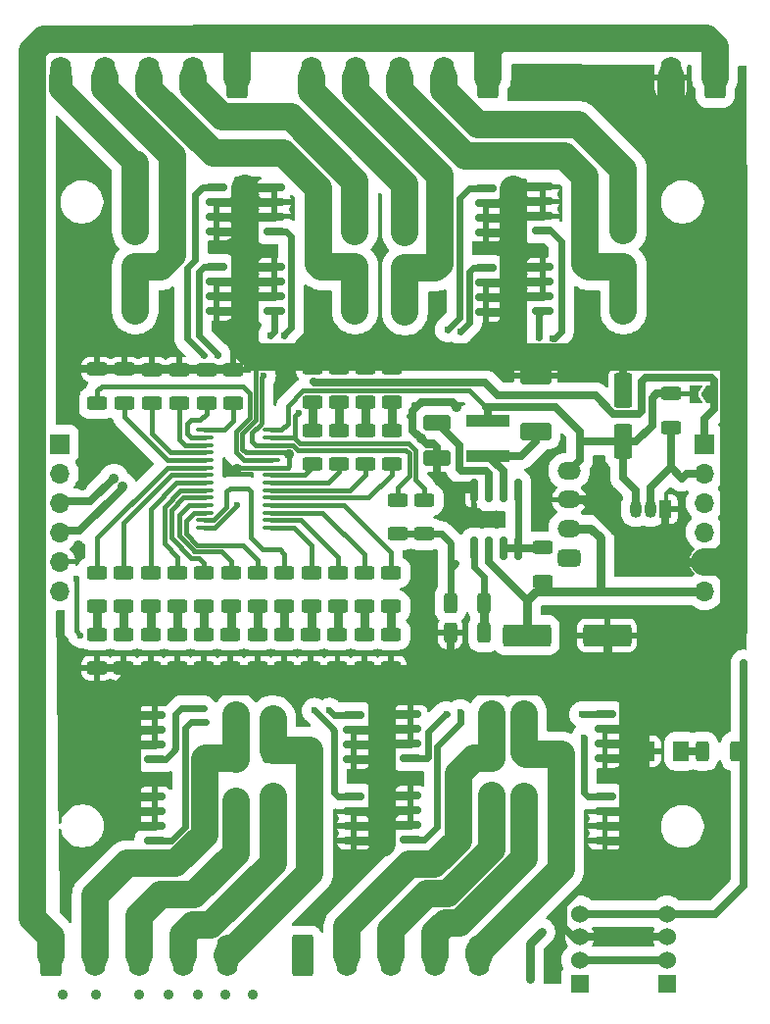
<source format=gtl>
G04 #@! TF.GenerationSoftware,KiCad,Pcbnew,8.0.5*
G04 #@! TF.CreationDate,2024-10-29T22:07:05+01:00*
G04 #@! TF.ProjectId,pwm_i2c,70776d5f-6932-4632-9e6b-696361645f70,rev?*
G04 #@! TF.SameCoordinates,Original*
G04 #@! TF.FileFunction,Copper,L1,Top*
G04 #@! TF.FilePolarity,Positive*
%FSLAX46Y46*%
G04 Gerber Fmt 4.6, Leading zero omitted, Abs format (unit mm)*
G04 Created by KiCad (PCBNEW 8.0.5) date 2024-10-29 22:07:05*
%MOMM*%
%LPD*%
G01*
G04 APERTURE LIST*
G04 Aperture macros list*
%AMRoundRect*
0 Rectangle with rounded corners*
0 $1 Rounding radius*
0 $2 $3 $4 $5 $6 $7 $8 $9 X,Y pos of 4 corners*
0 Add a 4 corners polygon primitive as box body*
4,1,4,$2,$3,$4,$5,$6,$7,$8,$9,$2,$3,0*
0 Add four circle primitives for the rounded corners*
1,1,$1+$1,$2,$3*
1,1,$1+$1,$4,$5*
1,1,$1+$1,$6,$7*
1,1,$1+$1,$8,$9*
0 Add four rect primitives between the rounded corners*
20,1,$1+$1,$2,$3,$4,$5,0*
20,1,$1+$1,$4,$5,$6,$7,0*
20,1,$1+$1,$6,$7,$8,$9,0*
20,1,$1+$1,$8,$9,$2,$3,0*%
%AMFreePoly0*
4,1,6,1.000000,0.000000,0.500000,-0.750000,-0.500000,-0.750000,-0.500000,0.750000,0.500000,0.750000,1.000000,0.000000,1.000000,0.000000,$1*%
%AMFreePoly1*
4,1,6,0.500000,-0.750000,-0.650000,-0.750000,-0.150000,0.000000,-0.650000,0.750000,0.500000,0.750000,0.500000,-0.750000,0.500000,-0.750000,$1*%
G04 Aperture macros list end*
G04 #@! TA.AperFunction,SMDPad,CuDef*
%ADD10RoundRect,0.150000X-0.800000X-0.150000X0.800000X-0.150000X0.800000X0.150000X-0.800000X0.150000X0*%
G04 #@! TD*
G04 #@! TA.AperFunction,SMDPad,CuDef*
%ADD11RoundRect,0.250000X-0.625000X0.312500X-0.625000X-0.312500X0.625000X-0.312500X0.625000X0.312500X0*%
G04 #@! TD*
G04 #@! TA.AperFunction,ComponentPad*
%ADD12R,1.524000X1.524000*%
G04 #@! TD*
G04 #@! TA.AperFunction,ComponentPad*
%ADD13C,1.524000*%
G04 #@! TD*
G04 #@! TA.AperFunction,SMDPad,CuDef*
%ADD14RoundRect,0.250000X1.100000X-0.500000X1.100000X0.500000X-1.100000X0.500000X-1.100000X-0.500000X0*%
G04 #@! TD*
G04 #@! TA.AperFunction,SMDPad,CuDef*
%ADD15FreePoly0,180.000000*%
G04 #@! TD*
G04 #@! TA.AperFunction,SMDPad,CuDef*
%ADD16FreePoly1,180.000000*%
G04 #@! TD*
G04 #@! TA.AperFunction,ComponentPad*
%ADD17R,1.700000X1.700000*%
G04 #@! TD*
G04 #@! TA.AperFunction,ComponentPad*
%ADD18O,1.700000X1.700000*%
G04 #@! TD*
G04 #@! TA.AperFunction,ComponentPad*
%ADD19RoundRect,0.250000X0.650000X1.550000X-0.650000X1.550000X-0.650000X-1.550000X0.650000X-1.550000X0*%
G04 #@! TD*
G04 #@! TA.AperFunction,ComponentPad*
%ADD20O,1.800000X3.600000*%
G04 #@! TD*
G04 #@! TA.AperFunction,SMDPad,CuDef*
%ADD21RoundRect,0.250000X0.625000X-0.312500X0.625000X0.312500X-0.625000X0.312500X-0.625000X-0.312500X0*%
G04 #@! TD*
G04 #@! TA.AperFunction,SMDPad,CuDef*
%ADD22RoundRect,0.250000X0.312500X0.625000X-0.312500X0.625000X-0.312500X-0.625000X0.312500X-0.625000X0*%
G04 #@! TD*
G04 #@! TA.AperFunction,SMDPad,CuDef*
%ADD23RoundRect,0.100000X-0.637500X-0.100000X0.637500X-0.100000X0.637500X0.100000X-0.637500X0.100000X0*%
G04 #@! TD*
G04 #@! TA.AperFunction,ComponentPad*
%ADD24RoundRect,0.250000X-0.650000X-1.550000X0.650000X-1.550000X0.650000X1.550000X-0.650000X1.550000X0*%
G04 #@! TD*
G04 #@! TA.AperFunction,SMDPad,CuDef*
%ADD25RoundRect,0.150000X0.800000X0.150000X-0.800000X0.150000X-0.800000X-0.150000X0.800000X-0.150000X0*%
G04 #@! TD*
G04 #@! TA.AperFunction,SMDPad,CuDef*
%ADD26RoundRect,0.150000X-0.150000X0.825000X-0.150000X-0.825000X0.150000X-0.825000X0.150000X0.825000X0*%
G04 #@! TD*
G04 #@! TA.AperFunction,SMDPad,CuDef*
%ADD27RoundRect,0.250000X-0.925000X0.412500X-0.925000X-0.412500X0.925000X-0.412500X0.925000X0.412500X0*%
G04 #@! TD*
G04 #@! TA.AperFunction,SMDPad,CuDef*
%ADD28RoundRect,0.250000X0.550000X-1.250000X0.550000X1.250000X-0.550000X1.250000X-0.550000X-1.250000X0*%
G04 #@! TD*
G04 #@! TA.AperFunction,SMDPad,CuDef*
%ADD29R,3.700000X1.100000*%
G04 #@! TD*
G04 #@! TA.AperFunction,ComponentPad*
%ADD30R,1.050000X1.500000*%
G04 #@! TD*
G04 #@! TA.AperFunction,ComponentPad*
%ADD31O,1.050000X1.500000*%
G04 #@! TD*
G04 #@! TA.AperFunction,ComponentPad*
%ADD32RoundRect,0.375000X0.625000X-0.375000X0.625000X0.375000X-0.625000X0.375000X-0.625000X-0.375000X0*%
G04 #@! TD*
G04 #@! TA.AperFunction,ComponentPad*
%ADD33O,2.000000X1.500000*%
G04 #@! TD*
G04 #@! TA.AperFunction,SMDPad,CuDef*
%ADD34RoundRect,0.250001X-0.462499X-0.624999X0.462499X-0.624999X0.462499X0.624999X-0.462499X0.624999X0*%
G04 #@! TD*
G04 #@! TA.AperFunction,SMDPad,CuDef*
%ADD35RoundRect,0.250000X-1.825000X-0.700000X1.825000X-0.700000X1.825000X0.700000X-1.825000X0.700000X0*%
G04 #@! TD*
G04 #@! TA.AperFunction,ViaPad*
%ADD36C,0.900000*%
G04 #@! TD*
G04 #@! TA.AperFunction,ViaPad*
%ADD37C,0.600000*%
G04 #@! TD*
G04 #@! TA.AperFunction,Conductor*
%ADD38C,0.700000*%
G04 #@! TD*
G04 #@! TA.AperFunction,Conductor*
%ADD39C,0.800000*%
G04 #@! TD*
G04 #@! TA.AperFunction,Conductor*
%ADD40C,0.400000*%
G04 #@! TD*
G04 #@! TA.AperFunction,Conductor*
%ADD41C,2.400000*%
G04 #@! TD*
G04 #@! TA.AperFunction,Conductor*
%ADD42C,0.600000*%
G04 #@! TD*
G04 #@! TA.AperFunction,Conductor*
%ADD43C,0.200000*%
G04 #@! TD*
G04 #@! TA.AperFunction,Conductor*
%ADD44C,2.000000*%
G04 #@! TD*
G04 APERTURE END LIST*
D10*
X73900000Y-37830000D03*
X73900000Y-39100000D03*
X73900000Y-40370000D03*
X73900000Y-41640000D03*
X80900000Y-41640000D03*
X80900000Y-40370000D03*
X80900000Y-39100000D03*
X80900000Y-37830000D03*
D11*
X65542855Y-71075000D03*
X65542855Y-74000000D03*
D10*
X97100000Y-37790000D03*
X97100000Y-39060000D03*
X97100000Y-40330000D03*
X97100000Y-41600000D03*
X104100000Y-41600000D03*
X104100000Y-40330000D03*
X104100000Y-39060000D03*
X104100000Y-37790000D03*
D12*
X107850000Y-106550000D03*
D13*
X107850000Y-104550000D03*
X107850000Y-102550000D03*
X107850000Y-100550000D03*
D11*
X67857140Y-71075000D03*
X67857140Y-74000000D03*
D10*
X73900000Y-44700000D03*
X73900000Y-45970000D03*
X73900000Y-47240000D03*
X73900000Y-48510000D03*
X80900000Y-48510000D03*
X80900000Y-47240000D03*
X80900000Y-45970000D03*
X80900000Y-44700000D03*
D11*
X77072720Y-76400000D03*
X77072720Y-79325000D03*
X79381810Y-76400000D03*
X79381810Y-79325000D03*
X86900000Y-64837500D03*
X86900000Y-67762500D03*
X60909090Y-76400000D03*
X60909090Y-79325000D03*
X60960000Y-53537500D03*
X60960000Y-56462500D03*
D14*
X96500000Y-58900000D03*
X96500000Y-54100000D03*
D15*
X111750000Y-55700000D03*
D16*
X110300000Y-55700000D03*
D11*
X70145450Y-76400000D03*
X70145450Y-79325000D03*
X63228570Y-71075000D03*
X63228570Y-74000000D03*
D17*
X55375000Y-59975000D03*
D18*
X55375000Y-62515000D03*
X55375000Y-65055000D03*
X55375000Y-67595000D03*
X55375000Y-70135000D03*
X55375000Y-72675000D03*
D10*
X85700000Y-90300000D03*
X85700000Y-91570000D03*
X85700000Y-92840000D03*
X85700000Y-94110000D03*
X92700000Y-94110000D03*
X92700000Y-92840000D03*
X92700000Y-91570000D03*
X92700000Y-90300000D03*
D11*
X67836360Y-76400000D03*
X67836360Y-79325000D03*
X81690900Y-76400000D03*
X81690900Y-79325000D03*
D19*
X92390000Y-28350000D03*
D20*
X88580000Y-28350000D03*
X84770000Y-28350000D03*
X80960000Y-28350000D03*
X77150000Y-28350000D03*
D21*
X77200000Y-56362500D03*
X77200000Y-53437500D03*
D17*
X111125000Y-59975000D03*
D18*
X111125000Y-62515000D03*
X111125000Y-65055000D03*
X111125000Y-67595000D03*
X111125000Y-70135000D03*
X111125000Y-72675000D03*
D11*
X81700000Y-71075000D03*
X81700000Y-74000000D03*
X63218180Y-76400000D03*
X63218180Y-79325000D03*
D22*
X92062500Y-73700000D03*
X89137500Y-73700000D03*
D23*
X67937500Y-58775000D03*
X67937500Y-59425000D03*
X67937500Y-60075000D03*
X67937500Y-60725000D03*
X67937500Y-61375000D03*
X67937500Y-62025000D03*
X67937500Y-62675000D03*
X67937500Y-63325000D03*
X67937500Y-63975000D03*
X67937500Y-64625000D03*
X67937500Y-65275000D03*
X67937500Y-65925000D03*
X67937500Y-66575000D03*
X67937500Y-67225000D03*
X73662500Y-67225000D03*
X73662500Y-66575000D03*
X73662500Y-65925000D03*
X73662500Y-65275000D03*
X73662500Y-64625000D03*
X73662500Y-63975000D03*
X73662500Y-63325000D03*
X73662500Y-62675000D03*
X73662500Y-62025000D03*
X73662500Y-61375000D03*
X73662500Y-60725000D03*
X73662500Y-60075000D03*
X73662500Y-59425000D03*
X73662500Y-58775000D03*
D24*
X54610000Y-104150000D03*
D20*
X58420000Y-104150000D03*
X62230000Y-104150000D03*
X66040000Y-104150000D03*
X69850000Y-104150000D03*
D11*
X65680000Y-53575000D03*
X65680000Y-56500000D03*
X68040000Y-53575000D03*
X68040000Y-56500000D03*
X72454540Y-76400000D03*
X72454540Y-79325000D03*
D21*
X81800000Y-61725000D03*
X81800000Y-58800000D03*
D11*
X58600000Y-71075000D03*
X58600000Y-74000000D03*
D25*
X102500000Y-87115000D03*
X102500000Y-85845000D03*
X102500000Y-84575000D03*
X102500000Y-83305000D03*
X95500000Y-83305000D03*
X95500000Y-84575000D03*
X95500000Y-85845000D03*
X95500000Y-87115000D03*
D12*
X100315000Y-106550000D03*
D13*
X100315000Y-104550000D03*
X100315000Y-102550000D03*
X100315000Y-100550000D03*
D10*
X97100000Y-44700000D03*
X97100000Y-45970000D03*
X97100000Y-47240000D03*
X97100000Y-48510000D03*
X104100000Y-48510000D03*
X104100000Y-47240000D03*
X104100000Y-45970000D03*
X104100000Y-44700000D03*
D26*
X95005000Y-64025000D03*
X93735000Y-64025000D03*
X92465000Y-64025000D03*
X91195000Y-64025000D03*
X91195000Y-68975000D03*
X92465000Y-68975000D03*
X93735000Y-68975000D03*
X95005000Y-68975000D03*
D11*
X63320000Y-53575000D03*
X63320000Y-56500000D03*
D21*
X77200000Y-61725000D03*
X77200000Y-58800000D03*
D11*
X72485710Y-71075000D03*
X72485710Y-74000000D03*
D21*
X108200000Y-58562500D03*
X108200000Y-55637500D03*
D11*
X74763630Y-76400000D03*
X74763630Y-79325000D03*
X84000000Y-76400000D03*
X84000000Y-79325000D03*
D25*
X80800000Y-94205000D03*
X80800000Y-92935000D03*
X80800000Y-91665000D03*
X80800000Y-90395000D03*
X73800000Y-90395000D03*
X73800000Y-91665000D03*
X73800000Y-92935000D03*
X73800000Y-94205000D03*
D27*
X88000000Y-58162500D03*
X88000000Y-61237500D03*
D28*
X104100000Y-59800000D03*
X104100000Y-55400000D03*
D21*
X81800000Y-56362500D03*
X81800000Y-53437500D03*
D25*
X80800000Y-87205000D03*
X80800000Y-85935000D03*
X80800000Y-84665000D03*
X80800000Y-83395000D03*
X73800000Y-83395000D03*
X73800000Y-84665000D03*
X73800000Y-85935000D03*
X73800000Y-87205000D03*
D11*
X60914285Y-71075000D03*
X60914285Y-74000000D03*
D29*
X92400000Y-61000000D03*
X92400000Y-58000000D03*
D11*
X74800000Y-71075000D03*
X74800000Y-74000000D03*
D21*
X84100000Y-56362500D03*
X84100000Y-53437500D03*
D30*
X107740000Y-65600000D03*
D31*
X106470000Y-65600000D03*
X105200000Y-65600000D03*
D21*
X84100000Y-61725000D03*
X84100000Y-58800000D03*
D25*
X92200000Y-48610000D03*
X92200000Y-47340000D03*
X92200000Y-46070000D03*
X92200000Y-44800000D03*
X85200000Y-44800000D03*
X85200000Y-46070000D03*
X85200000Y-47340000D03*
X85200000Y-48610000D03*
D21*
X79500000Y-56362500D03*
X79500000Y-53437500D03*
D10*
X63600000Y-90395000D03*
X63600000Y-91665000D03*
X63600000Y-92935000D03*
X63600000Y-94205000D03*
X70600000Y-94205000D03*
X70600000Y-92935000D03*
X70600000Y-91665000D03*
X70600000Y-90395000D03*
D11*
X84000000Y-71075000D03*
X84000000Y-74000000D03*
D25*
X102500000Y-94205000D03*
X102500000Y-92935000D03*
X102500000Y-91665000D03*
X102500000Y-90395000D03*
X95500000Y-90395000D03*
X95500000Y-91665000D03*
X95500000Y-92935000D03*
X95500000Y-94205000D03*
X92200000Y-41710000D03*
X92200000Y-40440000D03*
X92200000Y-39170000D03*
X92200000Y-37900000D03*
X85200000Y-37900000D03*
X85200000Y-39170000D03*
X85200000Y-40440000D03*
X85200000Y-41710000D03*
D11*
X58600000Y-53537500D03*
X58600000Y-56462500D03*
D32*
X99400000Y-69800000D03*
D33*
X99400000Y-67300000D03*
X99400000Y-64800000D03*
X99400000Y-62300000D03*
D11*
X79400000Y-71075000D03*
X79400000Y-74000000D03*
D34*
X106125000Y-86500000D03*
X109100000Y-86500000D03*
D11*
X58600000Y-76400000D03*
X58600000Y-79325000D03*
D25*
X68900000Y-48510000D03*
X68900000Y-47240000D03*
X68900000Y-45970000D03*
X68900000Y-44700000D03*
X61900000Y-44700000D03*
X61900000Y-45970000D03*
X61900000Y-47240000D03*
X61900000Y-48510000D03*
D11*
X70171425Y-71075000D03*
X70171425Y-74000000D03*
D10*
X63600000Y-83395000D03*
X63600000Y-84665000D03*
X63600000Y-85935000D03*
X63600000Y-87205000D03*
X70600000Y-87205000D03*
X70600000Y-85935000D03*
X70600000Y-84665000D03*
X70600000Y-83395000D03*
D25*
X68900000Y-41605000D03*
X68900000Y-40335000D03*
X68900000Y-39065000D03*
X68900000Y-37795000D03*
X61900000Y-37795000D03*
X61900000Y-39065000D03*
X61900000Y-40335000D03*
X61900000Y-41605000D03*
D11*
X84600000Y-64837500D03*
X84600000Y-67762500D03*
D21*
X97100000Y-71862500D03*
X97100000Y-68937500D03*
D35*
X95725000Y-76500000D03*
X102675000Y-76500000D03*
D19*
X70725000Y-28350000D03*
D20*
X66915000Y-28350000D03*
X63105000Y-28350000D03*
X59295000Y-28350000D03*
X55485000Y-28350000D03*
D19*
X112010000Y-28350000D03*
D20*
X108200000Y-28350000D03*
D11*
X77100000Y-71075000D03*
X77100000Y-74000000D03*
X65527270Y-76400000D03*
X65527270Y-79325000D03*
D22*
X113862500Y-86500000D03*
X110937500Y-86500000D03*
D10*
X85700000Y-83300000D03*
X85700000Y-84570000D03*
X85700000Y-85840000D03*
X85700000Y-87110000D03*
X92700000Y-87110000D03*
X92700000Y-85840000D03*
X92700000Y-84570000D03*
X92700000Y-83300000D03*
D22*
X92062500Y-76300000D03*
X89137500Y-76300000D03*
D21*
X79500000Y-61725000D03*
X79500000Y-58800000D03*
D24*
X76385000Y-104150000D03*
D20*
X80195000Y-104150000D03*
X84005000Y-104150000D03*
X87815000Y-104150000D03*
X91625000Y-104150000D03*
D11*
X70400000Y-53575000D03*
X70400000Y-56500000D03*
D36*
X57000000Y-68700000D03*
X86600000Y-59500000D03*
X97300000Y-65700000D03*
X104200000Y-70500000D03*
X105300000Y-74500000D03*
X99400000Y-74600000D03*
X86700000Y-77800000D03*
X86700000Y-74500000D03*
X86600000Y-71900000D03*
X70700000Y-62100000D03*
X90000000Y-63700000D03*
X89900000Y-64900000D03*
X89700000Y-56800000D03*
X106600000Y-24995640D03*
X101900000Y-24995640D03*
X97700000Y-24995640D03*
X93000000Y-24995640D03*
X90000000Y-24986922D03*
X86700000Y-24986922D03*
X82700000Y-24986922D03*
X78700000Y-24986922D03*
X75200000Y-24986922D03*
X70500000Y-24986922D03*
X66000000Y-25043558D03*
X61600000Y-25043558D03*
X52900000Y-92700000D03*
X53000000Y-72800000D03*
X53000000Y-76000000D03*
X53000000Y-78600000D03*
X53000000Y-81400000D03*
X53000000Y-84100000D03*
X53000000Y-87000000D03*
X53000000Y-89500000D03*
X53000000Y-70300000D03*
X53000000Y-68100000D03*
X53000000Y-66000000D03*
X53000000Y-63700000D03*
X53000000Y-61200000D03*
X53000000Y-58700000D03*
X53000000Y-55900000D03*
X53000000Y-53200000D03*
X64100000Y-89000000D03*
X81100000Y-88700000D03*
X85500000Y-88800000D03*
X102700000Y-88600000D03*
X102200000Y-96000000D03*
X107400000Y-95600000D03*
X109900000Y-89900000D03*
X107500000Y-90100000D03*
X110200000Y-83200000D03*
X107300000Y-83100000D03*
X106200000Y-78100000D03*
X99200000Y-78400000D03*
X104700000Y-31300000D03*
X104500000Y-28800000D03*
X102200000Y-28800000D03*
X98900000Y-28800000D03*
X96300000Y-28800000D03*
X106500000Y-33400000D03*
X108200000Y-35900000D03*
X108600000Y-41900000D03*
X110300000Y-43100000D03*
X106900000Y-43000000D03*
X108400000Y-44800000D03*
X110400000Y-46500000D03*
X106900000Y-46400000D03*
X108500000Y-48100000D03*
X110200000Y-50100000D03*
X107200000Y-50100000D03*
X100900000Y-50100000D03*
X100800000Y-48200000D03*
X77700000Y-47400000D03*
X88000000Y-47900000D03*
X83000000Y-50500000D03*
X78700000Y-50500000D03*
X61800000Y-51500000D03*
X58500000Y-43200000D03*
X58600000Y-45600000D03*
X58700000Y-47900000D03*
X59600000Y-51500000D03*
X57000000Y-51500000D03*
X57000000Y-49100000D03*
X57000000Y-46700000D03*
X57000000Y-44400000D03*
X57000000Y-42200000D03*
X58100000Y-36500000D03*
X56600000Y-34900000D03*
X75200000Y-60900000D03*
X104900000Y-91900000D03*
X78700000Y-52500000D03*
X109975000Y-32525000D03*
X83200000Y-85000000D03*
X102500000Y-52500000D03*
X104900000Y-95200000D03*
X113600000Y-39300000D03*
X103350000Y-67450000D03*
X105200000Y-52500000D03*
X113600000Y-60800000D03*
X104900000Y-88300000D03*
X100000000Y-52500000D03*
X113575000Y-36125000D03*
X94600000Y-42800000D03*
X94600000Y-49200000D03*
X113600000Y-63200000D03*
X83200000Y-94504444D03*
X110200000Y-52500000D03*
X71400000Y-40000000D03*
X113600000Y-48200000D03*
X71400000Y-47892000D03*
X94600000Y-44900000D03*
X56850000Y-57950000D03*
X112175000Y-34725000D03*
X57300000Y-63600000D03*
X113600000Y-42500000D03*
X113600000Y-66600000D03*
X71450000Y-37850000D03*
X83000000Y-52500000D03*
X103500000Y-80500000D03*
D37*
X71400000Y-49646000D03*
D36*
X71400000Y-42000000D03*
X97300000Y-80500000D03*
X108825000Y-31375000D03*
X113600000Y-70400000D03*
X113600000Y-73800000D03*
X83200000Y-87700000D03*
X113600000Y-45400000D03*
X104900000Y-85000000D03*
X111075000Y-33625000D03*
X89200000Y-78400000D03*
X61200000Y-87000000D03*
X113600000Y-55600000D03*
X113600000Y-58700000D03*
X100300000Y-80500000D03*
X72200000Y-80500000D03*
X62000000Y-85935000D03*
D37*
X61200000Y-85800000D03*
D36*
X108000000Y-52500000D03*
X56700000Y-55600000D03*
X94600000Y-40900000D03*
X108600000Y-80500000D03*
X71400000Y-45900000D03*
X105500000Y-80500000D03*
X71400000Y-44000000D03*
X104800000Y-68900000D03*
X81100000Y-52500000D03*
X94600000Y-46900000D03*
X93900000Y-80500000D03*
X112600000Y-52500000D03*
X83200000Y-91300000D03*
X94600000Y-39000000D03*
X104900000Y-82300000D03*
D37*
X70700000Y-65300000D03*
X96000000Y-106200000D03*
X114500000Y-78900000D03*
X97000000Y-102100000D03*
X89600000Y-70300000D03*
D36*
X53600000Y-101400000D03*
X53000000Y-96200000D03*
X69700000Y-107500000D03*
X62200000Y-107500000D03*
X64800000Y-107500000D03*
X53000000Y-47100000D03*
X53000000Y-50400000D03*
X67300000Y-107500000D03*
X55600000Y-107500000D03*
X53000000Y-98700000D03*
X53000000Y-38100000D03*
X72100000Y-107500000D03*
X53000000Y-44100000D03*
X53000000Y-35000000D03*
X58500000Y-107500000D03*
X53000000Y-41100000D03*
X60053089Y-62953089D03*
D37*
X76000000Y-57300000D03*
X72954000Y-54127000D03*
D36*
X60779289Y-63679289D03*
D37*
X57200000Y-76500000D03*
X56800000Y-71600000D03*
X77300000Y-54600000D03*
X84000000Y-75200000D03*
X100505000Y-83305000D03*
X90000000Y-83100000D03*
X79400000Y-75200000D03*
X100700000Y-85300000D03*
X81700000Y-75200000D03*
X88800000Y-83300000D03*
X77100000Y-75200000D03*
X67800000Y-82800000D03*
X67857140Y-75100000D03*
X78700000Y-83000000D03*
X74800000Y-75200000D03*
X77200000Y-57600000D03*
X88900000Y-50100000D03*
X58600000Y-75200000D03*
X67800000Y-52300000D03*
X60900000Y-75200000D03*
X69000000Y-52300000D03*
X63200000Y-75200000D03*
X73600000Y-50600000D03*
X74800000Y-50600000D03*
X65542855Y-75200000D03*
X70171425Y-75200000D03*
X68000000Y-84000000D03*
X72485710Y-75100000D03*
X77400000Y-83000000D03*
X90000000Y-50300000D03*
X79500000Y-57600000D03*
X96800000Y-50800000D03*
X81800000Y-57600000D03*
X98000000Y-50873000D03*
X84100000Y-57600000D03*
D38*
X100300000Y-58900000D02*
X100300000Y-59900000D01*
X98200000Y-56800000D02*
X100300000Y-58900000D01*
X92200000Y-56800000D02*
X98200000Y-56800000D01*
D39*
X77100000Y-74000000D02*
X77100000Y-75200000D01*
D38*
X86600000Y-59500000D02*
X87100000Y-60000000D01*
X88000000Y-60300000D02*
X88000000Y-61237500D01*
X87700000Y-60000000D02*
X88000000Y-60300000D01*
X87100000Y-60000000D02*
X87700000Y-60000000D01*
X85900000Y-58800000D02*
X86600000Y-59500000D01*
X85900000Y-57100000D02*
X85900000Y-58800000D01*
X86600000Y-56400000D02*
X85900000Y-57100000D01*
X89300000Y-56400000D02*
X86600000Y-56400000D01*
X89700000Y-56800000D02*
X89300000Y-56400000D01*
D40*
X70775000Y-62025000D02*
X70700000Y-62100000D01*
X73662500Y-62025000D02*
X70775000Y-62025000D01*
D41*
X106600000Y-24995640D02*
X111295640Y-24995640D01*
X101900000Y-24995640D02*
X106600000Y-24995640D01*
X97700000Y-24995640D02*
X101900000Y-24995640D01*
X93000000Y-24995640D02*
X89108718Y-24995640D01*
X90000000Y-24986922D02*
X91936922Y-24986922D01*
X86700000Y-24986922D02*
X89100000Y-24986922D01*
X82700000Y-24986922D02*
X86700000Y-24986922D01*
X78700000Y-24986922D02*
X81000000Y-24986922D01*
X75200000Y-24986922D02*
X78700000Y-24986922D01*
X70500000Y-24986922D02*
X67156636Y-24986922D01*
X66000000Y-25043558D02*
X67100000Y-25043558D01*
X61600000Y-25043558D02*
X66000000Y-25043558D01*
D40*
X75200000Y-61900000D02*
X75075000Y-62025000D01*
X75200000Y-60900000D02*
X75200000Y-61900000D01*
X75200000Y-60900000D02*
X75025000Y-60725000D01*
X75025000Y-60725000D02*
X73662500Y-60725000D01*
X75075000Y-62025000D02*
X73662500Y-62025000D01*
D42*
X89137500Y-68537500D02*
X89137500Y-70762500D01*
X86900000Y-67762500D02*
X88362500Y-67762500D01*
X88362500Y-67762500D02*
X89137500Y-68537500D01*
X89137500Y-73700000D02*
X89137500Y-70762500D01*
X89137500Y-70762500D02*
X89600000Y-70300000D01*
D41*
X71400000Y-47892000D02*
X71400000Y-47300000D01*
X71400000Y-45900000D02*
X71400000Y-47892000D01*
D38*
X89137500Y-78337500D02*
X89137500Y-76300000D01*
X89200000Y-78400000D02*
X89137500Y-78337500D01*
X89000000Y-78600000D02*
X89000000Y-80500000D01*
X89200000Y-78400000D02*
X89000000Y-78600000D01*
X90770000Y-63600000D02*
X91195000Y-64025000D01*
X88000000Y-63000000D02*
X88600000Y-63600000D01*
X88000000Y-61237500D02*
X88000000Y-63000000D01*
X88600000Y-63600000D02*
X90770000Y-63600000D01*
X96500000Y-59800000D02*
X96500000Y-58900000D01*
X95300000Y-61000000D02*
X96500000Y-59800000D01*
X92400000Y-61000000D02*
X95300000Y-61000000D01*
X92400000Y-57000000D02*
X92200000Y-56800000D01*
X92400000Y-58000000D02*
X92400000Y-57000000D01*
D40*
X75100000Y-56702072D02*
X76402072Y-55400000D01*
X76402072Y-55400000D02*
X90800000Y-55400000D01*
X90800000Y-55400000D02*
X92200000Y-56800000D01*
X75100000Y-58200000D02*
X75100000Y-56702072D01*
X74525000Y-58775000D02*
X75100000Y-58200000D01*
X73662500Y-58775000D02*
X74525000Y-58775000D01*
D38*
X111100000Y-59950000D02*
X111125000Y-59975000D01*
X111700000Y-54300000D02*
X111900000Y-54500000D01*
X111900000Y-54500000D02*
X111900000Y-57000000D01*
X105700000Y-54600000D02*
X106000000Y-54300000D01*
X106000000Y-54300000D02*
X111700000Y-54300000D01*
X105423000Y-57377000D02*
X105700000Y-57100000D01*
X105700000Y-57100000D02*
X105700000Y-54600000D01*
X101664940Y-55800000D02*
X103241940Y-57377000D01*
X93200000Y-55800000D02*
X101664940Y-55800000D01*
X103241940Y-57377000D02*
X105423000Y-57377000D01*
X111100000Y-57800000D02*
X111100000Y-59950000D01*
X92123000Y-54723000D02*
X93200000Y-55800000D01*
X111900000Y-57000000D02*
X111100000Y-57800000D01*
X77423000Y-54723000D02*
X92123000Y-54723000D01*
X77300000Y-54600000D02*
X77423000Y-54723000D01*
X93735000Y-64025000D02*
X93735000Y-62335000D01*
X93735000Y-62335000D02*
X92400000Y-61000000D01*
X89900000Y-60062500D02*
X88000000Y-58162500D01*
X89900000Y-62100000D02*
X89900000Y-60062500D01*
X90100000Y-62300000D02*
X89900000Y-62100000D01*
X92200000Y-62300000D02*
X90100000Y-62300000D01*
X92465000Y-62565000D02*
X92200000Y-62300000D01*
X92465000Y-64025000D02*
X92465000Y-62565000D01*
D43*
X72454540Y-79325000D02*
X72454540Y-80245460D01*
D41*
X71400000Y-38900000D02*
X71400000Y-40000000D01*
X103700000Y-52500000D02*
X104400000Y-52500000D01*
D38*
X107740000Y-65972042D02*
X107738157Y-65973885D01*
D39*
X71295000Y-41605000D02*
X71400000Y-41500000D01*
X94530000Y-46070000D02*
X94600000Y-46000000D01*
D38*
X103600000Y-97400000D02*
X104700000Y-96300000D01*
D41*
X61200000Y-91500000D02*
X61200000Y-90200000D01*
D39*
X83135000Y-84665000D02*
X83200000Y-84600000D01*
D38*
X104700000Y-94410000D02*
X104495000Y-94205000D01*
D41*
X113600000Y-39300000D02*
X113600000Y-37800000D01*
X71400000Y-51700000D02*
X72200000Y-52500000D01*
X113575000Y-36125000D02*
X112175000Y-34725000D01*
D38*
X61800000Y-80215910D02*
X61800000Y-80500000D01*
D39*
X70930000Y-45970000D02*
X71400000Y-45500000D01*
D40*
X77200000Y-53437500D02*
X77200000Y-53200000D01*
D41*
X113600000Y-48800000D02*
X113600000Y-48200000D01*
X67900000Y-80500000D02*
X70200000Y-80500000D01*
D39*
X104825000Y-84575000D02*
X104900000Y-84500000D01*
X94600000Y-38000000D02*
X93430000Y-39170000D01*
D41*
X71400000Y-40400000D02*
X71400000Y-41000000D01*
X72300000Y-52500000D02*
X77900000Y-52500000D01*
X71400000Y-43000000D02*
X71400000Y-44000000D01*
D39*
X83200000Y-92900000D02*
X81965000Y-91665000D01*
D41*
X94600000Y-44900000D02*
X94600000Y-45900000D01*
D39*
X94630000Y-45970000D02*
X94600000Y-46000000D01*
D40*
X72327000Y-57918291D02*
X72327000Y-52527000D01*
D41*
X94600000Y-41800000D02*
X94600000Y-41900000D01*
D39*
X97100000Y-47240000D02*
X94760000Y-47240000D01*
D40*
X84100000Y-53437500D02*
X77200000Y-53437500D01*
D41*
X113600000Y-58700000D02*
X113600000Y-60800000D01*
D39*
X93430000Y-39170000D02*
X92200000Y-39170000D01*
D43*
X84000000Y-79325000D02*
X83200000Y-80125000D01*
D39*
X92200000Y-40440000D02*
X94560000Y-40440000D01*
D43*
X74763630Y-79325000D02*
X74763630Y-80463630D01*
D39*
X104715000Y-87115000D02*
X104900000Y-87300000D01*
D41*
X104900000Y-85900000D02*
X104900000Y-86500000D01*
D39*
X83165000Y-85935000D02*
X83200000Y-85900000D01*
D41*
X83200000Y-85000000D02*
X83200000Y-85900000D01*
X113600000Y-42500000D02*
X113600000Y-40900000D01*
D39*
X85700000Y-84570000D02*
X83230000Y-84570000D01*
D41*
X72200000Y-80500000D02*
X74800000Y-80500000D01*
D39*
X102500000Y-94205000D02*
X104495000Y-94205000D01*
D41*
X113600000Y-46800000D02*
X113600000Y-45400000D01*
X88000000Y-80500000D02*
X89000000Y-80500000D01*
D39*
X104065000Y-91665000D02*
X104900000Y-92500000D01*
D41*
X101300000Y-52500000D02*
X102500000Y-52500000D01*
D39*
X83260000Y-92840000D02*
X83200000Y-92900000D01*
X71290000Y-48510000D02*
X71400000Y-48400000D01*
X81965000Y-91665000D02*
X80800000Y-91665000D01*
D41*
X93900000Y-80500000D02*
X95500000Y-80500000D01*
X71400000Y-44000000D02*
X71400000Y-45000000D01*
X100300000Y-80500000D02*
X102000000Y-80500000D01*
X83200000Y-87700000D02*
X83200000Y-89300000D01*
D39*
X63600000Y-92935000D02*
X61435000Y-92935000D01*
X94760000Y-47240000D02*
X94600000Y-47400000D01*
D38*
X56700000Y-57800000D02*
X56700000Y-55600000D01*
D41*
X113600000Y-51100000D02*
X113600000Y-49700000D01*
D43*
X63218180Y-80481820D02*
X63200000Y-80500000D01*
D41*
X112175000Y-34725000D02*
X111075000Y-33625000D01*
X71400000Y-41000000D02*
X71400000Y-41500000D01*
X113600000Y-51800000D02*
X113600000Y-52500000D01*
X70200000Y-80500000D02*
X72200000Y-80500000D01*
D40*
X70362500Y-53537500D02*
X70400000Y-53575000D01*
D43*
X77072720Y-80327280D02*
X76900000Y-80500000D01*
D41*
X113600000Y-51800000D02*
X113600000Y-51100000D01*
D40*
X71127000Y-59118291D02*
X72327000Y-57918291D01*
D41*
X81800000Y-52500000D02*
X82100000Y-52500000D01*
X71400000Y-41500000D02*
X71400000Y-42000000D01*
X104900000Y-82300000D02*
X104900000Y-83600000D01*
X81100000Y-52500000D02*
X81800000Y-52500000D01*
X109975000Y-32525000D02*
X108825000Y-31375000D01*
D38*
X57200000Y-53500000D02*
X57300000Y-53500000D01*
D41*
X113600000Y-52500000D02*
X113600000Y-54000000D01*
D39*
X71460000Y-47240000D02*
X71400000Y-47300000D01*
D41*
X104900000Y-90300000D02*
X104900000Y-91900000D01*
X71400000Y-45000000D02*
X71400000Y-45500000D01*
X78700000Y-52500000D02*
X79200000Y-52500000D01*
X113600000Y-63200000D02*
X113600000Y-66600000D01*
X76900000Y-80500000D02*
X83000000Y-80500000D01*
X82100000Y-52500000D02*
X83000000Y-52500000D01*
X71400000Y-40000000D02*
X71400000Y-40400000D01*
D39*
X92200000Y-46070000D02*
X94530000Y-46070000D01*
D38*
X58500000Y-59600000D02*
X56850000Y-57950000D01*
D39*
X83260000Y-85840000D02*
X83200000Y-85900000D01*
D41*
X83200000Y-83300000D02*
X83200000Y-84600000D01*
D39*
X62335000Y-84665000D02*
X63600000Y-84665000D01*
D41*
X94600000Y-39000000D02*
X94600000Y-40000000D01*
D39*
X104845000Y-85845000D02*
X104900000Y-85900000D01*
X94600000Y-38000000D02*
X95660000Y-39060000D01*
D41*
X65600000Y-80500000D02*
X67900000Y-80500000D01*
D39*
X94560000Y-40440000D02*
X94600000Y-40400000D01*
D41*
X83200000Y-80700000D02*
X83200000Y-83300000D01*
X94600000Y-41900000D02*
X94600000Y-42800000D01*
X94600000Y-43900000D02*
X94600000Y-44700000D01*
D39*
X102675000Y-76500000D02*
X102675000Y-78600000D01*
X80800000Y-85935000D02*
X83165000Y-85935000D01*
X92200000Y-47340000D02*
X94540000Y-47340000D01*
D41*
X74800000Y-80500000D02*
X76900000Y-80500000D01*
D40*
X84100000Y-53437500D02*
X84100000Y-52500000D01*
D43*
X83200000Y-80125000D02*
X83200000Y-80700000D01*
X70145450Y-79325000D02*
X70145450Y-80445450D01*
D41*
X108600000Y-80500000D02*
X106900000Y-80500000D01*
D39*
X107738157Y-70135000D02*
X111125000Y-70135000D01*
X70235000Y-40335000D02*
X71400000Y-41500000D01*
X100700000Y-64800000D02*
X103350000Y-67450000D01*
D41*
X84100000Y-52500000D02*
X94600000Y-52500000D01*
X71400000Y-48400000D02*
X71400000Y-51700000D01*
D39*
X68900000Y-47240000D02*
X71340000Y-47240000D01*
X83230000Y-84570000D02*
X83200000Y-84600000D01*
D41*
X113600000Y-70300000D02*
X113600000Y-70400000D01*
X94600000Y-47400000D02*
X94600000Y-48000000D01*
X71400000Y-47300000D02*
X71400000Y-48400000D01*
X112900000Y-52500000D02*
X113600000Y-51800000D01*
X61200000Y-92700000D02*
X61200000Y-91500000D01*
X83200000Y-86300000D02*
X83200000Y-87100000D01*
D39*
X94540000Y-47340000D02*
X94600000Y-47400000D01*
D38*
X99750000Y-102550000D02*
X98900000Y-101700000D01*
D39*
X104800000Y-68900000D02*
X106035000Y-70135000D01*
D41*
X104900000Y-83600000D02*
X104900000Y-84500000D01*
D38*
X104100000Y-52800000D02*
X104400000Y-52500000D01*
D41*
X84000000Y-52500000D02*
X84100000Y-52500000D01*
X109200000Y-52500000D02*
X110200000Y-52500000D01*
D38*
X101300000Y-97400000D02*
X103600000Y-97400000D01*
D39*
X83300000Y-90300000D02*
X83200000Y-90400000D01*
D41*
X94600000Y-48500000D02*
X94600000Y-49200000D01*
X77900000Y-52500000D02*
X78700000Y-52500000D01*
X61200000Y-81100000D02*
X61800000Y-80500000D01*
D38*
X56700000Y-54000000D02*
X57200000Y-53500000D01*
D39*
X80800000Y-87205000D02*
X83095000Y-87205000D01*
X68900000Y-40335000D02*
X70235000Y-40335000D01*
X102500000Y-84575000D02*
X104825000Y-84575000D01*
X61395000Y-90395000D02*
X61200000Y-90200000D01*
D41*
X113600000Y-57200000D02*
X113600000Y-58700000D01*
X83200000Y-89300000D02*
X83200000Y-90400000D01*
D40*
X70400000Y-53575000D02*
X71225000Y-53575000D01*
D41*
X61200000Y-83100000D02*
X61200000Y-81100000D01*
X103900000Y-80500000D02*
X104900000Y-81500000D01*
X94600000Y-46900000D02*
X94600000Y-47400000D01*
D38*
X105500000Y-86500000D02*
X104900000Y-85900000D01*
D41*
X113600000Y-72000000D02*
X113600000Y-73800000D01*
X102200000Y-80500000D02*
X103500000Y-80500000D01*
X72200000Y-52500000D02*
X72300000Y-52500000D01*
D38*
X87400000Y-80500000D02*
X87600000Y-80300000D01*
D39*
X85700000Y-85840000D02*
X83260000Y-85840000D01*
D41*
X113600000Y-76100000D02*
X109200000Y-80500000D01*
X94600000Y-52500000D02*
X100000000Y-52500000D01*
X113600000Y-45400000D02*
X113600000Y-43900000D01*
X113600000Y-49700000D02*
X113600000Y-48800000D01*
D39*
X106035000Y-70135000D02*
X107738157Y-70135000D01*
D43*
X63218180Y-79325000D02*
X63218180Y-80481820D01*
X72454540Y-80245460D02*
X72200000Y-80500000D01*
X77072720Y-79325000D02*
X77072720Y-80327280D01*
D41*
X113600000Y-54000000D02*
X113600000Y-55600000D01*
D38*
X107738157Y-65973885D02*
X107738157Y-70135000D01*
D41*
X102500000Y-52500000D02*
X103700000Y-52500000D01*
X102000000Y-80500000D02*
X102200000Y-80500000D01*
X106800000Y-52500000D02*
X108000000Y-52500000D01*
X61200000Y-85800000D02*
X61200000Y-83100000D01*
X113600000Y-40900000D02*
X113600000Y-39300000D01*
D39*
X61200000Y-85800000D02*
X62335000Y-84665000D01*
X102500000Y-92935000D02*
X104465000Y-92935000D01*
X73900000Y-44700000D02*
X72200000Y-44700000D01*
X68900000Y-41605000D02*
X71295000Y-41605000D01*
X102500000Y-87115000D02*
X104715000Y-87115000D01*
D41*
X113600000Y-43900000D02*
X113600000Y-42500000D01*
D40*
X73662500Y-60725000D02*
X71425000Y-60725000D01*
D41*
X111125000Y-70135000D02*
X113435000Y-70135000D01*
D39*
X82595000Y-94205000D02*
X83200000Y-93600000D01*
X103350000Y-67450000D02*
X104800000Y-68900000D01*
X85700000Y-83300000D02*
X83200000Y-83300000D01*
D40*
X71127000Y-60427000D02*
X71127000Y-59118291D01*
D41*
X94600000Y-40400000D02*
X94600000Y-40900000D01*
X105200000Y-52500000D02*
X106800000Y-52500000D01*
D38*
X56700000Y-55600000D02*
X56700000Y-54000000D01*
X107740000Y-65600000D02*
X107740000Y-65972042D01*
D39*
X73900000Y-45970000D02*
X71870000Y-45970000D01*
X102675000Y-78600000D02*
X102675000Y-80025000D01*
D40*
X71425000Y-60725000D02*
X71127000Y-60427000D01*
D41*
X104900000Y-92500000D02*
X104900000Y-95200000D01*
X83000000Y-80500000D02*
X88000000Y-80500000D01*
D43*
X74763630Y-80463630D02*
X74800000Y-80500000D01*
D41*
X104900000Y-91900000D02*
X104900000Y-92500000D01*
X104900000Y-86500000D02*
X104900000Y-87300000D01*
D40*
X79500000Y-52800000D02*
X79200000Y-52500000D01*
D39*
X102500000Y-85845000D02*
X104845000Y-85845000D01*
D41*
X94600000Y-42800000D02*
X94600000Y-43900000D01*
D39*
X97100000Y-40330000D02*
X94670000Y-40330000D01*
D41*
X83200000Y-91300000D02*
X83200000Y-92900000D01*
D38*
X98900000Y-101700000D02*
X98900000Y-99800000D01*
D41*
X94600000Y-45900000D02*
X94600000Y-46000000D01*
D39*
X83200000Y-93300000D02*
X83200000Y-92900000D01*
D41*
X104900000Y-87300000D02*
X104900000Y-88300000D01*
D39*
X71400000Y-37900000D02*
X70235000Y-39065000D01*
D42*
X113400000Y-49000000D02*
X113600000Y-48800000D01*
D39*
X73900000Y-47240000D02*
X71460000Y-47240000D01*
D43*
X65527270Y-79325000D02*
X65527270Y-80427270D01*
D39*
X104495000Y-94205000D02*
X104900000Y-93800000D01*
D41*
X80200000Y-52500000D02*
X81100000Y-52500000D01*
X83200000Y-85900000D02*
X83200000Y-86300000D01*
X111075000Y-33625000D02*
X109975000Y-32525000D01*
X110200000Y-52500000D02*
X111600000Y-52500000D01*
D39*
X83095000Y-87205000D02*
X83200000Y-87100000D01*
D41*
X95500000Y-80500000D02*
X97300000Y-80500000D01*
D39*
X92200000Y-41710000D02*
X94510000Y-41710000D01*
D41*
X103500000Y-80500000D02*
X103900000Y-80500000D01*
X109200000Y-80500000D02*
X108600000Y-80500000D01*
D40*
X71225000Y-53575000D02*
X72300000Y-52500000D01*
D39*
X85700000Y-90300000D02*
X83300000Y-90300000D01*
X102500000Y-91665000D02*
X104065000Y-91665000D01*
D38*
X100315000Y-102550000D02*
X107850000Y-102550000D01*
D41*
X106900000Y-80500000D02*
X105500000Y-80500000D01*
X94600000Y-40900000D02*
X94600000Y-41800000D01*
D39*
X68900000Y-45970000D02*
X70930000Y-45970000D01*
X102675000Y-80025000D02*
X102200000Y-80500000D01*
D41*
X104900000Y-96100000D02*
X104700000Y-96300000D01*
D39*
X72600000Y-39100000D02*
X73900000Y-39100000D01*
D38*
X100315000Y-102550000D02*
X99750000Y-102550000D01*
D41*
X71400000Y-42000000D02*
X71400000Y-43000000D01*
D39*
X63600000Y-83395000D02*
X61495000Y-83395000D01*
D41*
X113600000Y-60800000D02*
X113600000Y-63200000D01*
D40*
X68775000Y-67225000D02*
X67937500Y-67225000D01*
D39*
X80800000Y-92935000D02*
X83165000Y-92935000D01*
D40*
X70700000Y-65300000D02*
X68775000Y-67225000D01*
D39*
X61435000Y-92935000D02*
X61200000Y-92700000D01*
X83200000Y-92900000D02*
X84530000Y-91570000D01*
X61495000Y-83395000D02*
X61200000Y-83100000D01*
D38*
X58600000Y-79325000D02*
X60909090Y-79325000D01*
D39*
X99400000Y-64800000D02*
X100700000Y-64800000D01*
D38*
X57300000Y-53500000D02*
X57337500Y-53537500D01*
D39*
X71430000Y-40370000D02*
X71400000Y-40400000D01*
D41*
X94600000Y-46000000D02*
X94600000Y-46900000D01*
X63200000Y-80500000D02*
X65600000Y-80500000D01*
D38*
X60909090Y-79325000D02*
X61800000Y-80215910D01*
D39*
X71400000Y-37900000D02*
X71450000Y-37850000D01*
D40*
X72327000Y-52527000D02*
X72300000Y-52500000D01*
D41*
X105500000Y-80500000D02*
X103900000Y-80500000D01*
X104400000Y-52500000D02*
X105200000Y-52500000D01*
X113600000Y-66600000D02*
X113600000Y-68400000D01*
X94600000Y-40000000D02*
X94600000Y-40400000D01*
D43*
X65527270Y-80427270D02*
X65600000Y-80500000D01*
D41*
X89000000Y-80500000D02*
X93900000Y-80500000D01*
D39*
X83200000Y-93600000D02*
X83200000Y-93300000D01*
X63600000Y-90395000D02*
X61395000Y-90395000D01*
D41*
X111600000Y-52500000D02*
X112900000Y-52500000D01*
X113600000Y-37800000D02*
X113600000Y-36150000D01*
D39*
X97100000Y-44700000D02*
X94600000Y-44700000D01*
X61365000Y-91665000D02*
X61200000Y-91500000D01*
X94510000Y-41710000D02*
X94600000Y-41800000D01*
D38*
X104100000Y-55400000D02*
X104100000Y-52800000D01*
D39*
X71450000Y-37850000D02*
X71470000Y-37830000D01*
X84530000Y-91570000D02*
X85700000Y-91570000D01*
D41*
X94600000Y-49200000D02*
X94600000Y-52500000D01*
D39*
X92200000Y-48610000D02*
X94490000Y-48610000D01*
D41*
X113600000Y-70400000D02*
X113600000Y-72000000D01*
X113600000Y-55600000D02*
X113600000Y-57200000D01*
X113600000Y-73800000D02*
X113600000Y-76100000D01*
X94600000Y-44700000D02*
X94600000Y-44900000D01*
X83000000Y-52500000D02*
X84000000Y-52500000D01*
D39*
X71340000Y-47240000D02*
X71400000Y-47300000D01*
X80800000Y-84665000D02*
X83135000Y-84665000D01*
D40*
X79500000Y-53437500D02*
X79500000Y-52800000D01*
D39*
X94810000Y-37790000D02*
X97100000Y-37790000D01*
D41*
X113600000Y-36150000D02*
X113575000Y-36125000D01*
D39*
X80800000Y-94205000D02*
X82595000Y-94205000D01*
X94670000Y-40330000D02*
X94600000Y-40400000D01*
X72200000Y-44700000D02*
X71400000Y-45500000D01*
D41*
X97300000Y-80500000D02*
X98900000Y-80500000D01*
X83200000Y-90400000D02*
X83200000Y-91300000D01*
D39*
X71400000Y-37900000D02*
X72600000Y-39100000D01*
D41*
X79200000Y-52500000D02*
X80200000Y-52500000D01*
D39*
X94600000Y-38000000D02*
X94810000Y-37790000D01*
D38*
X57337500Y-53537500D02*
X58600000Y-53537500D01*
D43*
X70145450Y-80445450D02*
X70200000Y-80500000D01*
D39*
X94490000Y-48610000D02*
X94600000Y-48500000D01*
D38*
X104700000Y-96300000D02*
X104700000Y-94410000D01*
D41*
X104900000Y-81500000D02*
X104900000Y-82300000D01*
X104900000Y-95200000D02*
X104900000Y-96100000D01*
D39*
X85700000Y-92840000D02*
X83260000Y-92840000D01*
D41*
X113435000Y-70135000D02*
X113600000Y-70300000D01*
D38*
X57300000Y-63600000D02*
X58500000Y-62400000D01*
D41*
X71400000Y-45500000D02*
X71400000Y-45900000D01*
D38*
X98900000Y-99800000D02*
X101300000Y-97400000D01*
D39*
X104900000Y-93800000D02*
X104900000Y-92500000D01*
D42*
X113391196Y-46591196D02*
X113600000Y-46800000D01*
D39*
X58600000Y-53537500D02*
X70362500Y-53537500D01*
D41*
X83200000Y-87100000D02*
X83200000Y-87700000D01*
D39*
X95660000Y-39060000D02*
X97100000Y-39060000D01*
X83165000Y-92935000D02*
X83200000Y-92900000D01*
D41*
X83200000Y-84600000D02*
X83200000Y-85000000D01*
X108825000Y-31375000D02*
X108200000Y-30750000D01*
D38*
X58500000Y-62400000D02*
X58500000Y-59600000D01*
D41*
X71400000Y-37900000D02*
X71400000Y-38900000D01*
D39*
X68900000Y-48510000D02*
X71290000Y-48510000D01*
X71870000Y-45970000D02*
X71400000Y-45500000D01*
D41*
X98900000Y-80500000D02*
X100300000Y-80500000D01*
X61800000Y-80500000D02*
X63200000Y-80500000D01*
D40*
X81800000Y-53437500D02*
X81800000Y-52500000D01*
D41*
X94600000Y-38000000D02*
X94600000Y-39000000D01*
D39*
X70235000Y-39065000D02*
X68900000Y-39065000D01*
X71470000Y-37830000D02*
X73900000Y-37830000D01*
D43*
X67836360Y-79325000D02*
X67836360Y-80436360D01*
D39*
X63600000Y-91665000D02*
X61365000Y-91665000D01*
D38*
X87600000Y-80300000D02*
X87800000Y-80300000D01*
D39*
X73900000Y-40370000D02*
X71430000Y-40370000D01*
X104465000Y-92935000D02*
X104900000Y-92500000D01*
D41*
X104900000Y-88300000D02*
X104900000Y-90300000D01*
X113600000Y-48200000D02*
X113600000Y-46800000D01*
X108200000Y-30750000D02*
X108200000Y-28350000D01*
X100000000Y-52500000D02*
X101300000Y-52500000D01*
D38*
X56850000Y-57950000D02*
X56700000Y-57800000D01*
X87800000Y-80300000D02*
X88000000Y-80500000D01*
D40*
X77200000Y-53200000D02*
X77900000Y-52500000D01*
D41*
X108000000Y-52500000D02*
X109200000Y-52500000D01*
D39*
X97100000Y-45970000D02*
X94630000Y-45970000D01*
D41*
X83000000Y-80500000D02*
X83200000Y-80700000D01*
X83200000Y-90400000D02*
X83200000Y-94504444D01*
X104900000Y-85000000D02*
X104900000Y-85900000D01*
X94600000Y-48000000D02*
X94600000Y-48500000D01*
X113600000Y-68400000D02*
X113600000Y-70300000D01*
X104900000Y-84500000D02*
X104900000Y-85000000D01*
D43*
X67836360Y-80436360D02*
X67900000Y-80500000D01*
D38*
X114500000Y-78900000D02*
X114500000Y-86500000D01*
D39*
X96500000Y-72700000D02*
X95725000Y-73475000D01*
X98600000Y-72700000D02*
X97300000Y-72700000D01*
X102100000Y-68100000D02*
X102100000Y-72675000D01*
D38*
X97100000Y-72500000D02*
X97300000Y-72700000D01*
X97100000Y-72262500D02*
X97100000Y-72500000D01*
D39*
X96000000Y-103100000D02*
X97000000Y-102100000D01*
X96000000Y-106200000D02*
X96000000Y-103100000D01*
D38*
X100315000Y-100550000D02*
X107850000Y-100550000D01*
D39*
X95725000Y-73475000D02*
X95725000Y-76500000D01*
D38*
X113862500Y-86500000D02*
X114500000Y-86500000D01*
D39*
X102100000Y-72675000D02*
X98625000Y-72675000D01*
X98625000Y-72675000D02*
X98600000Y-72700000D01*
D38*
X114500000Y-86500000D02*
X114500000Y-98100000D01*
D39*
X111125000Y-72675000D02*
X102100000Y-72675000D01*
D38*
X55500000Y-72700000D02*
X55475000Y-72675000D01*
X112050000Y-100550000D02*
X107850000Y-100550000D01*
D39*
X101300000Y-67300000D02*
X102100000Y-68100000D01*
D38*
X114500000Y-98100000D02*
X112050000Y-100550000D01*
D39*
X99400000Y-67300000D02*
X101300000Y-67300000D01*
X97300000Y-72700000D02*
X96500000Y-72700000D01*
D38*
X92465000Y-70215000D02*
X95725000Y-73475000D01*
X92465000Y-68975000D02*
X92465000Y-70215000D01*
D41*
X87727000Y-96273000D02*
X89800000Y-94200000D01*
X92700000Y-87110000D02*
X92700000Y-83300000D01*
X80195000Y-104150000D02*
X80195000Y-101705000D01*
X89800000Y-94200000D02*
X89800000Y-88500000D01*
X91190000Y-87110000D02*
X92700000Y-87110000D01*
X89800000Y-88500000D02*
X91190000Y-87110000D01*
X80195000Y-101705000D02*
X85627000Y-96273000D01*
X85627000Y-96273000D02*
X87727000Y-96273000D01*
X92718746Y-94981254D02*
X92718746Y-90318746D01*
X87100000Y-98800000D02*
X88900000Y-98800000D01*
X92718746Y-90318746D02*
X92700000Y-90300000D01*
X88900000Y-98800000D02*
X92718746Y-94981254D01*
X84005000Y-101895000D02*
X87100000Y-98800000D01*
X84005000Y-104150000D02*
X84005000Y-101895000D01*
X87815000Y-104150000D02*
X87815000Y-102212000D01*
X88700000Y-101327000D02*
X89946718Y-101327000D01*
X87815000Y-102212000D02*
X88700000Y-101327000D01*
X95500000Y-95773718D02*
X95500000Y-90395000D01*
X89946718Y-101327000D02*
X95500000Y-95773718D01*
X98700000Y-86800000D02*
X95700000Y-86800000D01*
X91625000Y-103775000D02*
X98700000Y-96700000D01*
X98700000Y-96700000D02*
X98700000Y-86800000D01*
X95700000Y-86800000D02*
X95500000Y-86600000D01*
X91625000Y-104150000D02*
X91625000Y-103775000D01*
X95500000Y-86600000D02*
X95500000Y-83305000D01*
D44*
X55485000Y-28350000D02*
X55485000Y-29385000D01*
D41*
X61900000Y-35800000D02*
X61900000Y-41605000D01*
D44*
X55485000Y-29385000D02*
X61900000Y-35800000D01*
D41*
X59295000Y-29295000D02*
X65100000Y-35100000D01*
X59295000Y-28350000D02*
X59295000Y-29295000D01*
X64100000Y-44700000D02*
X61900000Y-44700000D01*
X65100000Y-43700000D02*
X64100000Y-44700000D01*
X61900000Y-44700000D02*
X61900000Y-48510000D01*
X65100000Y-35100000D02*
X65100000Y-43700000D01*
X80900000Y-47240000D02*
X80900000Y-48510000D01*
X63105000Y-28350000D02*
X63105000Y-29355000D01*
X63105000Y-29355000D02*
X68650000Y-34900000D01*
X78000000Y-44700000D02*
X80900000Y-44700000D01*
X74700000Y-34900000D02*
X77700000Y-37900000D01*
X80900000Y-44700000D02*
X80900000Y-47240000D01*
X68650000Y-34900000D02*
X74700000Y-34900000D01*
X77700000Y-44400000D02*
X78000000Y-44700000D01*
X77700000Y-37900000D02*
X77700000Y-44400000D01*
X75373000Y-31773000D02*
X80900000Y-37300000D01*
X69473000Y-31773000D02*
X75373000Y-31773000D01*
X66915000Y-29215000D02*
X69473000Y-31773000D01*
X80900000Y-37300000D02*
X80900000Y-41640000D01*
X66915000Y-28350000D02*
X66915000Y-29215000D01*
X61200000Y-96200000D02*
X65400000Y-96200000D01*
X70600000Y-87205000D02*
X70600000Y-83395000D01*
X58420000Y-104150000D02*
X58420000Y-98980000D01*
X65400000Y-96200000D02*
X67900000Y-93700000D01*
X70495000Y-87100000D02*
X70600000Y-87205000D01*
X68000000Y-87100000D02*
X70495000Y-87100000D01*
X67900000Y-87200000D02*
X68000000Y-87100000D01*
X58420000Y-98980000D02*
X61200000Y-96200000D01*
X67900000Y-93700000D02*
X67900000Y-87200000D01*
X64100000Y-98900000D02*
X67000000Y-98900000D01*
X70600000Y-95300000D02*
X70600000Y-90800000D01*
X62230000Y-104150000D02*
X62230000Y-100770000D01*
X62230000Y-100770000D02*
X64100000Y-98900000D01*
X67000000Y-98900000D02*
X70600000Y-95300000D01*
X66040000Y-104150000D02*
X66040000Y-102360000D01*
X68450546Y-101500000D02*
X73800000Y-96150546D01*
X73800000Y-96150546D02*
X73800000Y-90395000D01*
X66040000Y-102360000D02*
X66900000Y-101500000D01*
X66900000Y-101500000D02*
X68450546Y-101500000D01*
X73800000Y-86400000D02*
X73800000Y-83700000D01*
X77000000Y-86400000D02*
X73800000Y-86400000D01*
X77000000Y-97000000D02*
X77000000Y-86400000D01*
D40*
X73800000Y-87205000D02*
X73800000Y-86400000D01*
X73800000Y-86400000D02*
X73800000Y-85935000D01*
D41*
X69850000Y-104150000D02*
X77000000Y-97000000D01*
D40*
X73800000Y-85935000D02*
X73800000Y-83700000D01*
X73800000Y-83700000D02*
X73800000Y-83395000D01*
D41*
X104100000Y-36300000D02*
X104100000Y-41600000D01*
X91500000Y-32400000D02*
X100200000Y-32400000D01*
X88580000Y-29480000D02*
X91500000Y-32400000D01*
X88580000Y-28350000D02*
X88580000Y-29480000D01*
X100200000Y-32400000D02*
X104100000Y-36300000D01*
X104100000Y-44700000D02*
X104100000Y-48510000D01*
X99000000Y-35100000D02*
X100800000Y-36900000D01*
X90400000Y-35100000D02*
X99000000Y-35100000D01*
X84770000Y-29470000D02*
X90400000Y-35100000D01*
X101100000Y-44700000D02*
X104100000Y-44700000D01*
X100800000Y-44400000D02*
X101100000Y-44700000D01*
X100800000Y-36900000D02*
X100800000Y-44400000D01*
X84770000Y-28350000D02*
X84770000Y-29470000D01*
X85200000Y-44800000D02*
X85200000Y-48610000D01*
X80960000Y-29560000D02*
X88200000Y-36800000D01*
X80960000Y-28350000D02*
X80960000Y-29560000D01*
X88200000Y-36800000D02*
X88200000Y-44400000D01*
X88200000Y-44400000D02*
X87800000Y-44800000D01*
X87800000Y-44800000D02*
X85200000Y-44800000D01*
X77150000Y-28350000D02*
X77150000Y-29550000D01*
X85200000Y-37600000D02*
X85200000Y-41710000D01*
X77150000Y-29550000D02*
X85200000Y-37600000D01*
D40*
X70400000Y-58000000D02*
X70400000Y-56500000D01*
X69625000Y-58775000D02*
X70400000Y-58000000D01*
X67937500Y-58775000D02*
X69625000Y-58775000D01*
X67937500Y-59425000D02*
X66725000Y-59425000D01*
X68040000Y-57360000D02*
X68040000Y-56500000D01*
X66400000Y-58200000D02*
X66700000Y-57900000D01*
X66400000Y-59100000D02*
X66400000Y-58200000D01*
X67500000Y-57900000D02*
X68040000Y-57360000D01*
X66700000Y-57900000D02*
X67500000Y-57900000D01*
X66725000Y-59425000D02*
X66400000Y-59100000D01*
X66175000Y-60075000D02*
X65700000Y-59600000D01*
X67937500Y-60075000D02*
X66175000Y-60075000D01*
X65700000Y-59600000D02*
X65700000Y-58800000D01*
X65700000Y-58800000D02*
X65680000Y-58780000D01*
X65680000Y-58780000D02*
X65680000Y-56500000D01*
X63320000Y-59120000D02*
X63320000Y-56500000D01*
X64925000Y-60725000D02*
X63320000Y-59120000D01*
X67937500Y-60725000D02*
X64925000Y-60725000D01*
X67937500Y-61375000D02*
X64675000Y-61375000D01*
X60960000Y-57660000D02*
X60960000Y-56462500D01*
X64675000Y-61375000D02*
X60960000Y-57660000D01*
X59000000Y-55000000D02*
X71200000Y-55000000D01*
X71200000Y-55000000D02*
X71800000Y-55600000D01*
X58600000Y-55400000D02*
X59000000Y-55000000D01*
X70600000Y-60700000D02*
X71275000Y-61375000D01*
X71275000Y-61375000D02*
X73662500Y-61375000D01*
X71800000Y-57700000D02*
X70600000Y-58900000D01*
X70600000Y-58900000D02*
X70600000Y-60700000D01*
X71800000Y-55600000D02*
X71800000Y-57700000D01*
X58600000Y-56462500D02*
X58600000Y-55400000D01*
X66075000Y-64625000D02*
X65000000Y-65700000D01*
X65000000Y-65700000D02*
X65000000Y-68100000D01*
X67857140Y-70257140D02*
X67857140Y-71075000D01*
X66700000Y-69800000D02*
X67400000Y-69800000D01*
X67400000Y-69800000D02*
X67857140Y-70257140D01*
X65000000Y-68100000D02*
X66700000Y-69800000D01*
X67937500Y-64625000D02*
X66075000Y-64625000D01*
X65700000Y-67900000D02*
X67000000Y-69200000D01*
X66525000Y-65275000D02*
X65700000Y-66100000D01*
X67937500Y-65275000D02*
X66525000Y-65275000D01*
X65700000Y-66100000D02*
X65700000Y-67900000D01*
X69373000Y-69273000D02*
X70171425Y-70071425D01*
X67000000Y-69200000D02*
X67000000Y-69273000D01*
X67000000Y-69273000D02*
X69373000Y-69273000D01*
X70171425Y-70071425D02*
X70171425Y-71075000D01*
X66975000Y-65925000D02*
X66300000Y-66600000D01*
X67272645Y-68727355D02*
X71227355Y-68727355D01*
X72485710Y-69985710D02*
X72485710Y-71075000D01*
X67937500Y-65925000D02*
X66975000Y-65925000D01*
X66300000Y-66600000D02*
X66300000Y-67754710D01*
X66300000Y-67754710D02*
X67272645Y-68727355D01*
X71227355Y-68727355D02*
X72485710Y-69985710D01*
X69800000Y-65454710D02*
X69800000Y-64100000D01*
X71900000Y-68100000D02*
X72900000Y-69100000D01*
X72900000Y-69100000D02*
X74400000Y-69100000D01*
X74400000Y-69100000D02*
X74800000Y-69500000D01*
X70100000Y-63800000D02*
X71600000Y-63800000D01*
X71900000Y-64100000D02*
X71900000Y-68100000D01*
X68679710Y-66575000D02*
X69800000Y-65454710D01*
X71600000Y-63800000D02*
X71900000Y-64100000D01*
X67937500Y-66575000D02*
X68679710Y-66575000D01*
X69800000Y-64100000D02*
X70100000Y-63800000D01*
X74800000Y-69500000D02*
X74800000Y-71075000D01*
X67937500Y-63975000D02*
X65825000Y-63975000D01*
X64400000Y-68600000D02*
X65542855Y-69742855D01*
X65825000Y-63975000D02*
X64400000Y-65400000D01*
X64400000Y-65400000D02*
X64400000Y-68600000D01*
X65542855Y-69742855D02*
X65542855Y-71075000D01*
X65475000Y-63325000D02*
X63228570Y-65571430D01*
X67937500Y-63325000D02*
X65475000Y-63325000D01*
X63228570Y-65571430D02*
X63228570Y-71075000D01*
X60914285Y-66785715D02*
X60914285Y-71075000D01*
X67937500Y-62675000D02*
X65025000Y-62675000D01*
X65025000Y-62675000D02*
X60914285Y-66785715D01*
X64675000Y-62025000D02*
X58600000Y-68100000D01*
X58600000Y-68100000D02*
X58600000Y-71075000D01*
X67937500Y-62025000D02*
X64675000Y-62025000D01*
X78087500Y-65925000D02*
X81700000Y-69537500D01*
X81700000Y-69537500D02*
X81700000Y-71075000D01*
X73662500Y-65925000D02*
X78087500Y-65925000D01*
X75625000Y-67225000D02*
X77100000Y-68700000D01*
X77100000Y-68700000D02*
X77100000Y-71075000D01*
X73662500Y-67225000D02*
X75625000Y-67225000D01*
X76237500Y-66575000D02*
X79400000Y-69737500D01*
X73662500Y-66575000D02*
X76237500Y-66575000D01*
X79400000Y-69737500D02*
X79400000Y-71075000D01*
X79937500Y-65275000D02*
X84000000Y-69337500D01*
X84000000Y-69337500D02*
X84000000Y-71075000D01*
X73662500Y-65275000D02*
X79937500Y-65275000D01*
X79500000Y-62400000D02*
X79500000Y-61725000D01*
X73662500Y-63325000D02*
X78575000Y-63325000D01*
X78575000Y-63325000D02*
X79500000Y-62400000D01*
X73662500Y-64625000D02*
X82075000Y-64625000D01*
X84100000Y-62600000D02*
X84100000Y-61725000D01*
X82075000Y-64625000D02*
X84100000Y-62600000D01*
X81800000Y-62600000D02*
X81800000Y-61725000D01*
X80425000Y-63975000D02*
X81800000Y-62600000D01*
X73662500Y-63975000D02*
X80425000Y-63975000D01*
X77200000Y-62000000D02*
X77200000Y-61725000D01*
X73662500Y-62675000D02*
X76525000Y-62675000D01*
X76525000Y-62675000D02*
X77200000Y-62000000D01*
D38*
X97062500Y-68975000D02*
X95005000Y-68975000D01*
X97100000Y-68937500D02*
X97062500Y-68975000D01*
X93735000Y-68975000D02*
X95005000Y-68975000D01*
D42*
X95005000Y-64025000D02*
X95005000Y-68975000D01*
X92062500Y-71462500D02*
X92062500Y-73700000D01*
D39*
X92062500Y-75775000D02*
X92062500Y-73700000D01*
D42*
X91195000Y-70595000D02*
X92062500Y-71462500D01*
X91195000Y-68975000D02*
X91195000Y-70595000D01*
D40*
X91800000Y-76037500D02*
X92062500Y-75775000D01*
D38*
X104100000Y-62900000D02*
X104100000Y-59800000D01*
X100400000Y-59800000D02*
X100300000Y-59900000D01*
X105200000Y-59800000D02*
X106600000Y-58400000D01*
X104100000Y-59800000D02*
X105200000Y-59800000D01*
D42*
X84600000Y-67762500D02*
X86900000Y-67762500D01*
D38*
X100300000Y-61400000D02*
X99400000Y-62300000D01*
X105200000Y-64000000D02*
X104100000Y-62900000D01*
X106600000Y-56000000D02*
X106962500Y-55637500D01*
X100300000Y-59900000D02*
X100300000Y-61400000D01*
X106962500Y-55637500D02*
X108200000Y-55637500D01*
D40*
X108200000Y-55637500D02*
X110237500Y-55637500D01*
X110237500Y-55637500D02*
X110300000Y-55700000D01*
D38*
X104100000Y-59800000D02*
X100400000Y-59800000D01*
X106600000Y-58400000D02*
X106600000Y-56000000D01*
X105200000Y-65600000D02*
X105200000Y-64000000D01*
D41*
X67100000Y-25043558D02*
X70078365Y-25043558D01*
X70704520Y-28329520D02*
X70704520Y-25669713D01*
X71387311Y-24986922D02*
X75200000Y-24986922D01*
X96500000Y-24995640D02*
X97700000Y-24995640D01*
X53000000Y-100200000D02*
X53000000Y-98700000D01*
X70078365Y-25043558D02*
X70704520Y-25669713D01*
X96500000Y-24995640D02*
X93000000Y-24995640D01*
X54610000Y-102510000D02*
X53000000Y-100900000D01*
X53000000Y-97400000D02*
X53000000Y-96200000D01*
X53000000Y-100900000D02*
X53000000Y-100200000D01*
X92390000Y-25910000D02*
X93304360Y-24995640D01*
X89108718Y-24995640D02*
X89100000Y-24986922D01*
X53000000Y-96200000D02*
X53000000Y-26050000D01*
X91936922Y-24986922D02*
X92390000Y-25440000D01*
X112010000Y-25710000D02*
X112010000Y-28350000D01*
X93304360Y-24995640D02*
X96500000Y-24995640D01*
X70704520Y-28090066D02*
X70725000Y-28110546D01*
X81000000Y-24986922D02*
X70500000Y-24986922D01*
X111295640Y-24995640D02*
X112010000Y-25710000D01*
X92390000Y-28350000D02*
X92390000Y-25910000D01*
X54610000Y-104150000D02*
X54610000Y-102510000D01*
X70704520Y-25669713D02*
X70704520Y-28090066D01*
X70725000Y-28110546D02*
X70725000Y-28350000D01*
X70704520Y-25669713D02*
X71387311Y-24986922D01*
X53000000Y-26050000D02*
X54006442Y-25043558D01*
X81000000Y-24986922D02*
X82700000Y-24986922D01*
X54006442Y-25043558D02*
X61600000Y-25043558D01*
X89100000Y-24986922D02*
X90000000Y-24986922D01*
X53000000Y-98700000D02*
X53000000Y-97400000D01*
X67156636Y-24986922D02*
X67100000Y-25043558D01*
X70725000Y-28350000D02*
X70704520Y-28329520D01*
X92390000Y-25440000D02*
X92390000Y-28350000D01*
D40*
X86127000Y-63027000D02*
X86900000Y-63800000D01*
X75700000Y-57600000D02*
X75700000Y-59350000D01*
X75625000Y-59425000D02*
X76100000Y-59900000D01*
X86127000Y-60527000D02*
X86127000Y-63027000D01*
X85500000Y-59900000D02*
X86127000Y-60527000D01*
X76000000Y-57300000D02*
X75700000Y-57600000D01*
X76100000Y-59900000D02*
X85500000Y-59900000D01*
X75700000Y-59350000D02*
X75625000Y-59425000D01*
D38*
X60053089Y-62953089D02*
X58046178Y-64960000D01*
D40*
X73662500Y-59425000D02*
X75625000Y-59425000D01*
D38*
X58046178Y-64960000D02*
X55300000Y-64960000D01*
D40*
X86900000Y-63800000D02*
X86900000Y-64837500D01*
X85600000Y-62700000D02*
X84600000Y-63700000D01*
X73662500Y-60075000D02*
X72275000Y-60075000D01*
D38*
X60779289Y-63820711D02*
X60779289Y-63679289D01*
X57100000Y-67500000D02*
X60779289Y-63820711D01*
D40*
X75954710Y-60500000D02*
X85300000Y-60500000D01*
X72695291Y-58295290D02*
X72854000Y-58136582D01*
X72854000Y-58136582D02*
X72854000Y-57000000D01*
D38*
X100315000Y-104550000D02*
X107850000Y-104550000D01*
D40*
X84600000Y-63700000D02*
X84600000Y-64837500D01*
X72854000Y-57000000D02*
X72854000Y-54227000D01*
X85300000Y-60500000D02*
X85600000Y-60800000D01*
D38*
X55475000Y-67595000D02*
X55694022Y-67595000D01*
D40*
X75529710Y-60075000D02*
X75954710Y-60500000D01*
X85600000Y-60800000D02*
X85600000Y-62700000D01*
X73662500Y-60075000D02*
X75529710Y-60075000D01*
X72854000Y-54227000D02*
X72954000Y-54127000D01*
X72000000Y-58990581D02*
X72695291Y-58295290D01*
X72275000Y-60075000D02*
X72000000Y-59800000D01*
D38*
X55300000Y-67500000D02*
X57100000Y-67500000D01*
D40*
X72000000Y-59800000D02*
X72000000Y-58990581D01*
D38*
X109100000Y-86500000D02*
X110937500Y-86500000D01*
D40*
X56800000Y-71600000D02*
X56800000Y-76100000D01*
D38*
X108200000Y-58562500D02*
X108200000Y-62000000D01*
X108200000Y-62000000D02*
X109150000Y-62950000D01*
D40*
X56800000Y-76100000D02*
X57200000Y-76500000D01*
D38*
X109585000Y-62515000D02*
X109150000Y-62950000D01*
X111125000Y-62515000D02*
X109585000Y-62515000D01*
X106470000Y-63730000D02*
X108200000Y-62000000D01*
X106470000Y-65600000D02*
X106470000Y-63730000D01*
D39*
X84000000Y-74000000D02*
X84000000Y-75200000D01*
D42*
X100505000Y-83305000D02*
X102500000Y-83305000D01*
D39*
X84000000Y-75200000D02*
X84000000Y-76400000D01*
D42*
X87973000Y-86067496D02*
X90000000Y-84040496D01*
D40*
X79400000Y-76449515D02*
X79398861Y-76450654D01*
D42*
X87973000Y-93027000D02*
X87973000Y-86067496D01*
D39*
X79400000Y-75200000D02*
X79400000Y-76449515D01*
D42*
X86890000Y-94110000D02*
X87973000Y-93027000D01*
X85700000Y-94110000D02*
X86890000Y-94110000D01*
X90000000Y-84040496D02*
X90000000Y-83100000D01*
D39*
X79400000Y-74000000D02*
X79400000Y-75200000D01*
D42*
X101000000Y-90400000D02*
X101400000Y-90400000D01*
X101400000Y-90400000D02*
X101405000Y-90395000D01*
X101405000Y-90395000D02*
X102500000Y-90395000D01*
D39*
X81700000Y-74000000D02*
X81700000Y-75200000D01*
D42*
X100700000Y-85300000D02*
X100700000Y-90100000D01*
D39*
X81700000Y-75200000D02*
X81700000Y-76390900D01*
D40*
X81700000Y-76390900D02*
X81690900Y-76400000D01*
D42*
X100700000Y-90100000D02*
X101000000Y-90400000D01*
X87200000Y-87046000D02*
X87200000Y-84824500D01*
X88724500Y-83300000D02*
X88800000Y-83300000D01*
D39*
X77100000Y-75200000D02*
X77100000Y-76437500D01*
D42*
X87136000Y-87110000D02*
X87200000Y-87046000D01*
X85700000Y-87110000D02*
X87136000Y-87110000D01*
X87200000Y-84824500D02*
X88724500Y-83300000D01*
X65400000Y-86300000D02*
X65400000Y-84800000D01*
X65200000Y-86500000D02*
X65400000Y-86300000D01*
X65900000Y-82800000D02*
X67800000Y-82800000D01*
D39*
X67857140Y-75100000D02*
X67857140Y-76079220D01*
D42*
X65400000Y-84800000D02*
X65400000Y-83300000D01*
D39*
X67857140Y-74000000D02*
X67857140Y-75100000D01*
D40*
X67857140Y-76079220D02*
X67836360Y-76100000D01*
D42*
X64495000Y-87205000D02*
X65200000Y-86500000D01*
X63600000Y-87205000D02*
X64495000Y-87205000D01*
X65400000Y-83300000D02*
X65900000Y-82800000D01*
X79095000Y-83395000D02*
X80800000Y-83395000D01*
D39*
X74800000Y-74000000D02*
X74800000Y-75200000D01*
X74800000Y-75200000D02*
X74800000Y-76437500D01*
D42*
X78700000Y-83000000D02*
X79095000Y-83395000D01*
X89900000Y-38800000D02*
X90800000Y-37900000D01*
D39*
X77200000Y-57600000D02*
X77200000Y-56362500D01*
D42*
X89900000Y-49100000D02*
X89900000Y-38800000D01*
X88900000Y-50100000D02*
X89900000Y-49100000D01*
X90800000Y-37900000D02*
X92200000Y-37900000D01*
D39*
X77200000Y-58800000D02*
X77200000Y-57600000D01*
X58600000Y-75200000D02*
X58600000Y-76100000D01*
D42*
X67765342Y-37799570D02*
X68895430Y-37799570D01*
X67100000Y-38464912D02*
X67765342Y-37799570D01*
X68895430Y-37799570D02*
X68900000Y-37795000D01*
D39*
X58600000Y-74000000D02*
X58600000Y-75200000D01*
D42*
X66400000Y-50900000D02*
X66400000Y-44800000D01*
X67100000Y-44100000D02*
X67100000Y-38464912D01*
X66400000Y-44800000D02*
X67100000Y-44100000D01*
X67800000Y-52300000D02*
X66400000Y-50900000D01*
X69000000Y-52200000D02*
X67400000Y-50600000D01*
D39*
X60914285Y-74000000D02*
X60914285Y-75185715D01*
D42*
X69000000Y-52300000D02*
X69000000Y-52200000D01*
D40*
X60900000Y-75200000D02*
X60909090Y-75209090D01*
X60914285Y-75185715D02*
X60900000Y-75200000D01*
D42*
X67800000Y-44700000D02*
X68900000Y-44700000D01*
X67400000Y-50600000D02*
X67400000Y-45100000D01*
D39*
X60909090Y-75209090D02*
X60909090Y-76100000D01*
D42*
X67400000Y-45100000D02*
X67800000Y-44700000D01*
X73900000Y-50300000D02*
X73900000Y-48510000D01*
X73600000Y-50600000D02*
X73900000Y-50300000D01*
D40*
X63228570Y-75171430D02*
X63200000Y-75200000D01*
D39*
X63228570Y-74000000D02*
X63228570Y-75171430D01*
X63218180Y-75218180D02*
X63218180Y-76100000D01*
D40*
X63200000Y-75200000D02*
X63218180Y-75218180D01*
D42*
X74940000Y-41640000D02*
X73900000Y-41640000D01*
D39*
X65542855Y-75200000D02*
X65542855Y-76084415D01*
D42*
X75400000Y-49900000D02*
X75400000Y-42100000D01*
D40*
X65542855Y-76084415D02*
X65527270Y-76100000D01*
D42*
X74800000Y-50500000D02*
X75400000Y-49900000D01*
D39*
X65542855Y-74000000D02*
X65542855Y-75200000D01*
D42*
X75400000Y-42100000D02*
X74940000Y-41640000D01*
X74800000Y-50600000D02*
X74800000Y-50500000D01*
D39*
X70171425Y-75200000D02*
X70171425Y-76074025D01*
D42*
X64995000Y-94205000D02*
X63600000Y-94205000D01*
X66200000Y-93000000D02*
X64995000Y-94205000D01*
D40*
X70171425Y-76074025D02*
X70145450Y-76100000D01*
D42*
X66200000Y-84500000D02*
X66200000Y-93000000D01*
X66700000Y-84000000D02*
X66200000Y-84500000D01*
D39*
X70171425Y-74000000D02*
X70171425Y-75200000D01*
D42*
X68000000Y-84000000D02*
X66700000Y-84000000D01*
D39*
X72485710Y-75100000D02*
X72485710Y-76068830D01*
D40*
X72485710Y-76068830D02*
X72454540Y-76100000D01*
D42*
X79395000Y-90395000D02*
X79100000Y-90100000D01*
X78900000Y-84500000D02*
X77400000Y-83000000D01*
D39*
X72485710Y-74000000D02*
X72485710Y-75100000D01*
D42*
X80800000Y-90395000D02*
X79395000Y-90395000D01*
X79100000Y-90100000D02*
X79100000Y-84700000D01*
X79100000Y-84700000D02*
X78900000Y-84500000D01*
X90000000Y-50300000D02*
X90800000Y-49500000D01*
X90800000Y-45127000D02*
X91127000Y-44800000D01*
X90800000Y-49500000D02*
X90800000Y-45127000D01*
X91127000Y-44800000D02*
X92200000Y-44800000D01*
D39*
X79500000Y-57600000D02*
X79500000Y-56362500D01*
X79500000Y-58800000D02*
X79500000Y-57600000D01*
X81800000Y-58800000D02*
X81800000Y-57600000D01*
D42*
X97100000Y-48510000D02*
X96800000Y-48810000D01*
D39*
X81800000Y-57600000D02*
X81800000Y-56362500D01*
D42*
X96800000Y-48810000D02*
X96800000Y-50800000D01*
X97800000Y-41600000D02*
X98700000Y-42500000D01*
X97100000Y-41600000D02*
X97800000Y-41600000D01*
X98700000Y-50300000D02*
X98127000Y-50873000D01*
D39*
X84100000Y-57600000D02*
X84100000Y-56362500D01*
D42*
X98700000Y-42500000D02*
X98700000Y-50300000D01*
X98127000Y-50873000D02*
X98000000Y-50873000D01*
D39*
X84100000Y-58800000D02*
X84100000Y-57600000D01*
D41*
X61200000Y-87000000D02*
X61200000Y-85800000D01*
X61200000Y-90200000D02*
X61200000Y-87000000D01*
D39*
X61335000Y-85935000D02*
X61200000Y-85800000D01*
X62000000Y-85935000D02*
X61335000Y-85935000D01*
X63600000Y-85935000D02*
X62000000Y-85935000D01*
G04 #@! TA.AperFunction,Conductor*
G36*
X106676621Y-27259949D02*
G01*
X106743559Y-27279967D01*
X106789050Y-27332999D01*
X106800000Y-27383947D01*
X106800000Y-28100000D01*
X107651518Y-28100000D01*
X107640889Y-28118409D01*
X107600000Y-28271009D01*
X107600000Y-28428991D01*
X107640889Y-28581591D01*
X107651518Y-28600000D01*
X106800000Y-28600000D01*
X106800000Y-29360181D01*
X106834473Y-29577835D01*
X106902567Y-29787410D01*
X107002613Y-29983760D01*
X107132142Y-30162041D01*
X107287958Y-30317857D01*
X107466239Y-30447386D01*
X107662589Y-30547432D01*
X107872163Y-30615526D01*
X107949999Y-30627854D01*
X107950000Y-30627854D01*
X107950000Y-28898482D01*
X107968409Y-28909111D01*
X108121009Y-28950000D01*
X108278991Y-28950000D01*
X108431591Y-28909111D01*
X108450000Y-28898482D01*
X108450000Y-30627854D01*
X108527834Y-30615526D01*
X108527837Y-30615526D01*
X108737410Y-30547432D01*
X108933760Y-30447386D01*
X109112041Y-30317857D01*
X109267857Y-30162041D01*
X109397386Y-29983760D01*
X109497432Y-29787410D01*
X109565526Y-29577835D01*
X109600000Y-29360181D01*
X109600000Y-28600000D01*
X108748482Y-28600000D01*
X108759111Y-28581591D01*
X108800000Y-28428991D01*
X108800000Y-28271009D01*
X108759111Y-28118409D01*
X108748482Y-28100000D01*
X109600000Y-28100000D01*
X109600000Y-27399161D01*
X109619685Y-27332122D01*
X109672489Y-27286367D01*
X109724612Y-27275164D01*
X109886124Y-27275970D01*
X109953059Y-27295987D01*
X109998550Y-27349019D01*
X110009500Y-27399967D01*
X110009500Y-28481127D01*
X110025151Y-28600000D01*
X110043730Y-28741116D01*
X110111600Y-28994412D01*
X110111602Y-28994418D01*
X110111605Y-28994428D01*
X110211953Y-29236690D01*
X110211958Y-29236699D01*
X110292887Y-29376872D01*
X110309500Y-29438872D01*
X110309500Y-29951604D01*
X110324699Y-30105932D01*
X110324700Y-30105934D01*
X110384768Y-30303954D01*
X110482315Y-30486450D01*
X110482317Y-30486452D01*
X110613589Y-30646410D01*
X110710209Y-30725702D01*
X110773550Y-30777685D01*
X110956046Y-30875232D01*
X111154066Y-30935300D01*
X111154065Y-30935300D01*
X111192647Y-30939100D01*
X111308392Y-30950500D01*
X111308395Y-30950500D01*
X112711605Y-30950500D01*
X112711608Y-30950500D01*
X112865934Y-30935300D01*
X113063954Y-30875232D01*
X113246450Y-30777685D01*
X113406410Y-30646410D01*
X113537685Y-30486450D01*
X113635232Y-30303954D01*
X113695300Y-30105934D01*
X113710500Y-29951608D01*
X113710500Y-29438872D01*
X113727113Y-29376872D01*
X113808043Y-29236697D01*
X113908398Y-28994419D01*
X113976270Y-28741116D01*
X114010500Y-28481120D01*
X114010500Y-27421178D01*
X114030185Y-27354139D01*
X114082989Y-27308384D01*
X114135117Y-27297180D01*
X114576777Y-27299384D01*
X114643714Y-27319402D01*
X114689205Y-27372434D01*
X114700155Y-27423226D01*
X114763469Y-77631546D01*
X114743869Y-77698610D01*
X114691123Y-77744431D01*
X114621977Y-77754462D01*
X114620073Y-77754176D01*
X114590547Y-77749500D01*
X114590546Y-77749500D01*
X114409454Y-77749500D01*
X114409449Y-77749500D01*
X114230589Y-77777829D01*
X114058363Y-77833787D01*
X114058360Y-77833788D01*
X113897002Y-77916006D01*
X113750505Y-78022441D01*
X113750500Y-78022445D01*
X113622445Y-78150500D01*
X113622441Y-78150505D01*
X113516006Y-78297002D01*
X113433788Y-78458360D01*
X113433787Y-78458363D01*
X113377829Y-78630589D01*
X113349500Y-78809448D01*
X113349500Y-84746086D01*
X113329815Y-84813125D01*
X113277011Y-84858880D01*
X113261496Y-84864746D01*
X113146046Y-84899767D01*
X113043523Y-84954568D01*
X112963550Y-84997315D01*
X112963548Y-84997316D01*
X112963547Y-84997317D01*
X112803589Y-85128589D01*
X112672317Y-85288547D01*
X112672315Y-85288550D01*
X112633643Y-85360898D01*
X112574769Y-85471043D01*
X112518661Y-85656008D01*
X112480363Y-85714447D01*
X112416551Y-85742903D01*
X112347484Y-85732343D01*
X112295090Y-85686119D01*
X112281339Y-85656008D01*
X112278683Y-85647252D01*
X112225232Y-85471046D01*
X112127685Y-85288550D01*
X112054604Y-85199500D01*
X111996410Y-85128589D01*
X111863937Y-85019873D01*
X111836450Y-84997315D01*
X111653954Y-84899768D01*
X111455934Y-84839700D01*
X111455932Y-84839699D01*
X111455934Y-84839699D01*
X111331925Y-84827486D01*
X111301608Y-84824500D01*
X110573392Y-84824500D01*
X110535298Y-84828251D01*
X110419067Y-84839699D01*
X110336499Y-84864746D01*
X110221046Y-84899768D01*
X110221044Y-84899768D01*
X110221044Y-84899769D01*
X110152201Y-84936566D01*
X110083798Y-84950807D01*
X110035297Y-84936566D01*
X109966454Y-84899769D01*
X109893224Y-84877555D01*
X109768433Y-84839700D01*
X109768431Y-84839699D01*
X109768433Y-84839699D01*
X109657720Y-84828795D01*
X109614107Y-84824500D01*
X109614103Y-84824500D01*
X108585897Y-84824500D01*
X108431568Y-84839699D01*
X108233541Y-84899770D01*
X108051051Y-84997313D01*
X108051049Y-84997315D01*
X107891089Y-85128589D01*
X107759815Y-85288549D01*
X107759813Y-85288551D01*
X107662270Y-85471041D01*
X107602199Y-85669068D01*
X107587000Y-85823396D01*
X107587000Y-87176602D01*
X107602199Y-87330931D01*
X107662270Y-87528958D01*
X107759813Y-87711448D01*
X107759815Y-87711450D01*
X107891089Y-87871410D01*
X108013612Y-87971961D01*
X108051046Y-88002682D01*
X108051049Y-88002684D01*
X108051051Y-88002686D01*
X108233541Y-88100229D01*
X108233543Y-88100229D01*
X108233546Y-88100231D01*
X108431567Y-88160300D01*
X108431566Y-88160300D01*
X108442470Y-88161373D01*
X108585893Y-88175500D01*
X109614106Y-88175499D01*
X109768433Y-88160300D01*
X109966454Y-88100231D01*
X110035296Y-88063433D01*
X110103698Y-88049192D01*
X110152201Y-88063433D01*
X110221046Y-88100232D01*
X110419066Y-88160300D01*
X110419065Y-88160300D01*
X110443819Y-88162738D01*
X110573392Y-88175500D01*
X110573395Y-88175500D01*
X111301605Y-88175500D01*
X111301608Y-88175500D01*
X111455934Y-88160300D01*
X111653954Y-88100232D01*
X111836450Y-88002685D01*
X111996410Y-87871410D01*
X112127685Y-87711450D01*
X112225232Y-87528954D01*
X112281339Y-87343990D01*
X112319637Y-87285552D01*
X112383449Y-87257096D01*
X112452516Y-87267656D01*
X112504909Y-87313880D01*
X112518660Y-87343989D01*
X112574768Y-87528954D01*
X112672315Y-87711450D01*
X112706969Y-87753677D01*
X112803589Y-87871410D01*
X112881771Y-87935571D01*
X112963550Y-88002685D01*
X113146046Y-88100232D01*
X113261497Y-88135253D01*
X113319933Y-88173548D01*
X113348390Y-88237360D01*
X113349500Y-88253912D01*
X113349500Y-97572085D01*
X113329815Y-97639124D01*
X113313181Y-97659766D01*
X111609766Y-99363181D01*
X111548443Y-99396666D01*
X111522085Y-99399500D01*
X108954573Y-99399500D01*
X108887534Y-99379815D01*
X108874041Y-99369790D01*
X108771252Y-99281999D01*
X108771249Y-99281998D01*
X108561553Y-99153496D01*
X108561550Y-99153494D01*
X108334336Y-99059380D01*
X108334332Y-99059379D01*
X108095185Y-99001964D01*
X108095182Y-99001963D01*
X108095179Y-99001963D01*
X107850000Y-98982668D01*
X107604820Y-99001963D01*
X107604816Y-99001963D01*
X107604815Y-99001964D01*
X107485241Y-99030671D01*
X107365663Y-99059380D01*
X107138449Y-99153494D01*
X107138446Y-99153496D01*
X106928750Y-99281998D01*
X106928747Y-99281999D01*
X106825959Y-99369790D01*
X106762197Y-99398361D01*
X106745427Y-99399500D01*
X101419573Y-99399500D01*
X101352534Y-99379815D01*
X101339041Y-99369790D01*
X101236252Y-99281999D01*
X101236249Y-99281998D01*
X101026553Y-99153496D01*
X101026550Y-99153494D01*
X100799336Y-99059380D01*
X100799332Y-99059379D01*
X100560185Y-99001964D01*
X100560182Y-99001963D01*
X100560179Y-99001963D01*
X100315000Y-98982668D01*
X100069820Y-99001963D01*
X100069816Y-99001963D01*
X100069815Y-99001964D01*
X99950241Y-99030671D01*
X99830663Y-99059380D01*
X99603449Y-99153494D01*
X99603446Y-99153496D01*
X99393750Y-99281998D01*
X99393747Y-99281999D01*
X99206729Y-99441729D01*
X99046999Y-99628747D01*
X99046998Y-99628750D01*
X98918496Y-99838446D01*
X98918494Y-99838449D01*
X98824380Y-100065663D01*
X98766963Y-100304820D01*
X98747668Y-100550000D01*
X98766963Y-100795179D01*
X98766963Y-100795182D01*
X98766964Y-100795185D01*
X98800221Y-100933708D01*
X98824380Y-101034336D01*
X98918494Y-101261550D01*
X98918496Y-101261553D01*
X99046998Y-101471249D01*
X99046999Y-101471252D01*
X99047002Y-101471255D01*
X99206729Y-101658271D01*
X99241259Y-101687763D01*
X99279452Y-101746269D01*
X99279950Y-101816137D01*
X99262303Y-101853173D01*
X99217904Y-101916582D01*
X99217903Y-101916585D01*
X99124579Y-102116720D01*
X99124575Y-102116729D01*
X99067426Y-102330013D01*
X99067424Y-102330023D01*
X99048179Y-102549999D01*
X99048179Y-102550000D01*
X99067424Y-102769976D01*
X99067426Y-102769986D01*
X99124575Y-102983270D01*
X99124580Y-102983284D01*
X99217898Y-103183405D01*
X99217900Y-103183409D01*
X99262303Y-103246824D01*
X99284630Y-103313030D01*
X99267618Y-103380797D01*
X99241260Y-103412235D01*
X99206736Y-103441721D01*
X99206729Y-103441729D01*
X99046999Y-103628747D01*
X99046998Y-103628750D01*
X98918496Y-103838446D01*
X98918494Y-103838449D01*
X98824380Y-104065663D01*
X98766963Y-104304820D01*
X98747668Y-104550000D01*
X98766963Y-104795179D01*
X98766963Y-104795182D01*
X98766964Y-104795185D01*
X98816610Y-105001972D01*
X98824380Y-105034336D01*
X98901881Y-105221442D01*
X98909350Y-105290911D01*
X98892314Y-105334866D01*
X98827211Y-105438476D01*
X98767631Y-105608745D01*
X98767630Y-105608750D01*
X98752500Y-105743039D01*
X98752500Y-106448774D01*
X98732815Y-106515813D01*
X98680011Y-106561568D01*
X98628291Y-106572774D01*
X97301753Y-106570541D01*
X97234747Y-106550743D01*
X97189081Y-106497863D01*
X97179254Y-106428687D01*
X97179489Y-106427143D01*
X97200500Y-106294486D01*
X97200500Y-103648625D01*
X97220185Y-103581586D01*
X97236819Y-103560944D01*
X97550942Y-103246821D01*
X97915690Y-102882073D01*
X98026760Y-102729199D01*
X98112547Y-102560832D01*
X98170940Y-102381118D01*
X98181873Y-102312089D01*
X98200500Y-102194486D01*
X98200500Y-102005512D01*
X98176371Y-101853173D01*
X98170940Y-101818882D01*
X98112547Y-101639168D01*
X98026760Y-101470801D01*
X97915690Y-101317926D01*
X97782074Y-101184310D01*
X97629199Y-101073240D01*
X97467721Y-100990963D01*
X97416925Y-100942988D01*
X97400130Y-100875167D01*
X97422667Y-100809033D01*
X97436329Y-100792803D01*
X100207283Y-98021851D01*
X100310990Y-97886697D01*
X100310991Y-97886695D01*
X100310993Y-97886694D01*
X100337635Y-97851972D01*
X100366924Y-97813803D01*
X100498043Y-97586697D01*
X100598398Y-97344419D01*
X100666271Y-97091116D01*
X100689138Y-96917419D01*
X100700500Y-96831120D01*
X100700500Y-94455001D01*
X101052704Y-94455001D01*
X101052899Y-94457486D01*
X101098718Y-94615198D01*
X101182314Y-94756552D01*
X101182321Y-94756561D01*
X101298438Y-94872678D01*
X101298447Y-94872685D01*
X101439803Y-94956282D01*
X101439806Y-94956283D01*
X101597504Y-95002099D01*
X101597510Y-95002100D01*
X101634350Y-95004999D01*
X101634366Y-95005000D01*
X102250000Y-95005000D01*
X102750000Y-95005000D01*
X103365634Y-95005000D01*
X103365649Y-95004999D01*
X103402489Y-95002100D01*
X103402495Y-95002099D01*
X103560193Y-94956283D01*
X103560196Y-94956282D01*
X103701552Y-94872685D01*
X103701561Y-94872678D01*
X103817678Y-94756561D01*
X103817685Y-94756552D01*
X103901281Y-94615198D01*
X103947100Y-94457486D01*
X103947295Y-94455001D01*
X103947295Y-94455000D01*
X102750000Y-94455000D01*
X102750000Y-95005000D01*
X102250000Y-95005000D01*
X102250000Y-94455000D01*
X101052705Y-94455000D01*
X101052704Y-94455001D01*
X100700500Y-94455001D01*
X100700500Y-93185001D01*
X101052704Y-93185001D01*
X101052899Y-93187486D01*
X101098718Y-93345198D01*
X101182314Y-93486552D01*
X101187100Y-93492722D01*
X101184753Y-93494542D01*
X101211564Y-93543642D01*
X101206580Y-93613334D01*
X101185541Y-93646069D01*
X101187100Y-93647278D01*
X101182314Y-93653447D01*
X101098718Y-93794801D01*
X101052899Y-93952513D01*
X101052704Y-93954998D01*
X101052705Y-93955000D01*
X102250000Y-93955000D01*
X102750000Y-93955000D01*
X103947295Y-93955000D01*
X103947295Y-93954998D01*
X103947100Y-93952513D01*
X103901281Y-93794801D01*
X103817685Y-93653447D01*
X103812900Y-93647278D01*
X103815252Y-93645453D01*
X103788445Y-93596405D01*
X103793402Y-93526712D01*
X103814465Y-93493936D01*
X103812900Y-93492722D01*
X103817685Y-93486552D01*
X103901281Y-93345198D01*
X103947100Y-93187486D01*
X103947295Y-93185001D01*
X103947295Y-93185000D01*
X102750000Y-93185000D01*
X102750000Y-93955000D01*
X102250000Y-93955000D01*
X102250000Y-93185000D01*
X101052705Y-93185000D01*
X101052704Y-93185001D01*
X100700500Y-93185001D01*
X100700500Y-92878711D01*
X107349500Y-92878711D01*
X107349500Y-93121288D01*
X107381161Y-93361785D01*
X107443947Y-93596104D01*
X107524863Y-93791451D01*
X107536776Y-93820212D01*
X107658064Y-94030289D01*
X107658066Y-94030292D01*
X107658067Y-94030293D01*
X107805733Y-94222736D01*
X107805739Y-94222743D01*
X107977256Y-94394260D01*
X107977263Y-94394266D01*
X108056415Y-94455001D01*
X108169711Y-94541936D01*
X108379788Y-94663224D01*
X108603900Y-94756054D01*
X108838211Y-94818838D01*
X109018586Y-94842584D01*
X109078711Y-94850500D01*
X109078712Y-94850500D01*
X109321289Y-94850500D01*
X109369388Y-94844167D01*
X109561789Y-94818838D01*
X109796100Y-94756054D01*
X110020212Y-94663224D01*
X110230289Y-94541936D01*
X110422738Y-94394265D01*
X110594265Y-94222738D01*
X110741936Y-94030289D01*
X110863224Y-93820212D01*
X110956054Y-93596100D01*
X111018838Y-93361789D01*
X111050500Y-93121288D01*
X111050500Y-92878712D01*
X111018838Y-92638211D01*
X110956054Y-92403900D01*
X110863224Y-92179788D01*
X110741936Y-91969711D01*
X110594265Y-91777262D01*
X110594260Y-91777256D01*
X110422743Y-91605739D01*
X110422736Y-91605733D01*
X110230293Y-91458067D01*
X110230292Y-91458066D01*
X110230289Y-91458064D01*
X110020212Y-91336776D01*
X110020205Y-91336773D01*
X109796104Y-91243947D01*
X109561785Y-91181161D01*
X109321289Y-91149500D01*
X109321288Y-91149500D01*
X109078712Y-91149500D01*
X109078711Y-91149500D01*
X108838214Y-91181161D01*
X108603895Y-91243947D01*
X108379794Y-91336773D01*
X108379785Y-91336777D01*
X108169706Y-91458067D01*
X107977263Y-91605733D01*
X107977256Y-91605739D01*
X107805739Y-91777256D01*
X107805733Y-91777263D01*
X107658067Y-91969706D01*
X107536777Y-92179785D01*
X107536773Y-92179794D01*
X107443947Y-92403895D01*
X107381161Y-92638214D01*
X107349500Y-92878711D01*
X100700500Y-92878711D01*
X100700500Y-91915001D01*
X101052704Y-91915001D01*
X101052899Y-91917486D01*
X101098718Y-92075198D01*
X101182314Y-92216552D01*
X101187100Y-92222722D01*
X101184753Y-92224542D01*
X101211564Y-92273642D01*
X101206580Y-92343334D01*
X101185541Y-92376069D01*
X101187100Y-92377278D01*
X101182314Y-92383447D01*
X101098718Y-92524801D01*
X101052899Y-92682513D01*
X101052704Y-92684998D01*
X101052705Y-92685000D01*
X102250000Y-92685000D01*
X102750000Y-92685000D01*
X103947295Y-92685000D01*
X103947295Y-92684998D01*
X103947100Y-92682513D01*
X103901281Y-92524801D01*
X103817685Y-92383447D01*
X103812900Y-92377278D01*
X103815252Y-92375453D01*
X103788445Y-92326405D01*
X103793402Y-92256712D01*
X103814465Y-92223936D01*
X103812900Y-92222722D01*
X103817685Y-92216552D01*
X103901281Y-92075198D01*
X103947100Y-91917486D01*
X103947295Y-91915001D01*
X103947295Y-91915000D01*
X102750000Y-91915000D01*
X102750000Y-92685000D01*
X102250000Y-92685000D01*
X102250000Y-91915000D01*
X101052705Y-91915000D01*
X101052704Y-91915001D01*
X100700500Y-91915001D01*
X100700500Y-91611966D01*
X100720185Y-91544927D01*
X100772989Y-91499172D01*
X100842147Y-91489228D01*
X100843777Y-91489474D01*
X100913389Y-91500500D01*
X100913391Y-91500500D01*
X101486613Y-91500500D01*
X101498069Y-91498685D01*
X101508540Y-91497026D01*
X101527938Y-91495500D01*
X103355130Y-91495500D01*
X103355138Y-91495500D01*
X103468552Y-91485417D01*
X103654406Y-91432237D01*
X103660432Y-91429089D01*
X103717839Y-91415000D01*
X103947295Y-91415000D01*
X103947295Y-91414998D01*
X103947100Y-91412511D01*
X103947099Y-91412508D01*
X103930370Y-91354926D01*
X103930569Y-91285056D01*
X103968511Y-91226386D01*
X103971087Y-91224227D01*
X103975571Y-91220571D01*
X104097734Y-91070751D01*
X104187237Y-90899406D01*
X104240417Y-90713552D01*
X104250500Y-90600138D01*
X104250500Y-90189862D01*
X104240417Y-90076448D01*
X104187237Y-89890594D01*
X104097734Y-89719249D01*
X104026847Y-89632314D01*
X103975571Y-89569428D01*
X103869858Y-89483231D01*
X103825751Y-89447266D01*
X103811082Y-89439604D01*
X103654405Y-89357762D01*
X103499845Y-89313537D01*
X103468552Y-89304583D01*
X103468551Y-89304582D01*
X103468548Y-89304582D01*
X103379662Y-89296680D01*
X103355138Y-89294500D01*
X103355136Y-89294500D01*
X101924500Y-89294500D01*
X101857461Y-89274815D01*
X101811706Y-89222011D01*
X101800500Y-89170500D01*
X101800500Y-88039000D01*
X101820185Y-87971961D01*
X101872989Y-87926206D01*
X101924500Y-87915000D01*
X102250000Y-87915000D01*
X102750000Y-87915000D01*
X103365634Y-87915000D01*
X103365649Y-87914999D01*
X103402489Y-87912100D01*
X103402495Y-87912099D01*
X103560193Y-87866283D01*
X103560196Y-87866282D01*
X103701552Y-87782685D01*
X103701561Y-87782678D01*
X103817678Y-87666561D01*
X103817685Y-87666552D01*
X103901281Y-87525198D01*
X103947100Y-87367486D01*
X103947295Y-87365001D01*
X103947295Y-87365000D01*
X102750000Y-87365000D01*
X102750000Y-87915000D01*
X102250000Y-87915000D01*
X102250000Y-87174985D01*
X104912500Y-87174985D01*
X104922993Y-87277689D01*
X104922994Y-87277696D01*
X104978141Y-87444118D01*
X104978143Y-87444123D01*
X105070184Y-87593344D01*
X105194155Y-87717315D01*
X105343376Y-87809356D01*
X105343381Y-87809358D01*
X105509803Y-87864505D01*
X105509810Y-87864506D01*
X105612514Y-87874999D01*
X105612527Y-87875000D01*
X105875000Y-87875000D01*
X106375000Y-87875000D01*
X106637473Y-87875000D01*
X106637485Y-87874999D01*
X106740189Y-87864506D01*
X106740196Y-87864505D01*
X106906618Y-87809358D01*
X106906623Y-87809356D01*
X107055844Y-87717315D01*
X107179815Y-87593344D01*
X107271856Y-87444123D01*
X107271858Y-87444118D01*
X107327005Y-87277696D01*
X107327006Y-87277689D01*
X107337499Y-87174985D01*
X107337500Y-87174972D01*
X107337500Y-86750000D01*
X106375000Y-86750000D01*
X106375000Y-87875000D01*
X105875000Y-87875000D01*
X105875000Y-86750000D01*
X104912500Y-86750000D01*
X104912500Y-87174985D01*
X102250000Y-87174985D01*
X102250000Y-86865000D01*
X102750000Y-86865000D01*
X103947295Y-86865000D01*
X103947295Y-86864998D01*
X103947100Y-86862513D01*
X103901281Y-86704801D01*
X103817685Y-86563447D01*
X103812900Y-86557278D01*
X103815252Y-86555453D01*
X103788445Y-86506405D01*
X103793402Y-86436712D01*
X103814465Y-86403936D01*
X103812900Y-86402722D01*
X103817685Y-86396552D01*
X103901281Y-86255198D01*
X103947100Y-86097486D01*
X103947295Y-86095001D01*
X103947295Y-86095000D01*
X102750000Y-86095000D01*
X102750000Y-86865000D01*
X102250000Y-86865000D01*
X102250000Y-85825014D01*
X104912500Y-85825014D01*
X104912500Y-86250000D01*
X105875000Y-86250000D01*
X106375000Y-86250000D01*
X107337500Y-86250000D01*
X107337500Y-85825027D01*
X107337499Y-85825014D01*
X107327006Y-85722310D01*
X107327005Y-85722303D01*
X107271858Y-85555881D01*
X107271856Y-85555876D01*
X107179815Y-85406655D01*
X107055844Y-85282684D01*
X106906623Y-85190643D01*
X106906618Y-85190641D01*
X106740196Y-85135494D01*
X106740189Y-85135493D01*
X106637485Y-85125000D01*
X106375000Y-85125000D01*
X106375000Y-86250000D01*
X105875000Y-86250000D01*
X105875000Y-85125000D01*
X105612514Y-85125000D01*
X105509810Y-85135493D01*
X105509803Y-85135494D01*
X105343381Y-85190641D01*
X105343376Y-85190643D01*
X105194155Y-85282684D01*
X105070184Y-85406655D01*
X104978143Y-85555876D01*
X104978141Y-85555881D01*
X104922994Y-85722303D01*
X104922993Y-85722310D01*
X104912500Y-85825014D01*
X102250000Y-85825014D01*
X102250000Y-85595000D01*
X102750000Y-85595000D01*
X103947295Y-85595000D01*
X103947295Y-85594998D01*
X103947100Y-85592513D01*
X103901281Y-85434801D01*
X103817685Y-85293447D01*
X103812900Y-85287278D01*
X103815252Y-85285453D01*
X103788445Y-85236405D01*
X103793402Y-85166712D01*
X103814465Y-85133936D01*
X103812900Y-85132722D01*
X103817685Y-85126552D01*
X103901281Y-84985198D01*
X103947100Y-84827486D01*
X103947295Y-84825001D01*
X103947295Y-84825000D01*
X102750000Y-84825000D01*
X102750000Y-85595000D01*
X102250000Y-85595000D01*
X102250000Y-84529500D01*
X102269685Y-84462461D01*
X102322489Y-84416706D01*
X102374000Y-84405500D01*
X103355130Y-84405500D01*
X103355138Y-84405500D01*
X103468552Y-84395417D01*
X103654406Y-84342237D01*
X103660432Y-84339089D01*
X103717839Y-84325000D01*
X103947295Y-84325000D01*
X103947295Y-84324998D01*
X103947100Y-84322511D01*
X103947099Y-84322508D01*
X103930370Y-84264926D01*
X103930569Y-84195056D01*
X103968511Y-84136386D01*
X103971087Y-84134227D01*
X103975571Y-84130571D01*
X104097734Y-83980751D01*
X104187237Y-83809406D01*
X104240417Y-83623552D01*
X104250500Y-83510138D01*
X104250500Y-83099862D01*
X104240417Y-82986448D01*
X104187237Y-82800594D01*
X104097734Y-82629249D01*
X104032068Y-82548716D01*
X103975571Y-82479428D01*
X103883700Y-82404518D01*
X103825751Y-82357266D01*
X103746083Y-82315651D01*
X103654405Y-82267762D01*
X103489947Y-82220705D01*
X103468552Y-82214583D01*
X103468551Y-82214582D01*
X103468548Y-82214582D01*
X103379662Y-82206680D01*
X103355138Y-82204500D01*
X102586611Y-82204500D01*
X100606976Y-82204500D01*
X100403024Y-82204500D01*
X100403020Y-82204500D01*
X100319449Y-82220121D01*
X100316067Y-82220705D01*
X100247302Y-82231597D01*
X100247294Y-82231599D01*
X100240345Y-82233857D01*
X100224821Y-82237811D01*
X100202550Y-82241974D01*
X100202537Y-82241978D01*
X100139099Y-82266553D01*
X100132628Y-82268856D01*
X100082562Y-82285124D01*
X100082552Y-82285128D01*
X100069329Y-82291865D01*
X100060879Y-82296170D01*
X100049391Y-82301306D01*
X100012363Y-82315651D01*
X100012355Y-82315655D01*
X99968963Y-82342522D01*
X99959985Y-82347578D01*
X99928213Y-82363767D01*
X99894785Y-82388054D01*
X99887179Y-82393161D01*
X99838961Y-82423016D01*
X99838961Y-82423017D01*
X99813806Y-82445947D01*
X99803163Y-82454620D01*
X99788077Y-82465581D01*
X99788069Y-82465588D01*
X99746844Y-82506812D01*
X99742704Y-82510765D01*
X99688237Y-82560418D01*
X99688234Y-82560422D01*
X99677991Y-82573985D01*
X99666742Y-82586914D01*
X99665600Y-82588056D01*
X99665584Y-82588074D01*
X99621324Y-82648991D01*
X99619962Y-82650829D01*
X99565332Y-82723170D01*
X99565323Y-82723184D01*
X99522352Y-82809483D01*
X99521837Y-82810505D01*
X99485128Y-82882550D01*
X99483267Y-82887045D01*
X99483013Y-82886939D01*
X99479460Y-82895621D01*
X99474418Y-82905746D01*
X99474417Y-82905751D01*
X99452699Y-82982079D01*
X99451364Y-82986461D01*
X99431599Y-83047290D01*
X99431598Y-83047294D01*
X99429568Y-83060115D01*
X99426361Y-83074649D01*
X99418603Y-83101914D01*
X99418603Y-83101915D01*
X99412847Y-83164022D01*
X99411850Y-83171974D01*
X99404500Y-83218388D01*
X99404500Y-83248382D01*
X99403971Y-83259823D01*
X99399785Y-83304998D01*
X99399785Y-83305000D01*
X99403971Y-83350175D01*
X99404500Y-83361616D01*
X99404500Y-83391611D01*
X99411850Y-83438024D01*
X99412847Y-83445976D01*
X99418602Y-83508081D01*
X99426362Y-83535353D01*
X99429568Y-83549885D01*
X99431598Y-83562702D01*
X99451364Y-83623537D01*
X99452699Y-83627918D01*
X99474418Y-83704250D01*
X99479457Y-83714369D01*
X99483006Y-83723052D01*
X99483264Y-83722946D01*
X99485126Y-83727443D01*
X99485127Y-83727445D01*
X99521915Y-83799646D01*
X99522281Y-83800373D01*
X99550838Y-83857722D01*
X99565328Y-83886823D01*
X99619999Y-83959218D01*
X99621364Y-83961061D01*
X99665582Y-84021924D01*
X99666722Y-84023064D01*
X99677994Y-84036017D01*
X99688236Y-84049579D01*
X99742727Y-84099254D01*
X99746847Y-84103189D01*
X99788072Y-84144414D01*
X99803164Y-84155379D01*
X99813810Y-84164055D01*
X99838959Y-84186981D01*
X99838962Y-84186984D01*
X99887169Y-84216831D01*
X99894776Y-84221938D01*
X99928212Y-84246232D01*
X99928214Y-84246233D01*
X99954485Y-84259619D01*
X100005282Y-84307593D01*
X100022077Y-84375414D01*
X99999540Y-84441549D01*
X99985871Y-84457786D01*
X99941845Y-84501811D01*
X99937704Y-84505765D01*
X99883237Y-84555418D01*
X99883234Y-84555422D01*
X99872991Y-84568985D01*
X99861742Y-84581914D01*
X99860600Y-84583056D01*
X99860584Y-84583074D01*
X99816324Y-84643991D01*
X99814962Y-84645829D01*
X99760332Y-84718170D01*
X99760323Y-84718184D01*
X99717352Y-84804483D01*
X99716837Y-84805505D01*
X99680128Y-84877550D01*
X99678267Y-84882045D01*
X99678013Y-84881939D01*
X99674460Y-84890621D01*
X99666864Y-84905878D01*
X99665424Y-84905161D01*
X99627450Y-84954568D01*
X99561681Y-84978151D01*
X99506954Y-84968926D01*
X99344428Y-84901605D01*
X99344421Y-84901603D01*
X99344419Y-84901602D01*
X99091116Y-84833730D01*
X99033339Y-84826123D01*
X98831127Y-84799500D01*
X98831120Y-84799500D01*
X97624500Y-84799500D01*
X97557461Y-84779815D01*
X97511706Y-84727011D01*
X97500500Y-84675500D01*
X97500500Y-83173886D01*
X97500499Y-83173872D01*
X97496698Y-83145000D01*
X97466270Y-82913884D01*
X97398398Y-82660581D01*
X97386692Y-82632321D01*
X97298046Y-82418309D01*
X97298041Y-82418299D01*
X97166924Y-82191196D01*
X97024636Y-82005765D01*
X97007282Y-81983149D01*
X97007281Y-81983148D01*
X97007274Y-81983140D01*
X96821860Y-81797726D01*
X96821851Y-81797718D01*
X96613803Y-81638075D01*
X96386700Y-81506958D01*
X96386690Y-81506953D01*
X96144428Y-81406605D01*
X96144421Y-81406603D01*
X96144419Y-81406602D01*
X95891116Y-81338730D01*
X95833339Y-81331123D01*
X95631127Y-81304500D01*
X95631120Y-81304500D01*
X95368880Y-81304500D01*
X95368872Y-81304500D01*
X95137772Y-81334926D01*
X95108884Y-81338730D01*
X94900747Y-81394500D01*
X94855581Y-81406602D01*
X94855571Y-81406605D01*
X94613309Y-81506953D01*
X94613299Y-81506958D01*
X94386201Y-81638072D01*
X94222276Y-81763858D01*
X94186683Y-81791170D01*
X94178565Y-81797399D01*
X94113396Y-81822593D01*
X94044951Y-81808555D01*
X94025244Y-81794962D01*
X94025071Y-81795189D01*
X94019833Y-81791170D01*
X93981239Y-81761555D01*
X93813803Y-81633075D01*
X93586700Y-81501958D01*
X93586690Y-81501953D01*
X93344428Y-81401605D01*
X93344421Y-81401603D01*
X93344419Y-81401602D01*
X93091116Y-81333730D01*
X93033339Y-81326123D01*
X92831127Y-81299500D01*
X92831120Y-81299500D01*
X92568880Y-81299500D01*
X92568872Y-81299500D01*
X92337772Y-81329926D01*
X92308884Y-81333730D01*
X92082086Y-81394500D01*
X92055581Y-81401602D01*
X92055571Y-81401605D01*
X91813309Y-81501953D01*
X91813299Y-81501958D01*
X91586196Y-81633075D01*
X91378148Y-81792718D01*
X91192718Y-81978148D01*
X91033075Y-82186196D01*
X90971521Y-82292812D01*
X90920954Y-82341028D01*
X90852347Y-82354250D01*
X90787482Y-82328282D01*
X90780597Y-82322450D01*
X90762295Y-82305766D01*
X90758151Y-82301809D01*
X90716927Y-82260585D01*
X90704736Y-82251728D01*
X90701836Y-82249621D01*
X90691189Y-82240944D01*
X90666045Y-82218022D01*
X90666042Y-82218020D01*
X90666041Y-82218019D01*
X90617817Y-82188160D01*
X90610222Y-82183060D01*
X90579293Y-82160588D01*
X90576787Y-82158767D01*
X90545014Y-82142577D01*
X90536037Y-82137523D01*
X90504532Y-82118017D01*
X90492637Y-82110652D01*
X90492635Y-82110651D01*
X90492628Y-82110647D01*
X90455616Y-82096309D01*
X90444121Y-82091170D01*
X90422454Y-82080131D01*
X90422448Y-82080128D01*
X90422445Y-82080127D01*
X90422441Y-82080125D01*
X90422437Y-82080124D01*
X90372377Y-82063858D01*
X90365904Y-82061555D01*
X90302461Y-82036977D01*
X90302452Y-82036975D01*
X90280168Y-82032809D01*
X90264645Y-82028854D01*
X90257698Y-82026597D01*
X90188931Y-82015705D01*
X90185547Y-82015121D01*
X90101976Y-81999500D01*
X89898024Y-81999500D01*
X89898020Y-81999500D01*
X89814449Y-82015121D01*
X89811067Y-82015705D01*
X89742302Y-82026597D01*
X89742294Y-82026599D01*
X89735345Y-82028857D01*
X89719821Y-82032811D01*
X89697550Y-82036974D01*
X89697537Y-82036978D01*
X89634099Y-82061553D01*
X89627628Y-82063856D01*
X89577562Y-82080124D01*
X89577552Y-82080128D01*
X89564329Y-82086865D01*
X89555879Y-82091170D01*
X89544391Y-82096306D01*
X89507363Y-82110651D01*
X89507355Y-82110655D01*
X89463963Y-82137522D01*
X89454985Y-82142578D01*
X89423213Y-82158767D01*
X89389785Y-82183054D01*
X89382179Y-82188161D01*
X89333961Y-82218016D01*
X89333961Y-82218017D01*
X89308806Y-82240947D01*
X89298159Y-82249623D01*
X89296868Y-82250561D01*
X89231062Y-82274042D01*
X89185665Y-82268176D01*
X89172363Y-82263853D01*
X89165904Y-82261555D01*
X89102461Y-82236977D01*
X89102452Y-82236975D01*
X89080168Y-82232809D01*
X89064645Y-82228854D01*
X89057698Y-82226597D01*
X88988931Y-82215705D01*
X88985547Y-82215121D01*
X88901976Y-82199500D01*
X88886611Y-82199500D01*
X88637889Y-82199500D01*
X88637885Y-82199500D01*
X88614493Y-82203204D01*
X88466804Y-82226596D01*
X88466802Y-82226596D01*
X88466799Y-82226597D01*
X88392715Y-82250669D01*
X88302050Y-82280128D01*
X88147711Y-82358768D01*
X88059013Y-82423212D01*
X88059012Y-82423213D01*
X88007572Y-82460585D01*
X87356529Y-83111628D01*
X87295206Y-83145113D01*
X87225514Y-83140129D01*
X87169581Y-83098257D01*
X87149944Y-83053280D01*
X87148868Y-83053593D01*
X87101283Y-82889806D01*
X87101282Y-82889803D01*
X87017685Y-82748447D01*
X87017678Y-82748438D01*
X86901561Y-82632321D01*
X86901552Y-82632314D01*
X86760196Y-82548717D01*
X86760193Y-82548716D01*
X86602495Y-82502900D01*
X86602489Y-82502899D01*
X86565649Y-82500000D01*
X85950000Y-82500000D01*
X85950000Y-85885500D01*
X85930315Y-85952539D01*
X85877511Y-85998294D01*
X85826000Y-86009500D01*
X84844862Y-86009500D01*
X84832599Y-86010590D01*
X84731451Y-86019582D01*
X84545598Y-86072761D01*
X84545594Y-86072762D01*
X84545594Y-86072763D01*
X84539567Y-86075910D01*
X84482161Y-86090000D01*
X84252704Y-86090000D01*
X84252899Y-86092488D01*
X84269630Y-86150076D01*
X84269430Y-86219945D01*
X84231487Y-86278615D01*
X84228918Y-86280768D01*
X84224429Y-86284428D01*
X84102265Y-86434250D01*
X84012762Y-86605594D01*
X83959582Y-86791451D01*
X83949500Y-86904863D01*
X83949500Y-87315136D01*
X83959582Y-87428548D01*
X83959582Y-87428551D01*
X83959583Y-87428552D01*
X83967151Y-87455000D01*
X84012762Y-87614405D01*
X84066518Y-87717315D01*
X84102266Y-87785751D01*
X84121515Y-87809358D01*
X84224428Y-87935571D01*
X84269057Y-87971961D01*
X84374249Y-88057734D01*
X84545594Y-88147237D01*
X84731448Y-88200417D01*
X84844862Y-88210500D01*
X85613389Y-88210500D01*
X86748500Y-88210500D01*
X86815539Y-88230185D01*
X86861294Y-88282989D01*
X86872500Y-88334500D01*
X86872500Y-89416192D01*
X86852815Y-89483231D01*
X86800011Y-89528986D01*
X86730853Y-89538930D01*
X86713905Y-89535269D01*
X86602486Y-89502899D01*
X86602489Y-89502899D01*
X86565649Y-89500000D01*
X85950000Y-89500000D01*
X85950000Y-92885500D01*
X85930315Y-92952539D01*
X85877511Y-92998294D01*
X85826000Y-93009500D01*
X84844862Y-93009500D01*
X84832599Y-93010590D01*
X84731451Y-93019582D01*
X84545598Y-93072761D01*
X84545594Y-93072762D01*
X84545594Y-93072763D01*
X84539567Y-93075910D01*
X84482161Y-93090000D01*
X84252704Y-93090000D01*
X84252899Y-93092488D01*
X84269630Y-93150076D01*
X84269430Y-93219945D01*
X84231487Y-93278615D01*
X84228918Y-93280768D01*
X84224429Y-93284428D01*
X84102265Y-93434250D01*
X84012762Y-93605594D01*
X83959582Y-93791451D01*
X83949500Y-93904863D01*
X83949500Y-94315136D01*
X83959582Y-94428548D01*
X83959582Y-94428551D01*
X83959583Y-94428552D01*
X84012763Y-94614406D01*
X84102266Y-94785751D01*
X84102268Y-94785754D01*
X84102269Y-94785755D01*
X84113598Y-94799650D01*
X84140706Y-94864047D01*
X84128694Y-94932876D01*
X84105175Y-94965689D01*
X78687721Y-100383143D01*
X78687715Y-100383150D01*
X78599556Y-100498042D01*
X78528075Y-100591197D01*
X78410304Y-100795185D01*
X78396958Y-100818299D01*
X78396954Y-100818309D01*
X78296602Y-101060580D01*
X78228728Y-101313888D01*
X78223261Y-101355421D01*
X78223261Y-101355422D01*
X78194500Y-101573872D01*
X78194500Y-102045752D01*
X78174815Y-102112791D01*
X78122011Y-102158546D01*
X78052853Y-102168490D01*
X77989297Y-102139465D01*
X77961142Y-102104206D01*
X77929897Y-102045752D01*
X77912685Y-102013550D01*
X77857661Y-101946503D01*
X77781410Y-101853589D01*
X77621452Y-101722317D01*
X77621453Y-101722317D01*
X77621450Y-101722315D01*
X77438954Y-101624768D01*
X77240934Y-101564700D01*
X77240932Y-101564699D01*
X77240934Y-101564699D01*
X77121805Y-101552966D01*
X77086608Y-101549500D01*
X75683392Y-101549500D01*
X75667558Y-101551059D01*
X75580409Y-101559642D01*
X75511763Y-101546623D01*
X75461053Y-101498557D01*
X75444380Y-101430706D01*
X75467036Y-101364612D01*
X75480571Y-101348561D01*
X78507283Y-98321851D01*
X78608036Y-98190547D01*
X78608037Y-98190545D01*
X78608039Y-98190544D01*
X78636088Y-98153988D01*
X78666924Y-98113803D01*
X78798043Y-97886697D01*
X78898398Y-97644419D01*
X78904018Y-97623447D01*
X78911681Y-97594850D01*
X78943198Y-97477223D01*
X78966271Y-97391116D01*
X78982960Y-97264348D01*
X79000500Y-97131120D01*
X79000500Y-94455001D01*
X79352704Y-94455001D01*
X79352899Y-94457486D01*
X79398718Y-94615198D01*
X79482314Y-94756552D01*
X79482321Y-94756561D01*
X79598438Y-94872678D01*
X79598447Y-94872685D01*
X79739803Y-94956282D01*
X79739806Y-94956283D01*
X79897504Y-95002099D01*
X79897510Y-95002100D01*
X79934350Y-95004999D01*
X79934366Y-95005000D01*
X80550000Y-95005000D01*
X81050000Y-95005000D01*
X81665634Y-95005000D01*
X81665649Y-95004999D01*
X81702489Y-95002100D01*
X81702495Y-95002099D01*
X81860193Y-94956283D01*
X81860196Y-94956282D01*
X82001552Y-94872685D01*
X82001561Y-94872678D01*
X82117678Y-94756561D01*
X82117685Y-94756552D01*
X82201281Y-94615198D01*
X82247100Y-94457486D01*
X82247295Y-94455001D01*
X82247295Y-94455000D01*
X81050000Y-94455000D01*
X81050000Y-95005000D01*
X80550000Y-95005000D01*
X80550000Y-94455000D01*
X79352705Y-94455000D01*
X79352704Y-94455001D01*
X79000500Y-94455001D01*
X79000500Y-93185001D01*
X79352704Y-93185001D01*
X79352899Y-93187486D01*
X79398718Y-93345198D01*
X79482314Y-93486552D01*
X79487100Y-93492722D01*
X79484753Y-93494542D01*
X79511564Y-93543642D01*
X79506580Y-93613334D01*
X79485541Y-93646069D01*
X79487100Y-93647278D01*
X79482314Y-93653447D01*
X79398718Y-93794801D01*
X79352899Y-93952513D01*
X79352704Y-93954998D01*
X79352705Y-93955000D01*
X80550000Y-93955000D01*
X81050000Y-93955000D01*
X82247295Y-93955000D01*
X82247295Y-93954998D01*
X82247100Y-93952513D01*
X82201281Y-93794801D01*
X82117685Y-93653447D01*
X82112900Y-93647278D01*
X82115252Y-93645453D01*
X82088445Y-93596405D01*
X82093402Y-93526712D01*
X82114465Y-93493936D01*
X82112900Y-93492722D01*
X82117685Y-93486552D01*
X82201281Y-93345198D01*
X82247100Y-93187486D01*
X82247295Y-93185001D01*
X82247295Y-93185000D01*
X81050000Y-93185000D01*
X81050000Y-93955000D01*
X80550000Y-93955000D01*
X80550000Y-93185000D01*
X79352705Y-93185000D01*
X79352704Y-93185001D01*
X79000500Y-93185001D01*
X79000500Y-91915001D01*
X79352704Y-91915001D01*
X79352899Y-91917486D01*
X79398718Y-92075198D01*
X79482314Y-92216552D01*
X79487100Y-92222722D01*
X79484753Y-92224542D01*
X79511564Y-92273642D01*
X79506580Y-92343334D01*
X79485541Y-92376069D01*
X79487100Y-92377278D01*
X79482314Y-92383447D01*
X79398718Y-92524801D01*
X79352899Y-92682513D01*
X79352704Y-92684998D01*
X79352705Y-92685000D01*
X80550000Y-92685000D01*
X81050000Y-92685000D01*
X82247295Y-92685000D01*
X82247295Y-92684998D01*
X82247100Y-92682513D01*
X82201281Y-92524801D01*
X82117685Y-92383447D01*
X82112900Y-92377278D01*
X82115252Y-92375453D01*
X82088445Y-92326405D01*
X82093402Y-92256712D01*
X82114465Y-92223936D01*
X82112900Y-92222722D01*
X82117685Y-92216552D01*
X82201281Y-92075198D01*
X82247100Y-91917486D01*
X82247295Y-91915001D01*
X82247295Y-91915000D01*
X81050000Y-91915000D01*
X81050000Y-92685000D01*
X80550000Y-92685000D01*
X80550000Y-91915000D01*
X79352705Y-91915000D01*
X79352704Y-91915001D01*
X79000500Y-91915001D01*
X79000500Y-91820001D01*
X84252704Y-91820001D01*
X84252899Y-91822486D01*
X84298718Y-91980198D01*
X84382314Y-92121552D01*
X84387100Y-92127722D01*
X84384753Y-92129542D01*
X84411564Y-92178642D01*
X84406580Y-92248334D01*
X84385541Y-92281069D01*
X84387100Y-92282278D01*
X84382314Y-92288447D01*
X84298718Y-92429801D01*
X84252899Y-92587513D01*
X84252704Y-92589998D01*
X84252705Y-92590000D01*
X85450000Y-92590000D01*
X85450000Y-91820000D01*
X84252705Y-91820000D01*
X84252704Y-91820001D01*
X79000500Y-91820001D01*
X79000500Y-91591920D01*
X79020185Y-91524881D01*
X79072989Y-91479126D01*
X79142147Y-91469182D01*
X79143872Y-91469443D01*
X79308389Y-91495500D01*
X79308390Y-91495500D01*
X81655130Y-91495500D01*
X81655138Y-91495500D01*
X81768552Y-91485417D01*
X81954406Y-91432237D01*
X81960432Y-91429089D01*
X82017839Y-91415000D01*
X82247295Y-91415000D01*
X82247295Y-91414998D01*
X82247100Y-91412511D01*
X82247099Y-91412508D01*
X82230370Y-91354926D01*
X82230569Y-91285056D01*
X82268511Y-91226386D01*
X82271087Y-91224227D01*
X82275571Y-91220571D01*
X82397734Y-91070751D01*
X82487237Y-90899406D01*
X82540417Y-90713552D01*
X82550500Y-90600138D01*
X82550500Y-90550001D01*
X84252704Y-90550001D01*
X84252899Y-90552486D01*
X84298718Y-90710198D01*
X84382314Y-90851552D01*
X84387100Y-90857722D01*
X84384753Y-90859542D01*
X84411564Y-90908642D01*
X84406580Y-90978334D01*
X84385541Y-91011069D01*
X84387100Y-91012278D01*
X84382314Y-91018447D01*
X84298718Y-91159801D01*
X84252899Y-91317513D01*
X84252704Y-91319998D01*
X84252705Y-91320000D01*
X85450000Y-91320000D01*
X85450000Y-90550000D01*
X84252705Y-90550000D01*
X84252704Y-90550001D01*
X82550500Y-90550001D01*
X82550500Y-90189862D01*
X82540417Y-90076448D01*
X82532849Y-90049998D01*
X84252704Y-90049998D01*
X84252705Y-90050000D01*
X85450000Y-90050000D01*
X85450000Y-89500000D01*
X84834350Y-89500000D01*
X84797510Y-89502899D01*
X84797504Y-89502900D01*
X84639806Y-89548716D01*
X84639803Y-89548717D01*
X84498447Y-89632314D01*
X84498438Y-89632321D01*
X84382321Y-89748438D01*
X84382314Y-89748447D01*
X84298718Y-89889801D01*
X84252899Y-90047513D01*
X84252704Y-90049998D01*
X82532849Y-90049998D01*
X82487237Y-89890594D01*
X82397734Y-89719249D01*
X82326847Y-89632314D01*
X82275571Y-89569428D01*
X82169858Y-89483231D01*
X82125751Y-89447266D01*
X82111082Y-89439604D01*
X81954405Y-89357762D01*
X81799845Y-89313537D01*
X81768552Y-89304583D01*
X81768551Y-89304582D01*
X81768548Y-89304582D01*
X81679662Y-89296680D01*
X81655138Y-89294500D01*
X81655136Y-89294500D01*
X80324500Y-89294500D01*
X80257461Y-89274815D01*
X80211706Y-89222011D01*
X80200500Y-89170500D01*
X80200500Y-88129000D01*
X80220185Y-88061961D01*
X80272989Y-88016206D01*
X80324500Y-88005000D01*
X80550000Y-88005000D01*
X81050000Y-88005000D01*
X81665634Y-88005000D01*
X81665649Y-88004999D01*
X81702489Y-88002100D01*
X81702495Y-88002099D01*
X81860193Y-87956283D01*
X81860196Y-87956282D01*
X82001552Y-87872685D01*
X82001561Y-87872678D01*
X82117678Y-87756561D01*
X82117685Y-87756552D01*
X82201281Y-87615198D01*
X82247100Y-87457486D01*
X82247295Y-87455001D01*
X82247295Y-87455000D01*
X81050000Y-87455000D01*
X81050000Y-88005000D01*
X80550000Y-88005000D01*
X80550000Y-86955000D01*
X81050000Y-86955000D01*
X82247295Y-86955000D01*
X82247295Y-86954998D01*
X82247100Y-86952513D01*
X82201281Y-86794801D01*
X82117685Y-86653447D01*
X82112900Y-86647278D01*
X82115252Y-86645453D01*
X82088445Y-86596405D01*
X82093402Y-86526712D01*
X82114465Y-86493936D01*
X82112900Y-86492722D01*
X82117685Y-86486552D01*
X82201281Y-86345198D01*
X82247100Y-86187486D01*
X82247295Y-86185001D01*
X82247295Y-86185000D01*
X81050000Y-86185000D01*
X81050000Y-86955000D01*
X80550000Y-86955000D01*
X80550000Y-85685000D01*
X81050000Y-85685000D01*
X82247295Y-85685000D01*
X82247295Y-85684998D01*
X82247100Y-85682513D01*
X82201281Y-85524801D01*
X82117685Y-85383447D01*
X82112900Y-85377278D01*
X82115252Y-85375453D01*
X82088445Y-85326405D01*
X82093402Y-85256712D01*
X82114465Y-85223936D01*
X82112900Y-85222722D01*
X82117685Y-85216552D01*
X82201281Y-85075198D01*
X82247100Y-84917486D01*
X82247295Y-84915001D01*
X82247295Y-84915000D01*
X81050000Y-84915000D01*
X81050000Y-85685000D01*
X80550000Y-85685000D01*
X80550000Y-84820001D01*
X84252704Y-84820001D01*
X84252899Y-84822486D01*
X84298718Y-84980198D01*
X84382314Y-85121552D01*
X84387100Y-85127722D01*
X84384753Y-85129542D01*
X84411564Y-85178642D01*
X84406580Y-85248334D01*
X84385541Y-85281069D01*
X84387100Y-85282278D01*
X84382314Y-85288447D01*
X84298718Y-85429801D01*
X84252899Y-85587513D01*
X84252704Y-85589998D01*
X84252705Y-85590000D01*
X85450000Y-85590000D01*
X85450000Y-84820000D01*
X84252705Y-84820000D01*
X84252704Y-84820001D01*
X80550000Y-84820001D01*
X80550000Y-84619500D01*
X80569685Y-84552461D01*
X80622489Y-84506706D01*
X80674000Y-84495500D01*
X81655130Y-84495500D01*
X81655138Y-84495500D01*
X81768552Y-84485417D01*
X81954406Y-84432237D01*
X81960432Y-84429089D01*
X82017839Y-84415000D01*
X82247295Y-84415000D01*
X82247295Y-84414998D01*
X82247100Y-84412511D01*
X82247099Y-84412508D01*
X82230370Y-84354926D01*
X82230569Y-84285056D01*
X82268511Y-84226386D01*
X82271087Y-84224227D01*
X82275571Y-84220571D01*
X82397734Y-84070751D01*
X82487237Y-83899406D01*
X82540417Y-83713552D01*
X82550500Y-83600138D01*
X82550500Y-83550001D01*
X84252704Y-83550001D01*
X84252899Y-83552486D01*
X84298718Y-83710198D01*
X84382314Y-83851552D01*
X84387100Y-83857722D01*
X84384753Y-83859542D01*
X84411564Y-83908642D01*
X84406580Y-83978334D01*
X84385541Y-84011069D01*
X84387100Y-84012278D01*
X84382314Y-84018447D01*
X84298718Y-84159801D01*
X84252899Y-84317513D01*
X84252704Y-84319998D01*
X84252705Y-84320000D01*
X85450000Y-84320000D01*
X85450000Y-83550000D01*
X84252705Y-83550000D01*
X84252704Y-83550001D01*
X82550500Y-83550001D01*
X82550500Y-83189862D01*
X82540417Y-83076448D01*
X82532849Y-83049998D01*
X84252704Y-83049998D01*
X84252705Y-83050000D01*
X85450000Y-83050000D01*
X85450000Y-82500000D01*
X84834350Y-82500000D01*
X84797510Y-82502899D01*
X84797504Y-82502900D01*
X84639806Y-82548716D01*
X84639803Y-82548717D01*
X84498447Y-82632314D01*
X84498438Y-82632321D01*
X84382321Y-82748438D01*
X84382314Y-82748447D01*
X84298718Y-82889801D01*
X84252899Y-83047513D01*
X84252704Y-83049998D01*
X82532849Y-83049998D01*
X82487237Y-82890594D01*
X82397734Y-82719249D01*
X82301111Y-82600751D01*
X82275571Y-82569428D01*
X82183700Y-82494518D01*
X82125751Y-82447266D01*
X82079702Y-82423212D01*
X81954405Y-82357762D01*
X81769932Y-82304978D01*
X81768552Y-82304583D01*
X81768551Y-82304582D01*
X81768548Y-82304582D01*
X81679662Y-82296680D01*
X81655138Y-82294500D01*
X81655136Y-82294500D01*
X79607141Y-82294500D01*
X79540102Y-82274815D01*
X79521310Y-82258943D01*
X79521001Y-82259283D01*
X79462294Y-82205765D01*
X79458151Y-82201809D01*
X79416927Y-82160585D01*
X79401840Y-82149624D01*
X79391189Y-82140944D01*
X79366045Y-82118022D01*
X79366042Y-82118020D01*
X79366041Y-82118019D01*
X79317817Y-82088160D01*
X79310222Y-82083060D01*
X79280291Y-82061313D01*
X79276787Y-82058767D01*
X79245014Y-82042577D01*
X79236037Y-82037523D01*
X79199855Y-82015121D01*
X79192637Y-82010652D01*
X79192635Y-82010651D01*
X79192628Y-82010647D01*
X79155616Y-81996309D01*
X79144121Y-81991170D01*
X79122454Y-81980131D01*
X79122448Y-81980128D01*
X79122445Y-81980127D01*
X79122441Y-81980125D01*
X79122437Y-81980124D01*
X79072377Y-81963858D01*
X79065904Y-81961555D01*
X79002461Y-81936977D01*
X79002452Y-81936975D01*
X78980168Y-81932809D01*
X78964645Y-81928854D01*
X78957698Y-81926597D01*
X78888931Y-81915705D01*
X78885547Y-81915121D01*
X78801976Y-81899500D01*
X78598024Y-81899500D01*
X78598020Y-81899500D01*
X78514449Y-81915121D01*
X78511067Y-81915705D01*
X78442302Y-81926597D01*
X78442294Y-81926599D01*
X78435345Y-81928857D01*
X78419821Y-81932811D01*
X78397550Y-81936974D01*
X78397537Y-81936978D01*
X78334099Y-81961553D01*
X78327628Y-81963856D01*
X78277562Y-81980124D01*
X78277552Y-81980128D01*
X78264329Y-81986865D01*
X78255879Y-81991170D01*
X78244391Y-81996306D01*
X78207363Y-82010651D01*
X78207355Y-82010655D01*
X78163963Y-82037522D01*
X78154985Y-82042578D01*
X78123211Y-82058768D01*
X78123204Y-82058772D01*
X78122875Y-82059012D01*
X78122728Y-82059064D01*
X78119059Y-82061313D01*
X78118586Y-82060541D01*
X78057066Y-82082485D01*
X77989014Y-82066654D01*
X77977113Y-82059004D01*
X77976788Y-82058768D01*
X77975418Y-82058070D01*
X77945014Y-82042577D01*
X77936037Y-82037523D01*
X77899855Y-82015121D01*
X77892637Y-82010652D01*
X77892635Y-82010651D01*
X77892628Y-82010647D01*
X77855616Y-81996309D01*
X77844121Y-81991170D01*
X77822454Y-81980131D01*
X77822448Y-81980128D01*
X77822445Y-81980127D01*
X77822441Y-81980125D01*
X77822437Y-81980124D01*
X77772377Y-81963858D01*
X77765904Y-81961555D01*
X77702461Y-81936977D01*
X77702452Y-81936975D01*
X77680168Y-81932809D01*
X77664645Y-81928854D01*
X77657698Y-81926597D01*
X77588931Y-81915705D01*
X77585547Y-81915121D01*
X77501976Y-81899500D01*
X77298024Y-81899500D01*
X77298020Y-81899500D01*
X77214449Y-81915121D01*
X77211067Y-81915705D01*
X77142302Y-81926597D01*
X77142294Y-81926599D01*
X77135345Y-81928857D01*
X77119821Y-81932811D01*
X77097550Y-81936974D01*
X77097537Y-81936978D01*
X77034099Y-81961553D01*
X77027628Y-81963856D01*
X76977562Y-81980124D01*
X76977552Y-81980128D01*
X76964329Y-81986865D01*
X76955879Y-81991170D01*
X76944391Y-81996306D01*
X76907363Y-82010651D01*
X76907355Y-82010655D01*
X76863963Y-82037522D01*
X76854985Y-82042578D01*
X76823213Y-82058767D01*
X76789785Y-82083054D01*
X76782179Y-82088161D01*
X76733961Y-82118016D01*
X76733961Y-82118017D01*
X76708806Y-82140947D01*
X76698163Y-82149620D01*
X76683077Y-82160581D01*
X76683069Y-82160588D01*
X76641844Y-82201812D01*
X76637704Y-82205765D01*
X76583237Y-82255418D01*
X76583234Y-82255422D01*
X76572991Y-82268985D01*
X76561742Y-82281914D01*
X76560600Y-82283056D01*
X76560584Y-82283074D01*
X76516324Y-82343991D01*
X76514962Y-82345829D01*
X76460332Y-82418170D01*
X76460323Y-82418184D01*
X76417352Y-82504483D01*
X76416837Y-82505505D01*
X76380128Y-82577550D01*
X76378267Y-82582045D01*
X76378013Y-82581939D01*
X76374460Y-82590621D01*
X76369418Y-82600746D01*
X76369417Y-82600751D01*
X76347699Y-82677079D01*
X76346364Y-82681461D01*
X76326599Y-82742290D01*
X76326598Y-82742294D01*
X76324568Y-82755115D01*
X76321361Y-82769649D01*
X76313603Y-82796914D01*
X76313603Y-82796915D01*
X76307847Y-82859022D01*
X76306850Y-82866974D01*
X76299500Y-82913388D01*
X76299500Y-82943382D01*
X76298971Y-82954823D01*
X76296040Y-82986461D01*
X76294785Y-83000000D01*
X76298704Y-83042299D01*
X76298971Y-83045175D01*
X76299500Y-83056616D01*
X76299500Y-83086611D01*
X76306850Y-83133024D01*
X76307847Y-83140976D01*
X76313602Y-83203081D01*
X76321362Y-83230353D01*
X76324568Y-83244885D01*
X76326598Y-83257702D01*
X76346364Y-83318537D01*
X76347699Y-83322918D01*
X76369418Y-83399250D01*
X76374457Y-83409369D01*
X76378006Y-83418052D01*
X76378264Y-83417946D01*
X76380126Y-83422443D01*
X76380127Y-83422445D01*
X76416915Y-83494646D01*
X76417281Y-83495373D01*
X76450807Y-83562702D01*
X76460328Y-83581823D01*
X76514999Y-83654218D01*
X76516364Y-83656061D01*
X76560582Y-83716924D01*
X76561722Y-83718064D01*
X76572994Y-83731017D01*
X76583236Y-83744579D01*
X76637727Y-83794254D01*
X76641847Y-83798189D01*
X77031477Y-84187819D01*
X77064962Y-84249142D01*
X77059978Y-84318834D01*
X77018106Y-84374767D01*
X76952642Y-84399184D01*
X76943796Y-84399500D01*
X75924500Y-84399500D01*
X75857461Y-84379815D01*
X75811706Y-84327011D01*
X75800500Y-84275500D01*
X75800500Y-83568886D01*
X75800499Y-83568872D01*
X75792765Y-83510130D01*
X75766270Y-83308884D01*
X75698398Y-83055581D01*
X75697445Y-83053280D01*
X75598046Y-82813309D01*
X75598041Y-82813299D01*
X75466924Y-82586196D01*
X75314882Y-82388054D01*
X75307282Y-82378149D01*
X75307281Y-82378148D01*
X75307274Y-82378140D01*
X75121860Y-82192726D01*
X75121851Y-82192718D01*
X74913803Y-82033075D01*
X74686700Y-81901958D01*
X74686690Y-81901953D01*
X74444428Y-81801605D01*
X74444421Y-81801603D01*
X74444419Y-81801602D01*
X74191116Y-81733730D01*
X74133339Y-81726123D01*
X73931127Y-81699500D01*
X73931120Y-81699500D01*
X73668880Y-81699500D01*
X73668872Y-81699500D01*
X73451829Y-81728076D01*
X73408884Y-81733730D01*
X73180362Y-81794962D01*
X73155581Y-81801602D01*
X73155571Y-81801605D01*
X72913309Y-81901953D01*
X72913299Y-81901958D01*
X72686196Y-82033075D01*
X72478148Y-82192718D01*
X72420197Y-82250669D01*
X72358873Y-82284153D01*
X72289181Y-82279168D01*
X72234142Y-82238476D01*
X72107282Y-82073149D01*
X72107276Y-82073143D01*
X72107273Y-82073139D01*
X71921860Y-81887726D01*
X71921851Y-81887718D01*
X71713803Y-81728075D01*
X71486700Y-81596958D01*
X71486690Y-81596953D01*
X71244428Y-81496605D01*
X71244421Y-81496603D01*
X71244419Y-81496602D01*
X70991116Y-81428730D01*
X70933339Y-81421123D01*
X70731127Y-81394500D01*
X70731120Y-81394500D01*
X70468880Y-81394500D01*
X70468872Y-81394500D01*
X70237772Y-81424926D01*
X70208884Y-81428730D01*
X69955581Y-81496602D01*
X69955571Y-81496605D01*
X69713309Y-81596953D01*
X69713299Y-81596958D01*
X69486196Y-81728075D01*
X69278148Y-81887718D01*
X69092718Y-82073148D01*
X68955687Y-82251728D01*
X68899259Y-82292931D01*
X68829513Y-82297085D01*
X68768593Y-82262872D01*
X68746311Y-82231510D01*
X68739673Y-82218179D01*
X68685025Y-82145814D01*
X68683661Y-82143973D01*
X68643111Y-82088161D01*
X68639414Y-82083072D01*
X68638277Y-82081935D01*
X68627003Y-82068980D01*
X68616762Y-82055418D01*
X68562294Y-82005765D01*
X68558151Y-82001809D01*
X68516927Y-81960585D01*
X68501840Y-81949624D01*
X68491189Y-81940944D01*
X68466045Y-81918022D01*
X68466042Y-81918020D01*
X68466041Y-81918019D01*
X68417817Y-81888160D01*
X68410222Y-81883060D01*
X68376788Y-81858768D01*
X68376789Y-81858768D01*
X68376787Y-81858767D01*
X68345014Y-81842577D01*
X68336037Y-81837523D01*
X68292635Y-81810651D01*
X68292628Y-81810647D01*
X68255616Y-81796309D01*
X68244121Y-81791170D01*
X68222454Y-81780131D01*
X68222448Y-81780128D01*
X68222445Y-81780127D01*
X68222441Y-81780125D01*
X68222437Y-81780124D01*
X68172377Y-81763858D01*
X68165904Y-81761555D01*
X68102461Y-81736977D01*
X68102452Y-81736975D01*
X68080168Y-81732809D01*
X68064645Y-81728854D01*
X68057698Y-81726597D01*
X67988931Y-81715705D01*
X67985547Y-81715121D01*
X67901976Y-81699500D01*
X67886611Y-81699500D01*
X65986611Y-81699500D01*
X65813389Y-81699500D01*
X65773728Y-81705781D01*
X65642302Y-81726597D01*
X65477552Y-81780128D01*
X65323211Y-81858768D01*
X65263766Y-81901958D01*
X65183072Y-81960586D01*
X65183070Y-81960588D01*
X65183069Y-81960588D01*
X64929076Y-82214582D01*
X64683073Y-82460585D01*
X64683072Y-82460586D01*
X64632893Y-82510765D01*
X64583023Y-82560635D01*
X64521699Y-82594119D01*
X64485618Y-82596571D01*
X64465659Y-82595001D01*
X64465634Y-82595000D01*
X63850000Y-82595000D01*
X63850000Y-85980500D01*
X63830315Y-86047539D01*
X63777511Y-86093294D01*
X63726000Y-86104500D01*
X62744862Y-86104500D01*
X62732599Y-86105590D01*
X62631451Y-86114582D01*
X62445598Y-86167761D01*
X62445594Y-86167762D01*
X62445594Y-86167763D01*
X62439567Y-86170910D01*
X62382161Y-86185000D01*
X62152704Y-86185000D01*
X62152899Y-86187488D01*
X62169630Y-86245076D01*
X62169430Y-86314945D01*
X62131487Y-86373615D01*
X62128918Y-86375768D01*
X62124429Y-86379428D01*
X62002265Y-86529250D01*
X61912762Y-86700594D01*
X61859582Y-86886451D01*
X61849500Y-86999863D01*
X61849500Y-87410136D01*
X61859582Y-87523548D01*
X61912762Y-87709405D01*
X61952641Y-87785749D01*
X62002266Y-87880751D01*
X62027827Y-87912099D01*
X62124428Y-88030571D01*
X62164732Y-88063434D01*
X62274249Y-88152734D01*
X62445594Y-88242237D01*
X62631448Y-88295417D01*
X62744862Y-88305500D01*
X62744870Y-88305500D01*
X64581610Y-88305500D01*
X64581611Y-88305500D01*
X64752701Y-88278402D01*
X64917445Y-88224873D01*
X64919200Y-88223979D01*
X64919940Y-88223839D01*
X64921954Y-88223006D01*
X64922129Y-88223428D01*
X64987868Y-88211079D01*
X65052610Y-88237353D01*
X65092870Y-88294457D01*
X65099500Y-88334461D01*
X65099500Y-89725898D01*
X65079815Y-89792937D01*
X65027011Y-89838692D01*
X64957853Y-89848636D01*
X64894297Y-89819611D01*
X64887819Y-89813579D01*
X64801561Y-89727321D01*
X64801552Y-89727314D01*
X64660196Y-89643717D01*
X64660193Y-89643716D01*
X64502495Y-89597900D01*
X64502489Y-89597899D01*
X64465649Y-89595000D01*
X63850000Y-89595000D01*
X63850000Y-92980500D01*
X63830315Y-93047539D01*
X63777511Y-93093294D01*
X63726000Y-93104500D01*
X62744862Y-93104500D01*
X62732599Y-93105590D01*
X62631451Y-93114582D01*
X62445598Y-93167761D01*
X62445594Y-93167762D01*
X62445594Y-93167763D01*
X62439567Y-93170910D01*
X62382161Y-93185000D01*
X62152704Y-93185000D01*
X62152899Y-93187488D01*
X62169630Y-93245076D01*
X62169430Y-93314945D01*
X62131487Y-93373615D01*
X62128918Y-93375768D01*
X62124429Y-93379428D01*
X62002265Y-93529250D01*
X61912762Y-93700594D01*
X61859582Y-93886451D01*
X61849500Y-93999863D01*
X61849500Y-94075500D01*
X61829815Y-94142539D01*
X61777011Y-94188294D01*
X61725500Y-94199500D01*
X61068872Y-94199500D01*
X60921768Y-94218868D01*
X60921767Y-94218868D01*
X60808886Y-94233728D01*
X60592868Y-94291610D01*
X60592868Y-94291611D01*
X60555581Y-94301602D01*
X60555579Y-94301602D01*
X60555578Y-94301603D01*
X60313314Y-94401951D01*
X60313299Y-94401958D01*
X60086201Y-94533072D01*
X60074650Y-94541936D01*
X59995868Y-94602388D01*
X59878150Y-94692715D01*
X59878143Y-94692721D01*
X56912721Y-97658143D01*
X56912715Y-97658150D01*
X56849920Y-97739987D01*
X56753075Y-97866197D01*
X56676955Y-97998043D01*
X56621958Y-98093299D01*
X56621954Y-98093309D01*
X56521602Y-98335580D01*
X56453728Y-98588887D01*
X56439035Y-98700499D01*
X56439035Y-98700500D01*
X56419500Y-98848872D01*
X56419500Y-101216713D01*
X56399815Y-101283752D01*
X56347011Y-101329507D01*
X56277853Y-101339451D01*
X56214297Y-101310426D01*
X56197125Y-101292200D01*
X56173610Y-101261556D01*
X56173606Y-101261552D01*
X56173604Y-101261550D01*
X56117283Y-101188149D01*
X56117282Y-101188148D01*
X56117278Y-101188143D01*
X55374515Y-100445381D01*
X55341030Y-100384058D01*
X55338203Y-100358960D01*
X55267323Y-93315262D01*
X55286331Y-93248033D01*
X55338672Y-93201749D01*
X55407727Y-93191110D01*
X55471572Y-93219494D01*
X55509936Y-93277889D01*
X55514255Y-93297831D01*
X55516555Y-93315301D01*
X55548428Y-93434250D01*
X55579340Y-93549616D01*
X55672166Y-93773717D01*
X55672169Y-93773724D01*
X55793457Y-93983801D01*
X55793459Y-93983804D01*
X55793460Y-93983805D01*
X55941126Y-94176248D01*
X55941132Y-94176255D01*
X56112649Y-94347772D01*
X56112655Y-94347777D01*
X56305104Y-94495448D01*
X56515181Y-94616736D01*
X56739293Y-94709566D01*
X56973604Y-94772350D01*
X57153979Y-94796096D01*
X57214104Y-94804012D01*
X57214105Y-94804012D01*
X57456682Y-94804012D01*
X57504781Y-94797679D01*
X57697182Y-94772350D01*
X57931493Y-94709566D01*
X58155605Y-94616736D01*
X58365682Y-94495448D01*
X58558131Y-94347777D01*
X58729658Y-94176250D01*
X58877329Y-93983801D01*
X58998617Y-93773724D01*
X59091447Y-93549612D01*
X59154231Y-93315301D01*
X59185893Y-93074800D01*
X59185893Y-92832224D01*
X59154231Y-92591723D01*
X59091447Y-92357412D01*
X58998617Y-92133300D01*
X58877329Y-91923223D01*
X58871020Y-91915001D01*
X62152704Y-91915001D01*
X62152899Y-91917486D01*
X62198718Y-92075198D01*
X62282314Y-92216552D01*
X62287100Y-92222722D01*
X62284753Y-92224542D01*
X62311564Y-92273642D01*
X62306580Y-92343334D01*
X62285541Y-92376069D01*
X62287100Y-92377278D01*
X62282314Y-92383447D01*
X62198718Y-92524801D01*
X62152899Y-92682513D01*
X62152704Y-92684998D01*
X62152705Y-92685000D01*
X63350000Y-92685000D01*
X63350000Y-91915000D01*
X62152705Y-91915000D01*
X62152704Y-91915001D01*
X58871020Y-91915001D01*
X58765330Y-91777263D01*
X58729659Y-91730775D01*
X58729653Y-91730768D01*
X58558136Y-91559251D01*
X58558129Y-91559245D01*
X58365686Y-91411579D01*
X58365685Y-91411578D01*
X58365682Y-91411576D01*
X58155605Y-91290288D01*
X58069932Y-91254801D01*
X57931497Y-91197459D01*
X57697178Y-91134673D01*
X57456682Y-91103012D01*
X57456681Y-91103012D01*
X57214105Y-91103012D01*
X57214104Y-91103012D01*
X56973607Y-91134673D01*
X56739288Y-91197459D01*
X56515187Y-91290285D01*
X56515178Y-91290289D01*
X56305099Y-91411579D01*
X56112656Y-91559245D01*
X56112649Y-91559251D01*
X55941132Y-91730768D01*
X55941126Y-91730775D01*
X55793460Y-91923218D01*
X55672170Y-92133297D01*
X55672166Y-92133306D01*
X55579340Y-92357407D01*
X55516554Y-92591726D01*
X55507515Y-92660388D01*
X55479248Y-92724284D01*
X55420924Y-92762755D01*
X55351059Y-92763586D01*
X55291836Y-92726514D01*
X55262057Y-92663308D01*
X55260583Y-92645465D01*
X55240452Y-90645001D01*
X62152704Y-90645001D01*
X62152899Y-90647486D01*
X62198718Y-90805198D01*
X62282314Y-90946552D01*
X62287100Y-90952722D01*
X62284753Y-90954542D01*
X62311564Y-91003642D01*
X62306580Y-91073334D01*
X62285541Y-91106069D01*
X62287100Y-91107278D01*
X62282314Y-91113447D01*
X62198718Y-91254801D01*
X62152899Y-91412513D01*
X62152704Y-91414998D01*
X62152705Y-91415000D01*
X63350000Y-91415000D01*
X63350000Y-90645000D01*
X62152705Y-90645000D01*
X62152704Y-90645001D01*
X55240452Y-90645001D01*
X55235421Y-90144998D01*
X62152704Y-90144998D01*
X62152705Y-90145000D01*
X63350000Y-90145000D01*
X63350000Y-89595000D01*
X62734350Y-89595000D01*
X62697510Y-89597899D01*
X62697504Y-89597900D01*
X62539806Y-89643716D01*
X62539803Y-89643717D01*
X62398447Y-89727314D01*
X62398438Y-89727321D01*
X62282321Y-89843438D01*
X62282314Y-89843447D01*
X62198718Y-89984801D01*
X62152899Y-90142513D01*
X62152704Y-90144998D01*
X55235421Y-90144998D01*
X55182792Y-84915001D01*
X62152704Y-84915001D01*
X62152899Y-84917486D01*
X62198718Y-85075198D01*
X62282314Y-85216552D01*
X62287100Y-85222722D01*
X62284753Y-85224542D01*
X62311564Y-85273642D01*
X62306580Y-85343334D01*
X62285541Y-85376069D01*
X62287100Y-85377278D01*
X62282314Y-85383447D01*
X62198718Y-85524801D01*
X62152899Y-85682513D01*
X62152704Y-85684998D01*
X62152705Y-85685000D01*
X63350000Y-85685000D01*
X63350000Y-84915000D01*
X62152705Y-84915000D01*
X62152704Y-84915001D01*
X55182792Y-84915001D01*
X55170012Y-83645001D01*
X62152704Y-83645001D01*
X62152899Y-83647486D01*
X62198718Y-83805198D01*
X62282314Y-83946552D01*
X62287100Y-83952722D01*
X62284753Y-83954542D01*
X62311564Y-84003642D01*
X62306580Y-84073334D01*
X62285541Y-84106069D01*
X62287100Y-84107278D01*
X62282314Y-84113447D01*
X62198718Y-84254801D01*
X62152899Y-84412513D01*
X62152704Y-84414998D01*
X62152705Y-84415000D01*
X63350000Y-84415000D01*
X63350000Y-83645000D01*
X62152705Y-83645000D01*
X62152704Y-83645001D01*
X55170012Y-83645001D01*
X55164981Y-83144998D01*
X62152704Y-83144998D01*
X62152705Y-83145000D01*
X63350000Y-83145000D01*
X63350000Y-82595000D01*
X62734350Y-82595000D01*
X62697510Y-82597899D01*
X62697504Y-82597900D01*
X62539806Y-82643716D01*
X62539803Y-82643717D01*
X62398447Y-82727314D01*
X62398438Y-82727321D01*
X62282321Y-82843438D01*
X62282314Y-82843447D01*
X62198718Y-82984801D01*
X62152899Y-83142513D01*
X62152704Y-83144998D01*
X55164981Y-83144998D01*
X55130188Y-79687486D01*
X57225001Y-79687486D01*
X57235494Y-79790197D01*
X57290641Y-79956619D01*
X57290643Y-79956624D01*
X57382684Y-80105845D01*
X57506654Y-80229815D01*
X57655875Y-80321856D01*
X57655880Y-80321858D01*
X57822302Y-80377005D01*
X57822309Y-80377006D01*
X57925019Y-80387499D01*
X58349999Y-80387499D01*
X58850000Y-80387499D01*
X59274972Y-80387499D01*
X59274986Y-80387498D01*
X59377697Y-80377005D01*
X59544119Y-80321858D01*
X59544130Y-80321853D01*
X59689448Y-80232220D01*
X59756840Y-80213779D01*
X59819642Y-80232220D01*
X59964959Y-80321853D01*
X59964970Y-80321858D01*
X60131392Y-80377005D01*
X60131399Y-80377006D01*
X60234109Y-80387499D01*
X60659089Y-80387499D01*
X61159090Y-80387499D01*
X61584062Y-80387499D01*
X61584076Y-80387498D01*
X61686787Y-80377005D01*
X61853209Y-80321858D01*
X61853220Y-80321853D01*
X61998538Y-80232220D01*
X62065930Y-80213779D01*
X62128732Y-80232220D01*
X62274049Y-80321853D01*
X62274060Y-80321858D01*
X62440482Y-80377005D01*
X62440489Y-80377006D01*
X62543199Y-80387499D01*
X62968179Y-80387499D01*
X63468180Y-80387499D01*
X63893152Y-80387499D01*
X63893166Y-80387498D01*
X63995877Y-80377005D01*
X64162299Y-80321858D01*
X64162310Y-80321853D01*
X64307628Y-80232220D01*
X64375020Y-80213779D01*
X64437822Y-80232220D01*
X64583139Y-80321853D01*
X64583150Y-80321858D01*
X64749572Y-80377005D01*
X64749579Y-80377006D01*
X64852289Y-80387499D01*
X65277269Y-80387499D01*
X65777270Y-80387499D01*
X66202242Y-80387499D01*
X66202256Y-80387498D01*
X66304967Y-80377005D01*
X66471389Y-80321858D01*
X66471400Y-80321853D01*
X66616718Y-80232220D01*
X66684110Y-80213779D01*
X66746912Y-80232220D01*
X66892229Y-80321853D01*
X66892240Y-80321858D01*
X67058662Y-80377005D01*
X67058669Y-80377006D01*
X67161379Y-80387499D01*
X67586359Y-80387499D01*
X68086360Y-80387499D01*
X68511332Y-80387499D01*
X68511346Y-80387498D01*
X68614057Y-80377005D01*
X68780479Y-80321858D01*
X68780490Y-80321853D01*
X68925808Y-80232220D01*
X68993200Y-80213779D01*
X69056002Y-80232220D01*
X69201319Y-80321853D01*
X69201330Y-80321858D01*
X69367752Y-80377005D01*
X69367759Y-80377006D01*
X69470469Y-80387499D01*
X69895449Y-80387499D01*
X70395450Y-80387499D01*
X70820422Y-80387499D01*
X70820436Y-80387498D01*
X70923147Y-80377005D01*
X71089569Y-80321858D01*
X71089580Y-80321853D01*
X71234898Y-80232220D01*
X71302290Y-80213779D01*
X71365092Y-80232220D01*
X71510409Y-80321853D01*
X71510420Y-80321858D01*
X71676842Y-80377005D01*
X71676849Y-80377006D01*
X71779559Y-80387499D01*
X72204539Y-80387499D01*
X72704540Y-80387499D01*
X73129512Y-80387499D01*
X73129526Y-80387498D01*
X73232237Y-80377005D01*
X73398659Y-80321858D01*
X73398670Y-80321853D01*
X73543988Y-80232220D01*
X73611380Y-80213779D01*
X73674182Y-80232220D01*
X73819499Y-80321853D01*
X73819510Y-80321858D01*
X73985932Y-80377005D01*
X73985939Y-80377006D01*
X74088649Y-80387499D01*
X74513629Y-80387499D01*
X75013630Y-80387499D01*
X75438602Y-80387499D01*
X75438616Y-80387498D01*
X75541327Y-80377005D01*
X75707749Y-80321858D01*
X75707760Y-80321853D01*
X75853078Y-80232220D01*
X75920470Y-80213779D01*
X75983272Y-80232220D01*
X76128589Y-80321853D01*
X76128600Y-80321858D01*
X76295022Y-80377005D01*
X76295029Y-80377006D01*
X76397739Y-80387499D01*
X76822719Y-80387499D01*
X77322720Y-80387499D01*
X77747692Y-80387499D01*
X77747706Y-80387498D01*
X77850417Y-80377005D01*
X78016839Y-80321858D01*
X78016850Y-80321853D01*
X78162168Y-80232220D01*
X78229560Y-80213779D01*
X78292362Y-80232220D01*
X78437679Y-80321853D01*
X78437690Y-80321858D01*
X78604112Y-80377005D01*
X78604119Y-80377006D01*
X78706829Y-80387499D01*
X79131809Y-80387499D01*
X79631810Y-80387499D01*
X80056782Y-80387499D01*
X80056796Y-80387498D01*
X80159507Y-80377005D01*
X80325929Y-80321858D01*
X80325940Y-80321853D01*
X80471258Y-80232220D01*
X80538650Y-80213779D01*
X80601452Y-80232220D01*
X80746769Y-80321853D01*
X80746780Y-80321858D01*
X80913202Y-80377005D01*
X80913209Y-80377006D01*
X81015919Y-80387499D01*
X81440899Y-80387499D01*
X81940900Y-80387499D01*
X82365872Y-80387499D01*
X82365886Y-80387498D01*
X82468597Y-80377005D01*
X82635019Y-80321858D01*
X82635030Y-80321853D01*
X82780353Y-80232217D01*
X82847745Y-80213776D01*
X82910547Y-80232217D01*
X83055869Y-80321853D01*
X83055880Y-80321858D01*
X83222302Y-80377005D01*
X83222309Y-80377006D01*
X83325019Y-80387499D01*
X83749999Y-80387499D01*
X84250000Y-80387499D01*
X84674972Y-80387499D01*
X84674986Y-80387498D01*
X84777697Y-80377005D01*
X84944119Y-80321858D01*
X84944124Y-80321856D01*
X85093345Y-80229815D01*
X85217315Y-80105845D01*
X85309356Y-79956624D01*
X85309358Y-79956619D01*
X85364505Y-79790197D01*
X85364506Y-79790190D01*
X85374999Y-79687486D01*
X85375000Y-79687473D01*
X85375000Y-79575000D01*
X84250000Y-79575000D01*
X84250000Y-80387499D01*
X83749999Y-80387499D01*
X83750000Y-80387498D01*
X83750000Y-79575000D01*
X81940900Y-79575000D01*
X81940900Y-80387499D01*
X81440899Y-80387499D01*
X81440900Y-80387498D01*
X81440900Y-79575000D01*
X79631810Y-79575000D01*
X79631810Y-80387499D01*
X79131809Y-80387499D01*
X79131810Y-80387498D01*
X79131810Y-79575000D01*
X77322720Y-79575000D01*
X77322720Y-80387499D01*
X76822719Y-80387499D01*
X76822720Y-80387498D01*
X76822720Y-79575000D01*
X75013630Y-79575000D01*
X75013630Y-80387499D01*
X74513629Y-80387499D01*
X74513630Y-80387498D01*
X74513630Y-79575000D01*
X72704540Y-79575000D01*
X72704540Y-80387499D01*
X72204539Y-80387499D01*
X72204540Y-80387498D01*
X72204540Y-79575000D01*
X70395450Y-79575000D01*
X70395450Y-80387499D01*
X69895449Y-80387499D01*
X69895450Y-80387498D01*
X69895450Y-79575000D01*
X68086360Y-79575000D01*
X68086360Y-80387499D01*
X67586359Y-80387499D01*
X67586360Y-80387498D01*
X67586360Y-79575000D01*
X65777270Y-79575000D01*
X65777270Y-80387499D01*
X65277269Y-80387499D01*
X65277270Y-80387498D01*
X65277270Y-79575000D01*
X63468180Y-79575000D01*
X63468180Y-80387499D01*
X62968179Y-80387499D01*
X62968180Y-80387498D01*
X62968180Y-79575000D01*
X61159090Y-79575000D01*
X61159090Y-80387499D01*
X60659089Y-80387499D01*
X60659090Y-80387498D01*
X60659090Y-79575000D01*
X58850000Y-79575000D01*
X58850000Y-80387499D01*
X58349999Y-80387499D01*
X58350000Y-80387498D01*
X58350000Y-79575000D01*
X57225001Y-79575000D01*
X57225001Y-79687486D01*
X55130188Y-79687486D01*
X55122893Y-78962513D01*
X57225000Y-78962513D01*
X57225000Y-79075000D01*
X58350000Y-79075000D01*
X58850000Y-79075000D01*
X60659090Y-79075000D01*
X61159090Y-79075000D01*
X62968180Y-79075000D01*
X63468180Y-79075000D01*
X65277270Y-79075000D01*
X65777270Y-79075000D01*
X67586360Y-79075000D01*
X68086360Y-79075000D01*
X69895450Y-79075000D01*
X70395450Y-79075000D01*
X72204540Y-79075000D01*
X72704540Y-79075000D01*
X74513630Y-79075000D01*
X75013630Y-79075000D01*
X76822720Y-79075000D01*
X77322720Y-79075000D01*
X79131810Y-79075000D01*
X79631810Y-79075000D01*
X81440900Y-79075000D01*
X81940900Y-79075000D01*
X83750000Y-79075000D01*
X84250000Y-79075000D01*
X85374999Y-79075000D01*
X85374999Y-78962528D01*
X85374998Y-78962513D01*
X85364505Y-78859802D01*
X85309358Y-78693380D01*
X85309356Y-78693375D01*
X85217315Y-78544154D01*
X85093345Y-78420184D01*
X84944124Y-78328143D01*
X84944119Y-78328141D01*
X84777697Y-78272994D01*
X84777690Y-78272993D01*
X84674986Y-78262500D01*
X84250000Y-78262500D01*
X84250000Y-79075000D01*
X83750000Y-79075000D01*
X83750000Y-78262500D01*
X83325028Y-78262500D01*
X83325012Y-78262501D01*
X83222302Y-78272994D01*
X83055880Y-78328141D01*
X83055875Y-78328143D01*
X82910547Y-78417783D01*
X82843154Y-78436223D01*
X82780353Y-78417783D01*
X82635024Y-78328143D01*
X82635019Y-78328141D01*
X82468597Y-78272994D01*
X82468590Y-78272993D01*
X82365886Y-78262500D01*
X81940900Y-78262500D01*
X81940900Y-79075000D01*
X81440900Y-79075000D01*
X81440900Y-78262500D01*
X81015928Y-78262500D01*
X81015912Y-78262501D01*
X80913202Y-78272994D01*
X80746780Y-78328141D01*
X80746775Y-78328143D01*
X80601452Y-78417780D01*
X80534059Y-78436220D01*
X80471258Y-78417780D01*
X80325934Y-78328143D01*
X80325929Y-78328141D01*
X80159507Y-78272994D01*
X80159500Y-78272993D01*
X80056796Y-78262500D01*
X79631810Y-78262500D01*
X79631810Y-79075000D01*
X79131810Y-79075000D01*
X79131810Y-78262500D01*
X78706838Y-78262500D01*
X78706822Y-78262501D01*
X78604112Y-78272994D01*
X78437690Y-78328141D01*
X78437685Y-78328143D01*
X78292362Y-78417780D01*
X78224969Y-78436220D01*
X78162168Y-78417780D01*
X78016844Y-78328143D01*
X78016839Y-78328141D01*
X77850417Y-78272994D01*
X77850410Y-78272993D01*
X77747706Y-78262500D01*
X77322720Y-78262500D01*
X77322720Y-79075000D01*
X76822720Y-79075000D01*
X76822720Y-78262500D01*
X76397748Y-78262500D01*
X76397732Y-78262501D01*
X76295022Y-78272994D01*
X76128600Y-78328141D01*
X76128595Y-78328143D01*
X75983272Y-78417780D01*
X75915879Y-78436220D01*
X75853078Y-78417780D01*
X75707754Y-78328143D01*
X75707749Y-78328141D01*
X75541327Y-78272994D01*
X75541320Y-78272993D01*
X75438616Y-78262500D01*
X75013630Y-78262500D01*
X75013630Y-79075000D01*
X74513630Y-79075000D01*
X74513630Y-78262500D01*
X74088658Y-78262500D01*
X74088642Y-78262501D01*
X73985932Y-78272994D01*
X73819510Y-78328141D01*
X73819505Y-78328143D01*
X73674182Y-78417780D01*
X73606789Y-78436220D01*
X73543988Y-78417780D01*
X73398664Y-78328143D01*
X73398659Y-78328141D01*
X73232237Y-78272994D01*
X73232230Y-78272993D01*
X73129526Y-78262500D01*
X72704540Y-78262500D01*
X72704540Y-79075000D01*
X72204540Y-79075000D01*
X72204540Y-78262500D01*
X71779568Y-78262500D01*
X71779552Y-78262501D01*
X71676842Y-78272994D01*
X71510420Y-78328141D01*
X71510415Y-78328143D01*
X71365092Y-78417780D01*
X71297699Y-78436220D01*
X71234898Y-78417780D01*
X71089574Y-78328143D01*
X71089569Y-78328141D01*
X70923147Y-78272994D01*
X70923140Y-78272993D01*
X70820436Y-78262500D01*
X70395450Y-78262500D01*
X70395450Y-79075000D01*
X69895450Y-79075000D01*
X69895450Y-78262500D01*
X69470478Y-78262500D01*
X69470462Y-78262501D01*
X69367752Y-78272994D01*
X69201330Y-78328141D01*
X69201325Y-78328143D01*
X69056002Y-78417780D01*
X68988609Y-78436220D01*
X68925808Y-78417780D01*
X68780484Y-78328143D01*
X68780479Y-78328141D01*
X68614057Y-78272994D01*
X68614050Y-78272993D01*
X68511346Y-78262500D01*
X68086360Y-78262500D01*
X68086360Y-79075000D01*
X67586360Y-79075000D01*
X67586360Y-78262500D01*
X67161388Y-78262500D01*
X67161372Y-78262501D01*
X67058662Y-78272994D01*
X66892240Y-78328141D01*
X66892235Y-78328143D01*
X66746912Y-78417780D01*
X66679519Y-78436220D01*
X66616718Y-78417780D01*
X66471394Y-78328143D01*
X66471389Y-78328141D01*
X66304967Y-78272994D01*
X66304960Y-78272993D01*
X66202256Y-78262500D01*
X65777270Y-78262500D01*
X65777270Y-79075000D01*
X65277270Y-79075000D01*
X65277270Y-78262500D01*
X64852298Y-78262500D01*
X64852282Y-78262501D01*
X64749572Y-78272994D01*
X64583150Y-78328141D01*
X64583145Y-78328143D01*
X64437822Y-78417780D01*
X64370429Y-78436220D01*
X64307628Y-78417780D01*
X64162304Y-78328143D01*
X64162299Y-78328141D01*
X63995877Y-78272994D01*
X63995870Y-78272993D01*
X63893166Y-78262500D01*
X63468180Y-78262500D01*
X63468180Y-79075000D01*
X62968180Y-79075000D01*
X62968180Y-78262500D01*
X62543208Y-78262500D01*
X62543192Y-78262501D01*
X62440482Y-78272994D01*
X62274060Y-78328141D01*
X62274055Y-78328143D01*
X62128732Y-78417780D01*
X62061339Y-78436220D01*
X61998538Y-78417780D01*
X61853214Y-78328143D01*
X61853209Y-78328141D01*
X61686787Y-78272994D01*
X61686780Y-78272993D01*
X61584076Y-78262500D01*
X61159090Y-78262500D01*
X61159090Y-79075000D01*
X60659090Y-79075000D01*
X60659090Y-78262500D01*
X60234118Y-78262500D01*
X60234102Y-78262501D01*
X60131392Y-78272994D01*
X59964970Y-78328141D01*
X59964965Y-78328143D01*
X59819642Y-78417780D01*
X59752249Y-78436220D01*
X59689448Y-78417780D01*
X59544124Y-78328143D01*
X59544119Y-78328141D01*
X59377697Y-78272994D01*
X59377690Y-78272993D01*
X59274986Y-78262500D01*
X58850000Y-78262500D01*
X58850000Y-79075000D01*
X58350000Y-79075000D01*
X58350000Y-78262500D01*
X57925028Y-78262500D01*
X57925012Y-78262501D01*
X57822302Y-78272994D01*
X57655880Y-78328141D01*
X57655875Y-78328143D01*
X57506654Y-78420184D01*
X57382684Y-78544154D01*
X57290643Y-78693375D01*
X57290641Y-78693380D01*
X57235494Y-78859802D01*
X57235493Y-78859809D01*
X57225000Y-78962513D01*
X55122893Y-78962513D01*
X55077409Y-74442566D01*
X55096417Y-74375338D01*
X55148758Y-74329054D01*
X55211126Y-74317707D01*
X55375000Y-74330604D01*
X55633994Y-74310221D01*
X55646551Y-74307206D01*
X55716331Y-74310694D01*
X55773150Y-74351356D01*
X55798966Y-74416282D01*
X55799500Y-74427779D01*
X55799500Y-76198544D01*
X55833988Y-76371928D01*
X55833989Y-76371928D01*
X55837950Y-76391838D01*
X55913364Y-76573907D01*
X55913371Y-76573920D01*
X56022860Y-76737781D01*
X56022863Y-76737785D01*
X56141491Y-76856413D01*
X56166261Y-76894419D01*
X56166863Y-76894120D01*
X56260325Y-77081819D01*
X56383237Y-77244581D01*
X56533958Y-77381980D01*
X56533960Y-77381982D01*
X56572641Y-77405932D01*
X56707363Y-77489348D01*
X56897544Y-77563024D01*
X57098024Y-77600500D01*
X57098026Y-77600500D01*
X57301973Y-77600500D01*
X57301976Y-77600500D01*
X57337596Y-77593841D01*
X57407109Y-77600872D01*
X57418829Y-77606370D01*
X57571046Y-77687732D01*
X57769066Y-77747800D01*
X57769065Y-77747800D01*
X57786326Y-77749500D01*
X57923392Y-77763000D01*
X57923395Y-77763000D01*
X59276605Y-77763000D01*
X59276608Y-77763000D01*
X59430934Y-77747800D01*
X59628954Y-77687732D01*
X59696091Y-77651845D01*
X59764492Y-77637603D01*
X59812998Y-77651845D01*
X59880136Y-77687732D01*
X60078156Y-77747800D01*
X60078155Y-77747800D01*
X60095416Y-77749500D01*
X60232482Y-77763000D01*
X60232485Y-77763000D01*
X61585695Y-77763000D01*
X61585698Y-77763000D01*
X61740024Y-77747800D01*
X61938044Y-77687732D01*
X62005181Y-77651845D01*
X62073582Y-77637603D01*
X62122088Y-77651845D01*
X62189226Y-77687732D01*
X62387246Y-77747800D01*
X62387245Y-77747800D01*
X62404506Y-77749500D01*
X62541572Y-77763000D01*
X62541575Y-77763000D01*
X63894785Y-77763000D01*
X63894788Y-77763000D01*
X64049114Y-77747800D01*
X64247134Y-77687732D01*
X64314271Y-77651845D01*
X64382672Y-77637603D01*
X64431178Y-77651845D01*
X64498316Y-77687732D01*
X64696336Y-77747800D01*
X64696335Y-77747800D01*
X64713596Y-77749500D01*
X64850662Y-77763000D01*
X64850665Y-77763000D01*
X66203875Y-77763000D01*
X66203878Y-77763000D01*
X66358204Y-77747800D01*
X66556224Y-77687732D01*
X66623361Y-77651845D01*
X66691762Y-77637603D01*
X66740268Y-77651845D01*
X66807406Y-77687732D01*
X67005426Y-77747800D01*
X67005425Y-77747800D01*
X67022686Y-77749500D01*
X67159752Y-77763000D01*
X67159755Y-77763000D01*
X68512965Y-77763000D01*
X68512968Y-77763000D01*
X68667294Y-77747800D01*
X68865314Y-77687732D01*
X68932451Y-77651845D01*
X69000852Y-77637603D01*
X69049358Y-77651845D01*
X69116496Y-77687732D01*
X69314516Y-77747800D01*
X69314515Y-77747800D01*
X69331776Y-77749500D01*
X69468842Y-77763000D01*
X69468845Y-77763000D01*
X70822055Y-77763000D01*
X70822058Y-77763000D01*
X70976384Y-77747800D01*
X71174404Y-77687732D01*
X71241541Y-77651845D01*
X71309942Y-77637603D01*
X71358448Y-77651845D01*
X71425586Y-77687732D01*
X71623606Y-77747800D01*
X71623605Y-77747800D01*
X71640866Y-77749500D01*
X71777932Y-77763000D01*
X71777935Y-77763000D01*
X73131145Y-77763000D01*
X73131148Y-77763000D01*
X73285474Y-77747800D01*
X73483494Y-77687732D01*
X73550631Y-77651845D01*
X73619032Y-77637603D01*
X73667538Y-77651845D01*
X73734676Y-77687732D01*
X73932696Y-77747800D01*
X73932695Y-77747800D01*
X73949956Y-77749500D01*
X74087022Y-77763000D01*
X74087025Y-77763000D01*
X75440235Y-77763000D01*
X75440238Y-77763000D01*
X75594564Y-77747800D01*
X75792584Y-77687732D01*
X75859721Y-77651845D01*
X75928122Y-77637603D01*
X75976628Y-77651845D01*
X76043766Y-77687732D01*
X76241786Y-77747800D01*
X76241785Y-77747800D01*
X76259046Y-77749500D01*
X76396112Y-77763000D01*
X76396115Y-77763000D01*
X77749325Y-77763000D01*
X77749328Y-77763000D01*
X77903654Y-77747800D01*
X78101674Y-77687732D01*
X78168811Y-77651845D01*
X78237212Y-77637603D01*
X78285718Y-77651845D01*
X78352856Y-77687732D01*
X78550876Y-77747800D01*
X78550875Y-77747800D01*
X78568136Y-77749500D01*
X78705202Y-77763000D01*
X78705205Y-77763000D01*
X80058415Y-77763000D01*
X80058418Y-77763000D01*
X80212744Y-77747800D01*
X80410764Y-77687732D01*
X80477901Y-77651845D01*
X80546302Y-77637603D01*
X80594808Y-77651845D01*
X80661946Y-77687732D01*
X80859966Y-77747800D01*
X80859965Y-77747800D01*
X80877226Y-77749500D01*
X81014292Y-77763000D01*
X81014295Y-77763000D01*
X82367505Y-77763000D01*
X82367508Y-77763000D01*
X82521834Y-77747800D01*
X82719854Y-77687732D01*
X82786996Y-77651842D01*
X82855398Y-77637601D01*
X82903903Y-77651842D01*
X82971046Y-77687732D01*
X83169066Y-77747800D01*
X83169065Y-77747800D01*
X83186326Y-77749500D01*
X83323392Y-77763000D01*
X83323395Y-77763000D01*
X84676605Y-77763000D01*
X84676608Y-77763000D01*
X84830934Y-77747800D01*
X85028954Y-77687732D01*
X85211450Y-77590185D01*
X85371410Y-77458910D01*
X85502685Y-77298950D01*
X85600232Y-77116454D01*
X85643145Y-76974986D01*
X88075001Y-76974986D01*
X88085494Y-77077697D01*
X88140641Y-77244119D01*
X88140643Y-77244124D01*
X88232684Y-77393345D01*
X88356654Y-77517315D01*
X88505875Y-77609356D01*
X88505880Y-77609358D01*
X88672302Y-77664505D01*
X88672309Y-77664506D01*
X88775019Y-77674999D01*
X88887499Y-77674999D01*
X89387500Y-77674999D01*
X89499972Y-77674999D01*
X89499986Y-77674998D01*
X89602697Y-77664505D01*
X89769119Y-77609358D01*
X89769124Y-77609356D01*
X89918345Y-77517315D01*
X90042315Y-77393345D01*
X90134356Y-77244124D01*
X90134358Y-77244119D01*
X90189505Y-77077697D01*
X90189506Y-77077690D01*
X90199999Y-76974986D01*
X90200000Y-76974973D01*
X90200000Y-76550000D01*
X89387500Y-76550000D01*
X89387500Y-77674999D01*
X88887499Y-77674999D01*
X88887500Y-77674998D01*
X88887500Y-76550000D01*
X88075001Y-76550000D01*
X88075001Y-76974986D01*
X85643145Y-76974986D01*
X85660300Y-76918434D01*
X85675500Y-76764108D01*
X85675500Y-76035892D01*
X85660300Y-75881566D01*
X85600232Y-75683546D01*
X85502685Y-75501050D01*
X85371410Y-75341090D01*
X85371409Y-75341089D01*
X85316288Y-75295852D01*
X85276954Y-75238107D01*
X85275083Y-75168262D01*
X85311270Y-75108494D01*
X85316256Y-75104173D01*
X85371410Y-75058910D01*
X85502685Y-74898950D01*
X85600232Y-74716454D01*
X85660300Y-74518434D01*
X85675500Y-74364108D01*
X85675500Y-73635892D01*
X85660300Y-73481566D01*
X85600232Y-73283546D01*
X85502685Y-73101050D01*
X85438953Y-73023392D01*
X85371410Y-72941089D01*
X85211452Y-72809817D01*
X85211453Y-72809817D01*
X85211450Y-72809815D01*
X85028954Y-72712268D01*
X84843990Y-72656160D01*
X84785552Y-72617863D01*
X84757096Y-72554051D01*
X84767656Y-72484984D01*
X84813880Y-72432591D01*
X84843989Y-72418839D01*
X85028954Y-72362732D01*
X85211450Y-72265185D01*
X85371410Y-72133910D01*
X85502685Y-71973950D01*
X85600232Y-71791454D01*
X85660300Y-71593434D01*
X85675500Y-71439108D01*
X85675500Y-70710892D01*
X85660300Y-70556566D01*
X85600232Y-70358546D01*
X85502685Y-70176050D01*
X85414975Y-70069174D01*
X85371410Y-70016089D01*
X85211452Y-69884817D01*
X85211453Y-69884817D01*
X85211450Y-69884815D01*
X85066046Y-69807094D01*
X85016202Y-69758131D01*
X85000500Y-69697736D01*
X85000500Y-69442175D01*
X85000501Y-69442154D01*
X85000501Y-69249500D01*
X85020186Y-69182461D01*
X85072990Y-69136706D01*
X85124501Y-69125500D01*
X85276605Y-69125500D01*
X85276608Y-69125500D01*
X85430934Y-69110300D01*
X85628954Y-69050232D01*
X85628960Y-69050229D01*
X85628961Y-69050229D01*
X85691545Y-69016776D01*
X85759947Y-69002533D01*
X85808455Y-69016776D01*
X85871039Y-69050229D01*
X85871042Y-69050229D01*
X85871046Y-69050232D01*
X86069066Y-69110300D01*
X86069065Y-69110300D01*
X86107647Y-69114100D01*
X86223392Y-69125500D01*
X86223395Y-69125500D01*
X87576605Y-69125500D01*
X87576608Y-69125500D01*
X87730934Y-69110300D01*
X87877006Y-69065989D01*
X87946871Y-69065366D01*
X88005984Y-69102614D01*
X88035575Y-69165908D01*
X88037000Y-69184650D01*
X88037000Y-72334899D01*
X88017315Y-72401938D01*
X88008854Y-72413562D01*
X87947313Y-72488550D01*
X87947312Y-72488553D01*
X87849769Y-72671041D01*
X87789699Y-72869067D01*
X87774500Y-73023395D01*
X87774500Y-74376604D01*
X87789699Y-74530932D01*
X87818386Y-74625500D01*
X87849768Y-74728954D01*
X87947315Y-74911450D01*
X88061019Y-75050000D01*
X88078590Y-75071410D01*
X88152527Y-75132089D01*
X88191861Y-75189834D01*
X88193732Y-75259679D01*
X88179401Y-75293038D01*
X88140646Y-75355871D01*
X88140641Y-75355880D01*
X88085494Y-75522302D01*
X88085493Y-75522309D01*
X88075000Y-75625013D01*
X88075000Y-76050000D01*
X90199999Y-76050000D01*
X90199999Y-75625028D01*
X90199998Y-75625013D01*
X90189505Y-75522302D01*
X90134358Y-75355880D01*
X90134353Y-75355869D01*
X90095598Y-75293038D01*
X90077157Y-75225646D01*
X90098079Y-75158982D01*
X90122468Y-75132091D01*
X90196410Y-75071410D01*
X90327685Y-74911450D01*
X90425232Y-74728954D01*
X90481339Y-74543990D01*
X90519637Y-74485552D01*
X90583449Y-74457096D01*
X90652516Y-74467656D01*
X90704909Y-74513880D01*
X90718660Y-74543989D01*
X90770976Y-74716454D01*
X90774769Y-74728956D01*
X90847358Y-74864759D01*
X90862000Y-74923213D01*
X90862000Y-75076786D01*
X90847358Y-75135239D01*
X90774771Y-75271038D01*
X90774770Y-75271041D01*
X90774769Y-75271043D01*
X90774768Y-75271046D01*
X90765915Y-75300232D01*
X90714699Y-75469067D01*
X90699500Y-75623395D01*
X90699500Y-76976604D01*
X90714699Y-77130932D01*
X90714700Y-77130934D01*
X90774768Y-77328954D01*
X90872315Y-77511450D01*
X90878609Y-77519119D01*
X91003589Y-77671410D01*
X91100209Y-77750702D01*
X91163550Y-77802685D01*
X91346046Y-77900232D01*
X91544066Y-77960300D01*
X91544065Y-77960300D01*
X91582647Y-77964100D01*
X91698392Y-77975500D01*
X91698395Y-77975500D01*
X92426605Y-77975500D01*
X92426608Y-77975500D01*
X92580934Y-77960300D01*
X92778954Y-77900232D01*
X92923270Y-77823092D01*
X92991671Y-77808851D01*
X93056915Y-77833850D01*
X93077575Y-77853786D01*
X93128638Y-77916006D01*
X93153590Y-77946410D01*
X93313550Y-78077685D01*
X93496046Y-78175232D01*
X93694066Y-78235300D01*
X93694065Y-78235300D01*
X93732647Y-78239100D01*
X93848392Y-78250500D01*
X93848395Y-78250500D01*
X97601605Y-78250500D01*
X97601608Y-78250500D01*
X97755934Y-78235300D01*
X97953954Y-78175232D01*
X98136450Y-78077685D01*
X98296410Y-77946410D01*
X98427685Y-77786450D01*
X98525232Y-77603954D01*
X98585300Y-77405934D01*
X98600500Y-77251608D01*
X98600500Y-77249986D01*
X100100001Y-77249986D01*
X100110494Y-77352697D01*
X100165641Y-77519119D01*
X100165643Y-77519124D01*
X100257684Y-77668345D01*
X100381654Y-77792315D01*
X100530875Y-77884356D01*
X100530880Y-77884358D01*
X100697302Y-77939505D01*
X100697309Y-77939506D01*
X100800019Y-77949999D01*
X102424999Y-77949999D01*
X102925000Y-77949999D01*
X104549972Y-77949999D01*
X104549986Y-77949998D01*
X104652697Y-77939505D01*
X104819119Y-77884358D01*
X104819124Y-77884356D01*
X104968345Y-77792315D01*
X105092315Y-77668345D01*
X105184356Y-77519124D01*
X105184358Y-77519119D01*
X105239505Y-77352697D01*
X105239506Y-77352690D01*
X105249999Y-77249986D01*
X105250000Y-77249973D01*
X105250000Y-76750000D01*
X102925000Y-76750000D01*
X102925000Y-77949999D01*
X102424999Y-77949999D01*
X102425000Y-77949998D01*
X102425000Y-76750000D01*
X100100001Y-76750000D01*
X100100001Y-77249986D01*
X98600500Y-77249986D01*
X98600500Y-75750013D01*
X100100000Y-75750013D01*
X100100000Y-76250000D01*
X102425000Y-76250000D01*
X102925000Y-76250000D01*
X105249999Y-76250000D01*
X105249999Y-75750028D01*
X105249998Y-75750013D01*
X105239505Y-75647302D01*
X105184358Y-75480880D01*
X105184356Y-75480875D01*
X105092315Y-75331654D01*
X104968345Y-75207684D01*
X104819124Y-75115643D01*
X104819119Y-75115641D01*
X104652697Y-75060494D01*
X104652690Y-75060493D01*
X104549986Y-75050000D01*
X102925000Y-75050000D01*
X102925000Y-76250000D01*
X102425000Y-76250000D01*
X102425000Y-75050000D01*
X100800028Y-75050000D01*
X100800012Y-75050001D01*
X100697302Y-75060494D01*
X100530880Y-75115641D01*
X100530875Y-75115643D01*
X100381654Y-75207684D01*
X100257684Y-75331654D01*
X100165643Y-75480875D01*
X100165641Y-75480880D01*
X100110494Y-75647302D01*
X100110493Y-75647309D01*
X100100000Y-75750013D01*
X98600500Y-75750013D01*
X98600500Y-75748392D01*
X98585300Y-75594066D01*
X98525232Y-75396046D01*
X98427685Y-75213550D01*
X98360832Y-75132089D01*
X98296410Y-75053589D01*
X98136452Y-74922317D01*
X98136453Y-74922317D01*
X98136450Y-74922315D01*
X97953954Y-74824768D01*
X97755934Y-74764700D01*
X97755932Y-74764699D01*
X97755934Y-74764699D01*
X97636805Y-74752966D01*
X97601608Y-74749500D01*
X97601605Y-74749500D01*
X97049500Y-74749500D01*
X96982461Y-74729815D01*
X96936706Y-74677011D01*
X96925500Y-74625500D01*
X96925500Y-74024500D01*
X96945185Y-73957461D01*
X96997989Y-73911706D01*
X97049500Y-73900500D01*
X98694486Y-73900500D01*
X98842686Y-73877027D01*
X98862084Y-73875500D01*
X102005519Y-73875500D01*
X109943469Y-73875500D01*
X110010508Y-73895185D01*
X110024000Y-73905210D01*
X110151856Y-74014409D01*
X110151860Y-74014412D01*
X110373372Y-74150154D01*
X110373374Y-74150154D01*
X110373376Y-74150156D01*
X110434693Y-74175554D01*
X110613390Y-74249573D01*
X110866006Y-74310221D01*
X111125000Y-74330604D01*
X111383994Y-74310221D01*
X111636610Y-74249573D01*
X111876628Y-74150154D01*
X112098140Y-74014412D01*
X112295689Y-73845689D01*
X112464412Y-73648140D01*
X112600154Y-73426628D01*
X112699573Y-73186610D01*
X112760221Y-72933994D01*
X112780604Y-72675000D01*
X112760221Y-72416006D01*
X112699573Y-72163390D01*
X112621104Y-71973950D01*
X112600156Y-71923376D01*
X112597071Y-71918342D01*
X112464412Y-71701860D01*
X112295689Y-71504311D01*
X112108241Y-71344215D01*
X112098137Y-71335585D01*
X112098135Y-71335584D01*
X112068229Y-71317258D01*
X112021354Y-71265447D01*
X112009931Y-71196517D01*
X112037588Y-71132354D01*
X112045338Y-71123850D01*
X112163105Y-71006082D01*
X112298600Y-70812578D01*
X112398429Y-70598492D01*
X112398432Y-70598486D01*
X112455636Y-70385000D01*
X111558012Y-70385000D01*
X111590925Y-70327993D01*
X111625000Y-70200826D01*
X111625000Y-70069174D01*
X111590925Y-69942007D01*
X111558012Y-69885000D01*
X112455636Y-69885000D01*
X112455635Y-69884999D01*
X112398432Y-69671513D01*
X112398429Y-69671507D01*
X112298600Y-69457422D01*
X112298599Y-69457420D01*
X112163113Y-69263926D01*
X112045337Y-69146149D01*
X112011853Y-69084826D01*
X112016837Y-69015134D01*
X112058709Y-68959201D01*
X112068228Y-68952742D01*
X112098140Y-68934412D01*
X112295689Y-68765689D01*
X112464412Y-68568140D01*
X112600154Y-68346628D01*
X112699573Y-68106610D01*
X112760221Y-67853994D01*
X112780604Y-67595000D01*
X112760221Y-67336006D01*
X112699573Y-67083390D01*
X112602983Y-66850202D01*
X112600156Y-66843376D01*
X112595657Y-66836035D01*
X112464412Y-66621860D01*
X112295689Y-66424311D01*
X112289809Y-66419289D01*
X112251617Y-66360787D01*
X112251116Y-66290919D01*
X112288468Y-66231872D01*
X112289702Y-66230802D01*
X112295689Y-66225689D01*
X112464412Y-66028140D01*
X112600154Y-65806628D01*
X112699573Y-65566610D01*
X112760221Y-65313994D01*
X112780604Y-65055000D01*
X112760221Y-64796006D01*
X112699573Y-64543390D01*
X112622120Y-64356403D01*
X112600156Y-64303376D01*
X112598087Y-64300000D01*
X112464412Y-64081860D01*
X112295689Y-63884311D01*
X112289809Y-63879289D01*
X112251617Y-63820787D01*
X112251116Y-63750919D01*
X112288468Y-63691872D01*
X112289702Y-63690802D01*
X112295689Y-63685689D01*
X112464412Y-63488140D01*
X112600154Y-63266628D01*
X112699573Y-63026610D01*
X112760221Y-62773994D01*
X112780604Y-62515000D01*
X112760221Y-62256006D01*
X112699573Y-62003390D01*
X112610223Y-61787680D01*
X112600154Y-61763371D01*
X112487297Y-61579205D01*
X112469052Y-61511759D01*
X112490168Y-61445157D01*
X112505333Y-61426744D01*
X112604816Y-61327262D01*
X112700789Y-61174522D01*
X112760368Y-61004255D01*
X112761768Y-60991836D01*
X112775499Y-60869960D01*
X112775500Y-60869956D01*
X112775500Y-59080043D01*
X112775499Y-59080039D01*
X112760369Y-58945750D01*
X112760368Y-58945745D01*
X112736667Y-58878011D01*
X112700789Y-58775478D01*
X112604816Y-58622738D01*
X112477262Y-58495184D01*
X112335394Y-58406042D01*
X112289103Y-58353707D01*
X112278455Y-58284653D01*
X112306830Y-58220805D01*
X112313675Y-58213377D01*
X112642432Y-57884619D01*
X112642439Y-57884614D01*
X112649499Y-57877554D01*
X112649501Y-57877553D01*
X112777553Y-57749501D01*
X112883996Y-57602994D01*
X112966211Y-57441639D01*
X113022171Y-57269409D01*
X113025253Y-57249949D01*
X113050501Y-57090546D01*
X113050501Y-56909453D01*
X113050501Y-56905052D01*
X113050500Y-56905037D01*
X113050500Y-56501337D01*
X113051280Y-56487452D01*
X113055500Y-56450002D01*
X113055500Y-54949997D01*
X113051280Y-54912547D01*
X113050500Y-54898662D01*
X113050500Y-54595682D01*
X113050501Y-54595657D01*
X113050501Y-54409448D01*
X113022172Y-54230590D01*
X112984084Y-54113368D01*
X112966211Y-54058361D01*
X112966209Y-54058358D01*
X112966209Y-54058356D01*
X112922971Y-53973499D01*
X112883996Y-53897006D01*
X112850207Y-53850499D01*
X112777559Y-53750506D01*
X112777555Y-53750502D01*
X112777553Y-53750499D01*
X112649501Y-53622447D01*
X112649500Y-53622446D01*
X112647525Y-53620471D01*
X112647502Y-53620449D01*
X112582936Y-53555884D01*
X112582922Y-53555868D01*
X112532090Y-53505036D01*
X112449501Y-53422447D01*
X112449497Y-53422444D01*
X112449493Y-53422440D01*
X112302997Y-53316006D01*
X112302996Y-53316005D01*
X112302994Y-53316004D01*
X112234050Y-53280875D01*
X112141639Y-53233788D01*
X112141636Y-53233787D01*
X111969410Y-53177829D01*
X111879977Y-53163664D01*
X111790546Y-53149499D01*
X111609454Y-53149499D01*
X111604343Y-53149499D01*
X111604319Y-53149500D01*
X106095681Y-53149500D01*
X106095657Y-53149499D01*
X106090546Y-53149499D01*
X105909454Y-53149499D01*
X105878385Y-53154420D01*
X105730589Y-53177829D01*
X105558363Y-53233787D01*
X105558360Y-53233788D01*
X105397002Y-53316006D01*
X105250506Y-53422440D01*
X105185767Y-53487179D01*
X105124443Y-53520663D01*
X105054752Y-53515678D01*
X105032989Y-53505036D01*
X104969124Y-53465643D01*
X104969119Y-53465641D01*
X104802697Y-53410494D01*
X104802690Y-53410493D01*
X104699986Y-53400000D01*
X104350000Y-53400000D01*
X104350000Y-55526000D01*
X104330315Y-55593039D01*
X104277511Y-55638794D01*
X104226000Y-55650000D01*
X103974000Y-55650000D01*
X103906961Y-55630315D01*
X103861206Y-55577511D01*
X103850000Y-55526000D01*
X103850000Y-53400000D01*
X103500028Y-53400000D01*
X103500012Y-53400001D01*
X103397302Y-53410494D01*
X103230880Y-53465641D01*
X103230875Y-53465643D01*
X103081654Y-53557684D01*
X102957684Y-53681654D01*
X102865643Y-53830875D01*
X102865641Y-53830880D01*
X102810494Y-53997302D01*
X102810493Y-53997309D01*
X102800000Y-54100013D01*
X102800000Y-55008645D01*
X102780315Y-55075684D01*
X102727511Y-55121439D01*
X102658353Y-55131383D01*
X102594797Y-55102358D01*
X102588319Y-55096326D01*
X102546833Y-55054840D01*
X102546824Y-55054830D01*
X102496132Y-55004138D01*
X102414441Y-54922447D01*
X102414437Y-54922444D01*
X102414433Y-54922440D01*
X102267937Y-54816006D01*
X102267936Y-54816005D01*
X102267934Y-54816004D01*
X102216240Y-54789664D01*
X102106579Y-54733788D01*
X102106576Y-54733787D01*
X101934350Y-54677829D01*
X101844917Y-54663664D01*
X101755486Y-54649499D01*
X101574394Y-54649499D01*
X101569283Y-54649499D01*
X101569259Y-54649500D01*
X98474000Y-54649500D01*
X98406961Y-54629815D01*
X98361206Y-54577011D01*
X98350000Y-54525500D01*
X98350000Y-54350000D01*
X94650001Y-54350000D01*
X94650001Y-54525500D01*
X94630316Y-54592539D01*
X94577512Y-54638294D01*
X94526001Y-54649500D01*
X93727915Y-54649500D01*
X93660876Y-54629815D01*
X93640234Y-54613181D01*
X93004893Y-53977840D01*
X93004884Y-53977830D01*
X92950971Y-53923917D01*
X92872501Y-53845447D01*
X92872497Y-53845444D01*
X92872493Y-53845440D01*
X92725997Y-53739006D01*
X92725996Y-53739005D01*
X92725994Y-53739004D01*
X92674300Y-53712664D01*
X92564639Y-53656788D01*
X92564636Y-53656787D01*
X92392410Y-53600829D01*
X92302977Y-53586664D01*
X92213546Y-53572499D01*
X92032454Y-53572499D01*
X92027343Y-53572499D01*
X92027319Y-53572500D01*
X77847384Y-53572500D01*
X77791089Y-53558985D01*
X77773481Y-53550013D01*
X94650000Y-53550013D01*
X94650000Y-53850000D01*
X96250000Y-53850000D01*
X96750000Y-53850000D01*
X98349999Y-53850000D01*
X98349999Y-53550028D01*
X98349998Y-53550013D01*
X98339505Y-53447302D01*
X98284358Y-53280880D01*
X98284356Y-53280875D01*
X98192315Y-53131654D01*
X98068345Y-53007684D01*
X97919124Y-52915643D01*
X97919119Y-52915641D01*
X97752697Y-52860494D01*
X97752690Y-52860493D01*
X97649986Y-52850000D01*
X96750000Y-52850000D01*
X96750000Y-53850000D01*
X96250000Y-53850000D01*
X96250000Y-52850000D01*
X95350028Y-52850000D01*
X95350012Y-52850001D01*
X95247302Y-52860494D01*
X95080880Y-52915641D01*
X95080875Y-52915643D01*
X94931654Y-53007684D01*
X94807684Y-53131654D01*
X94715643Y-53280875D01*
X94715641Y-53280880D01*
X94660494Y-53447302D01*
X94660493Y-53447309D01*
X94650000Y-53550013D01*
X77773481Y-53550013D01*
X77741639Y-53533788D01*
X77741636Y-53533787D01*
X77569410Y-53477829D01*
X77479977Y-53463664D01*
X77390546Y-53449499D01*
X77209454Y-53449499D01*
X77149833Y-53458942D01*
X77030589Y-53477829D01*
X76858363Y-53533787D01*
X76858360Y-53533788D01*
X76697005Y-53616004D01*
X76631196Y-53663818D01*
X76565389Y-53687298D01*
X76558310Y-53687500D01*
X75825001Y-53687500D01*
X75825001Y-53799986D01*
X75835494Y-53902697D01*
X75890641Y-54069119D01*
X75890643Y-54069124D01*
X75982684Y-54218345D01*
X76044102Y-54279763D01*
X76077587Y-54341086D01*
X76072603Y-54410778D01*
X76030731Y-54466711D01*
X76003874Y-54482005D01*
X75928161Y-54513366D01*
X75928151Y-54513371D01*
X75764291Y-54622859D01*
X75713081Y-54674070D01*
X75624933Y-54762218D01*
X75624930Y-54762221D01*
X74462221Y-55924930D01*
X74462218Y-55924933D01*
X74392538Y-55994612D01*
X74322859Y-56064291D01*
X74213371Y-56228152D01*
X74213364Y-56228165D01*
X74167774Y-56338232D01*
X74167774Y-56338233D01*
X74137949Y-56410235D01*
X74135970Y-56420185D01*
X74125391Y-56473369D01*
X74125391Y-56473370D01*
X74100117Y-56600426D01*
X74067732Y-56662337D01*
X74007016Y-56696911D01*
X73937246Y-56693170D01*
X73880574Y-56652304D01*
X73854993Y-56587285D01*
X73854500Y-56576234D01*
X73854500Y-54802255D01*
X73874185Y-54735216D01*
X73879546Y-54727528D01*
X73893673Y-54708821D01*
X73984582Y-54526250D01*
X74040397Y-54330083D01*
X74059215Y-54127000D01*
X74049131Y-54018179D01*
X74040397Y-53923917D01*
X74032739Y-53897002D01*
X73984582Y-53727750D01*
X73981941Y-53722447D01*
X73907277Y-53572500D01*
X73893673Y-53545179D01*
X73784039Y-53400000D01*
X73770762Y-53382418D01*
X73620041Y-53245019D01*
X73620039Y-53245017D01*
X73446642Y-53137655D01*
X73446635Y-53137651D01*
X73339538Y-53096162D01*
X73284946Y-53075013D01*
X75825000Y-53075013D01*
X75825000Y-53187500D01*
X76950000Y-53187500D01*
X77450000Y-53187500D01*
X79250000Y-53187500D01*
X79750000Y-53187500D01*
X81550000Y-53187500D01*
X82050000Y-53187500D01*
X83850000Y-53187500D01*
X84350000Y-53187500D01*
X85474999Y-53187500D01*
X85474999Y-53075028D01*
X85474998Y-53075013D01*
X85464505Y-52972302D01*
X85409358Y-52805880D01*
X85409356Y-52805875D01*
X85317315Y-52656654D01*
X85193345Y-52532684D01*
X85044124Y-52440643D01*
X85044119Y-52440641D01*
X84877697Y-52385494D01*
X84877690Y-52385493D01*
X84774986Y-52375000D01*
X84350000Y-52375000D01*
X84350000Y-53187500D01*
X83850000Y-53187500D01*
X83850000Y-52375000D01*
X83425028Y-52375000D01*
X83425012Y-52375001D01*
X83322302Y-52385494D01*
X83155880Y-52440641D01*
X83155875Y-52440643D01*
X83015097Y-52527477D01*
X82947704Y-52545917D01*
X82884903Y-52527477D01*
X82744124Y-52440643D01*
X82744119Y-52440641D01*
X82577697Y-52385494D01*
X82577690Y-52385493D01*
X82474986Y-52375000D01*
X82050000Y-52375000D01*
X82050000Y-53187500D01*
X81550000Y-53187500D01*
X81550000Y-52375000D01*
X81125028Y-52375000D01*
X81125012Y-52375001D01*
X81022302Y-52385494D01*
X80855880Y-52440641D01*
X80855875Y-52440643D01*
X80715097Y-52527477D01*
X80647704Y-52545917D01*
X80584903Y-52527477D01*
X80444124Y-52440643D01*
X80444119Y-52440641D01*
X80277697Y-52385494D01*
X80277690Y-52385493D01*
X80174986Y-52375000D01*
X79750000Y-52375000D01*
X79750000Y-53187500D01*
X79250000Y-53187500D01*
X79250000Y-52375000D01*
X78825028Y-52375000D01*
X78825012Y-52375001D01*
X78722302Y-52385494D01*
X78555880Y-52440641D01*
X78555875Y-52440643D01*
X78415097Y-52527477D01*
X78347704Y-52545917D01*
X78284903Y-52527477D01*
X78144124Y-52440643D01*
X78144119Y-52440641D01*
X77977697Y-52385494D01*
X77977690Y-52385493D01*
X77874986Y-52375000D01*
X77450000Y-52375000D01*
X77450000Y-53187500D01*
X76950000Y-53187500D01*
X76950000Y-52375000D01*
X76525028Y-52375000D01*
X76525012Y-52375001D01*
X76422302Y-52385494D01*
X76255880Y-52440641D01*
X76255875Y-52440643D01*
X76106654Y-52532684D01*
X75982684Y-52656654D01*
X75890643Y-52805875D01*
X75890641Y-52805880D01*
X75835494Y-52972302D01*
X75835493Y-52972309D01*
X75825000Y-53075013D01*
X73284946Y-53075013D01*
X73256456Y-53063976D01*
X73055976Y-53026500D01*
X72852024Y-53026500D01*
X72651544Y-53063976D01*
X72651541Y-53063976D01*
X72651541Y-53063977D01*
X72461364Y-53137651D01*
X72461357Y-53137655D01*
X72287960Y-53245017D01*
X72287958Y-53245019D01*
X72137237Y-53382418D01*
X72014327Y-53545178D01*
X71923422Y-53727739D01*
X71923417Y-53727752D01*
X71921374Y-53734935D01*
X71884094Y-53794028D01*
X71820784Y-53823585D01*
X71802108Y-53825000D01*
X61990862Y-53825000D01*
X61923823Y-53805315D01*
X61903181Y-53788681D01*
X61902000Y-53787500D01*
X57225001Y-53787500D01*
X57225001Y-53899986D01*
X57235494Y-54002697D01*
X57290641Y-54169119D01*
X57290643Y-54169124D01*
X57382684Y-54318345D01*
X57506654Y-54442315D01*
X57655875Y-54534356D01*
X57655880Y-54534358D01*
X57762782Y-54569782D01*
X57820227Y-54609555D01*
X57847050Y-54674070D01*
X57834735Y-54742846D01*
X57825700Y-54756789D01*
X57826245Y-54757153D01*
X57713371Y-54926080D01*
X57713364Y-54926093D01*
X57681038Y-55004138D01*
X57681038Y-55004140D01*
X57638158Y-55107659D01*
X57594316Y-55162062D01*
X57576393Y-55171848D01*
X57576419Y-55171896D01*
X57571046Y-55174768D01*
X57388550Y-55272315D01*
X57388548Y-55272316D01*
X57388547Y-55272317D01*
X57228589Y-55403589D01*
X57097317Y-55563547D01*
X56999769Y-55746043D01*
X56939699Y-55944067D01*
X56924500Y-56098395D01*
X56924500Y-56826604D01*
X56939699Y-56980932D01*
X56964350Y-57062196D01*
X56999768Y-57178954D01*
X57097315Y-57361450D01*
X57126611Y-57397147D01*
X57228589Y-57521410D01*
X57325209Y-57600702D01*
X57388550Y-57652685D01*
X57571046Y-57750232D01*
X57769066Y-57810300D01*
X57769065Y-57810300D01*
X57802063Y-57813550D01*
X57923392Y-57825500D01*
X57923395Y-57825500D01*
X59276605Y-57825500D01*
X59276608Y-57825500D01*
X59430934Y-57810300D01*
X59628954Y-57750232D01*
X59630326Y-57749499D01*
X59671993Y-57727227D01*
X59721545Y-57700739D01*
X59789948Y-57686497D01*
X59838453Y-57700739D01*
X59854757Y-57709454D01*
X59909315Y-57738617D01*
X59959159Y-57787580D01*
X59972477Y-57823783D01*
X59997947Y-57951829D01*
X59997948Y-57951833D01*
X60009613Y-57979993D01*
X60009614Y-57979997D01*
X60073364Y-58133906D01*
X60073371Y-58133919D01*
X60084454Y-58150506D01*
X60182861Y-58297782D01*
X60322218Y-58437139D01*
X60322220Y-58437140D01*
X60329286Y-58444206D01*
X60329285Y-58444206D01*
X60329289Y-58444209D01*
X63497398Y-61612318D01*
X63530883Y-61673641D01*
X63525899Y-61743333D01*
X63497398Y-61787680D01*
X62108335Y-63176742D01*
X62047012Y-63210227D01*
X61977320Y-63205243D01*
X61921387Y-63163371D01*
X61908274Y-63141470D01*
X61866391Y-63051651D01*
X61866389Y-63051648D01*
X61866388Y-63051646D01*
X61740888Y-62872413D01*
X61667975Y-62799500D01*
X61586166Y-62717691D01*
X61406928Y-62592187D01*
X61406927Y-62592186D01*
X61406925Y-62592185D01*
X61265920Y-62526433D01*
X61213481Y-62480260D01*
X61205943Y-62466456D01*
X61190508Y-62433355D01*
X61140191Y-62325451D01*
X61140189Y-62325448D01*
X61140188Y-62325446D01*
X61014688Y-62146213D01*
X60955586Y-62087111D01*
X60859966Y-61991491D01*
X60680728Y-61865987D01*
X60680729Y-61865987D01*
X60680727Y-61865986D01*
X60581573Y-61819750D01*
X60482419Y-61773514D01*
X60482415Y-61773513D01*
X60482411Y-61773511D01*
X60271066Y-61716882D01*
X60053091Y-61697812D01*
X60053087Y-61697812D01*
X59907771Y-61710525D01*
X59835112Y-61716882D01*
X59835109Y-61716882D01*
X59623766Y-61773511D01*
X59623757Y-61773515D01*
X59425450Y-61865987D01*
X59425446Y-61865989D01*
X59246210Y-61991491D01*
X59091491Y-62146210D01*
X58965988Y-62325448D01*
X58898609Y-62469941D01*
X58873908Y-62505216D01*
X57605944Y-63773181D01*
X57544621Y-63806666D01*
X57518263Y-63809500D01*
X56708921Y-63809500D01*
X56641882Y-63789815D01*
X56596127Y-63737011D01*
X56586183Y-63667853D01*
X56614631Y-63604968D01*
X56640653Y-63574500D01*
X56714412Y-63488140D01*
X56850154Y-63266628D01*
X56949573Y-63026610D01*
X57010221Y-62773994D01*
X57030604Y-62515000D01*
X57010221Y-62256006D01*
X56949573Y-62003390D01*
X56860223Y-61787680D01*
X56850154Y-61763371D01*
X56737297Y-61579205D01*
X56719052Y-61511759D01*
X56740168Y-61445157D01*
X56755333Y-61426744D01*
X56854816Y-61327262D01*
X56950789Y-61174522D01*
X57010368Y-61004255D01*
X57011768Y-60991836D01*
X57025499Y-60869960D01*
X57025500Y-60869956D01*
X57025500Y-59080043D01*
X57025499Y-59080039D01*
X57010369Y-58945750D01*
X57010368Y-58945745D01*
X56986667Y-58878011D01*
X56950789Y-58775478D01*
X56854816Y-58622738D01*
X56727262Y-58495184D01*
X56574523Y-58399211D01*
X56404254Y-58339631D01*
X56404249Y-58339630D01*
X56269960Y-58324500D01*
X56269954Y-58324500D01*
X55124500Y-58324500D01*
X55057461Y-58304815D01*
X55011706Y-58252011D01*
X55000500Y-58200500D01*
X55000500Y-53175013D01*
X57225000Y-53175013D01*
X57225000Y-53287500D01*
X58350000Y-53287500D01*
X58850000Y-53287500D01*
X60710000Y-53287500D01*
X61210000Y-53287500D01*
X62289138Y-53287500D01*
X62356177Y-53307185D01*
X62376819Y-53323819D01*
X62378000Y-53325000D01*
X63070000Y-53325000D01*
X63570000Y-53325000D01*
X65430000Y-53325000D01*
X65430000Y-52512500D01*
X65005028Y-52512500D01*
X65005012Y-52512501D01*
X64902302Y-52522994D01*
X64735880Y-52578141D01*
X64735875Y-52578143D01*
X64586653Y-52670184D01*
X64580993Y-52674661D01*
X64579970Y-52673368D01*
X64526358Y-52702643D01*
X64456666Y-52697659D01*
X64419638Y-52673862D01*
X64419007Y-52674661D01*
X64413346Y-52670184D01*
X64264124Y-52578143D01*
X64264119Y-52578141D01*
X64097697Y-52522994D01*
X64097690Y-52522993D01*
X63994986Y-52512500D01*
X63570000Y-52512500D01*
X63570000Y-53325000D01*
X63070000Y-53325000D01*
X63070000Y-52512500D01*
X62645028Y-52512500D01*
X62645012Y-52512501D01*
X62542302Y-52522994D01*
X62375880Y-52578141D01*
X62375871Y-52578145D01*
X62226103Y-52670523D01*
X62158711Y-52688963D01*
X62092047Y-52668040D01*
X62073326Y-52652665D01*
X62053345Y-52632684D01*
X61904124Y-52540643D01*
X61904119Y-52540641D01*
X61737697Y-52485494D01*
X61737690Y-52485493D01*
X61634986Y-52475000D01*
X61210000Y-52475000D01*
X61210000Y-53287500D01*
X60710000Y-53287500D01*
X60710000Y-52475000D01*
X60285028Y-52475000D01*
X60285012Y-52475001D01*
X60182302Y-52485494D01*
X60015880Y-52540641D01*
X60015875Y-52540643D01*
X59866653Y-52632684D01*
X59860993Y-52637161D01*
X59859970Y-52635868D01*
X59806358Y-52665143D01*
X59736666Y-52660159D01*
X59699638Y-52636362D01*
X59699007Y-52637161D01*
X59693346Y-52632684D01*
X59544124Y-52540643D01*
X59544119Y-52540641D01*
X59377697Y-52485494D01*
X59377690Y-52485493D01*
X59274986Y-52475000D01*
X58850000Y-52475000D01*
X58850000Y-53287500D01*
X58350000Y-53287500D01*
X58350000Y-52475000D01*
X57925028Y-52475000D01*
X57925012Y-52475001D01*
X57822302Y-52485494D01*
X57655880Y-52540641D01*
X57655875Y-52540643D01*
X57506654Y-52632684D01*
X57382684Y-52756654D01*
X57290643Y-52905875D01*
X57290641Y-52905880D01*
X57235494Y-53072302D01*
X57235493Y-53072309D01*
X57225000Y-53175013D01*
X55000500Y-53175013D01*
X55000500Y-38978711D01*
X55449500Y-38978711D01*
X55449500Y-39221288D01*
X55481161Y-39461785D01*
X55543947Y-39696104D01*
X55636606Y-39919801D01*
X55636776Y-39920212D01*
X55758064Y-40130289D01*
X55758066Y-40130292D01*
X55758067Y-40130293D01*
X55905733Y-40322736D01*
X55905739Y-40322743D01*
X56077256Y-40494260D01*
X56077263Y-40494266D01*
X56170632Y-40565910D01*
X56269711Y-40641936D01*
X56479788Y-40763224D01*
X56703900Y-40856054D01*
X56938211Y-40918838D01*
X57118586Y-40942584D01*
X57178711Y-40950500D01*
X57178712Y-40950500D01*
X57421289Y-40950500D01*
X57469388Y-40944167D01*
X57661789Y-40918838D01*
X57896100Y-40856054D01*
X58120212Y-40763224D01*
X58330289Y-40641936D01*
X58522738Y-40494265D01*
X58694265Y-40322738D01*
X58841936Y-40130289D01*
X58963224Y-39920212D01*
X59056054Y-39696100D01*
X59118838Y-39461789D01*
X59150500Y-39221288D01*
X59150500Y-38978712D01*
X59118838Y-38738211D01*
X59056054Y-38503900D01*
X58963224Y-38279788D01*
X58841936Y-38069711D01*
X58694265Y-37877262D01*
X58694260Y-37877256D01*
X58522743Y-37705739D01*
X58522736Y-37705733D01*
X58330293Y-37558067D01*
X58330292Y-37558066D01*
X58330289Y-37558064D01*
X58120212Y-37436776D01*
X58020790Y-37395594D01*
X57896104Y-37343947D01*
X57661785Y-37281161D01*
X57421289Y-37249500D01*
X57421288Y-37249500D01*
X57178712Y-37249500D01*
X57178711Y-37249500D01*
X56938214Y-37281161D01*
X56703895Y-37343947D01*
X56479794Y-37436773D01*
X56479785Y-37436777D01*
X56269706Y-37558067D01*
X56077263Y-37705733D01*
X56077256Y-37705739D01*
X55905739Y-37877256D01*
X55905733Y-37877263D01*
X55758067Y-38069706D01*
X55636777Y-38279785D01*
X55636773Y-38279794D01*
X55543947Y-38503895D01*
X55481161Y-38738214D01*
X55449500Y-38978711D01*
X55000500Y-38978711D01*
X55000500Y-31746153D01*
X55020185Y-31679114D01*
X55072989Y-31633359D01*
X55142147Y-31623415D01*
X55205703Y-31652440D01*
X55212181Y-31658472D01*
X59863181Y-36309472D01*
X59896666Y-36370795D01*
X59899500Y-36397153D01*
X59899500Y-41736127D01*
X59923518Y-41918548D01*
X59933730Y-41996116D01*
X60000265Y-42244428D01*
X60001602Y-42249418D01*
X60001605Y-42249428D01*
X60101953Y-42491690D01*
X60101958Y-42491700D01*
X60233075Y-42718803D01*
X60392718Y-42926851D01*
X60392726Y-42926860D01*
X60530685Y-43064819D01*
X60564170Y-43126142D01*
X60559186Y-43195834D01*
X60530685Y-43240181D01*
X60392718Y-43378148D01*
X60233075Y-43586196D01*
X60101958Y-43813299D01*
X60101953Y-43813309D01*
X60001605Y-44055571D01*
X60001602Y-44055581D01*
X59933730Y-44308885D01*
X59899500Y-44568872D01*
X59899500Y-48641127D01*
X59926123Y-48843339D01*
X59933730Y-48901116D01*
X59976721Y-49061561D01*
X60001602Y-49154418D01*
X60001605Y-49154428D01*
X60101953Y-49396690D01*
X60101958Y-49396700D01*
X60233075Y-49623803D01*
X60392718Y-49831851D01*
X60392726Y-49831860D01*
X60578140Y-50017274D01*
X60578148Y-50017281D01*
X60578149Y-50017282D01*
X60579318Y-50018179D01*
X60786196Y-50176924D01*
X61013299Y-50308041D01*
X61013309Y-50308046D01*
X61227863Y-50396917D01*
X61255581Y-50408398D01*
X61508884Y-50476270D01*
X61768880Y-50510500D01*
X61768887Y-50510500D01*
X62031113Y-50510500D01*
X62031120Y-50510500D01*
X62291116Y-50476270D01*
X62544419Y-50408398D01*
X62786697Y-50308043D01*
X63013803Y-50176924D01*
X63221851Y-50017282D01*
X63221855Y-50017277D01*
X63221860Y-50017274D01*
X63407274Y-49831860D01*
X63407277Y-49831855D01*
X63407282Y-49831851D01*
X63566924Y-49623803D01*
X63698043Y-49396697D01*
X63798398Y-49154419D01*
X63866270Y-48901116D01*
X63900500Y-48641120D01*
X63900500Y-46824500D01*
X63920185Y-46757461D01*
X63972989Y-46711706D01*
X64024500Y-46700500D01*
X64231113Y-46700500D01*
X64231120Y-46700500D01*
X64361118Y-46683385D01*
X64491116Y-46666271D01*
X64744419Y-46598398D01*
X64986697Y-46498043D01*
X65113501Y-46424832D01*
X65181400Y-46408360D01*
X65247427Y-46431212D01*
X65290618Y-46486134D01*
X65299500Y-46532220D01*
X65299500Y-50813389D01*
X65299500Y-50986611D01*
X65303877Y-51014246D01*
X65325436Y-51150369D01*
X65326598Y-51157701D01*
X65380127Y-51322445D01*
X65458768Y-51476788D01*
X65560586Y-51616928D01*
X65560588Y-51616930D01*
X66244477Y-52300819D01*
X66277962Y-52362142D01*
X66272978Y-52431834D01*
X66231106Y-52487767D01*
X66165642Y-52512184D01*
X66156796Y-52512500D01*
X65930000Y-52512500D01*
X65930000Y-53325000D01*
X67373694Y-53325000D01*
X67412012Y-53331069D01*
X67427619Y-53336140D01*
X67434094Y-53338444D01*
X67462114Y-53349298D01*
X67497544Y-53363024D01*
X67519828Y-53367189D01*
X67535358Y-53371146D01*
X67542299Y-53373402D01*
X67611127Y-53384303D01*
X67614413Y-53384870D01*
X67698024Y-53400500D01*
X67698026Y-53400500D01*
X67901973Y-53400500D01*
X67901976Y-53400500D01*
X67985609Y-53384865D01*
X67988858Y-53384305D01*
X68057701Y-53373402D01*
X68064642Y-53371146D01*
X68080173Y-53367188D01*
X68102456Y-53363024D01*
X68165932Y-53338432D01*
X68172327Y-53336157D01*
X68187997Y-53331065D01*
X68226304Y-53325000D01*
X68573694Y-53325000D01*
X68612012Y-53331069D01*
X68627619Y-53336140D01*
X68634094Y-53338444D01*
X68662114Y-53349298D01*
X68697544Y-53363024D01*
X68719828Y-53367189D01*
X68735358Y-53371146D01*
X68742299Y-53373402D01*
X68811127Y-53384303D01*
X68814413Y-53384870D01*
X68898024Y-53400500D01*
X68898026Y-53400500D01*
X69101973Y-53400500D01*
X69101976Y-53400500D01*
X69185609Y-53384865D01*
X69188858Y-53384305D01*
X69257701Y-53373402D01*
X69264642Y-53371146D01*
X69280173Y-53367188D01*
X69302456Y-53363024D01*
X69365932Y-53338432D01*
X69372327Y-53336157D01*
X69387997Y-53331065D01*
X69426304Y-53325000D01*
X70150000Y-53325000D01*
X70650000Y-53325000D01*
X71774999Y-53325000D01*
X71774999Y-53212528D01*
X71774998Y-53212513D01*
X71764505Y-53109802D01*
X71709358Y-52943380D01*
X71709356Y-52943375D01*
X71617315Y-52794154D01*
X71493345Y-52670184D01*
X71344124Y-52578143D01*
X71344119Y-52578141D01*
X71177697Y-52522994D01*
X71177690Y-52522993D01*
X71074986Y-52512500D01*
X70650000Y-52512500D01*
X70650000Y-53325000D01*
X70150000Y-53325000D01*
X70150000Y-52512500D01*
X70134731Y-52497231D01*
X70101246Y-52435908D01*
X70099939Y-52390152D01*
X70100500Y-52386610D01*
X70100500Y-52356616D01*
X70101029Y-52345175D01*
X70105215Y-52300000D01*
X70105215Y-52299998D01*
X70101029Y-52254823D01*
X70100500Y-52243382D01*
X70100500Y-52113389D01*
X70073402Y-51942299D01*
X70019873Y-51777555D01*
X69941232Y-51623212D01*
X69839414Y-51483072D01*
X69716928Y-51360586D01*
X68536819Y-50180477D01*
X68503334Y-50119154D01*
X68500500Y-50092796D01*
X68500500Y-49434000D01*
X68520185Y-49366961D01*
X68572989Y-49321206D01*
X68624500Y-49310000D01*
X68650000Y-49310000D01*
X69150000Y-49310000D01*
X69765634Y-49310000D01*
X69765649Y-49309999D01*
X69802489Y-49307100D01*
X69802495Y-49307099D01*
X69960193Y-49261283D01*
X69960196Y-49261282D01*
X70101552Y-49177685D01*
X70101561Y-49177678D01*
X70217678Y-49061561D01*
X70217685Y-49061552D01*
X70301281Y-48920198D01*
X70347100Y-48762486D01*
X70347295Y-48760001D01*
X70347295Y-48760000D01*
X69150000Y-48760000D01*
X69150000Y-49310000D01*
X68650000Y-49310000D01*
X68650000Y-48260000D01*
X69150000Y-48260000D01*
X70347295Y-48260000D01*
X70347295Y-48259998D01*
X70347100Y-48257513D01*
X70301281Y-48099801D01*
X70217685Y-47958447D01*
X70212900Y-47952278D01*
X70215252Y-47950453D01*
X70188445Y-47901405D01*
X70193402Y-47831712D01*
X70214465Y-47798936D01*
X70212900Y-47797722D01*
X70217685Y-47791552D01*
X70301281Y-47650198D01*
X70347100Y-47492486D01*
X70347295Y-47490001D01*
X70347295Y-47490000D01*
X69150000Y-47490000D01*
X69150000Y-48260000D01*
X68650000Y-48260000D01*
X68650000Y-46990000D01*
X69150000Y-46990000D01*
X70347295Y-46990000D01*
X70347295Y-46989998D01*
X70347100Y-46987513D01*
X70301281Y-46829801D01*
X70217685Y-46688447D01*
X70212900Y-46682278D01*
X70215252Y-46680453D01*
X70188445Y-46631405D01*
X70193402Y-46561712D01*
X70214465Y-46528936D01*
X70212900Y-46527722D01*
X70217685Y-46521552D01*
X70301281Y-46380198D01*
X70347100Y-46222486D01*
X70347295Y-46220001D01*
X72452704Y-46220001D01*
X72452899Y-46222486D01*
X72498718Y-46380198D01*
X72582314Y-46521552D01*
X72587100Y-46527722D01*
X72584753Y-46529542D01*
X72611564Y-46578642D01*
X72606580Y-46648334D01*
X72585541Y-46681069D01*
X72587100Y-46682278D01*
X72582314Y-46688447D01*
X72498718Y-46829801D01*
X72452899Y-46987513D01*
X72452704Y-46989998D01*
X72452705Y-46990000D01*
X73650000Y-46990000D01*
X73650000Y-46220000D01*
X72452705Y-46220000D01*
X72452704Y-46220001D01*
X70347295Y-46220001D01*
X70347295Y-46220000D01*
X69150000Y-46220000D01*
X69150000Y-46990000D01*
X68650000Y-46990000D01*
X68650000Y-45924500D01*
X68669685Y-45857461D01*
X68722489Y-45811706D01*
X68774000Y-45800500D01*
X69755130Y-45800500D01*
X69755138Y-45800500D01*
X69868552Y-45790417D01*
X70054406Y-45737237D01*
X70060432Y-45734089D01*
X70117839Y-45720000D01*
X70347295Y-45720000D01*
X70347295Y-45719998D01*
X70347100Y-45717511D01*
X70347099Y-45717508D01*
X70330370Y-45659926D01*
X70330569Y-45590056D01*
X70368511Y-45531386D01*
X70371087Y-45529227D01*
X70375571Y-45525571D01*
X70497734Y-45375751D01*
X70587237Y-45204406D01*
X70640417Y-45018552D01*
X70646511Y-44950001D01*
X72452704Y-44950001D01*
X72452899Y-44952486D01*
X72498718Y-45110198D01*
X72582314Y-45251552D01*
X72587100Y-45257722D01*
X72584753Y-45259542D01*
X72611564Y-45308642D01*
X72606580Y-45378334D01*
X72585541Y-45411069D01*
X72587100Y-45412278D01*
X72582314Y-45418447D01*
X72498718Y-45559801D01*
X72452899Y-45717513D01*
X72452704Y-45719998D01*
X72452705Y-45720000D01*
X73650000Y-45720000D01*
X73650000Y-44950000D01*
X72452705Y-44950000D01*
X72452704Y-44950001D01*
X70646511Y-44950001D01*
X70650500Y-44905138D01*
X70650500Y-44494862D01*
X70646511Y-44449998D01*
X72452704Y-44449998D01*
X72452705Y-44450000D01*
X73650000Y-44450000D01*
X73650000Y-43900000D01*
X73034350Y-43900000D01*
X72997510Y-43902899D01*
X72997504Y-43902900D01*
X72839806Y-43948716D01*
X72839803Y-43948717D01*
X72698447Y-44032314D01*
X72698438Y-44032321D01*
X72582321Y-44148438D01*
X72582314Y-44148447D01*
X72498718Y-44289801D01*
X72452899Y-44447513D01*
X72452704Y-44449998D01*
X70646511Y-44449998D01*
X70640417Y-44381448D01*
X70587237Y-44195594D01*
X70497734Y-44024249D01*
X70407266Y-43913299D01*
X70375571Y-43874428D01*
X70238623Y-43762762D01*
X70225751Y-43752266D01*
X70211082Y-43744604D01*
X70054405Y-43662762D01*
X69899845Y-43618537D01*
X69868552Y-43609583D01*
X69868551Y-43609582D01*
X69868548Y-43609582D01*
X69779662Y-43601680D01*
X69755138Y-43599500D01*
X69755136Y-43599500D01*
X68324500Y-43599500D01*
X68257461Y-43579815D01*
X68211706Y-43527011D01*
X68200500Y-43475500D01*
X68200500Y-42529000D01*
X68220185Y-42461961D01*
X68272989Y-42416206D01*
X68324500Y-42405000D01*
X68650000Y-42405000D01*
X69150000Y-42405000D01*
X69765634Y-42405000D01*
X69765649Y-42404999D01*
X69802489Y-42402100D01*
X69802495Y-42402099D01*
X69960193Y-42356283D01*
X69960196Y-42356282D01*
X70101552Y-42272685D01*
X70101561Y-42272678D01*
X70217678Y-42156561D01*
X70217685Y-42156552D01*
X70301281Y-42015198D01*
X70347100Y-41857486D01*
X70347295Y-41855001D01*
X70347295Y-41855000D01*
X69150000Y-41855000D01*
X69150000Y-42405000D01*
X68650000Y-42405000D01*
X68650000Y-41355000D01*
X69150000Y-41355000D01*
X70347295Y-41355000D01*
X70347295Y-41354998D01*
X70347100Y-41352513D01*
X70301281Y-41194801D01*
X70217685Y-41053447D01*
X70212900Y-41047278D01*
X70215252Y-41045453D01*
X70188445Y-40996405D01*
X70193402Y-40926712D01*
X70214465Y-40893936D01*
X70212900Y-40892722D01*
X70217685Y-40886552D01*
X70301281Y-40745198D01*
X70347100Y-40587486D01*
X70347295Y-40585001D01*
X70347295Y-40585000D01*
X69150000Y-40585000D01*
X69150000Y-41355000D01*
X68650000Y-41355000D01*
X68650000Y-40085000D01*
X69150000Y-40085000D01*
X70347295Y-40085000D01*
X70347295Y-40084998D01*
X70347100Y-40082513D01*
X70301281Y-39924801D01*
X70217685Y-39783447D01*
X70212900Y-39777278D01*
X70215252Y-39775453D01*
X70188445Y-39726405D01*
X70193402Y-39656712D01*
X70214465Y-39623936D01*
X70212900Y-39622722D01*
X70217685Y-39616552D01*
X70301281Y-39475198D01*
X70337654Y-39350001D01*
X72452704Y-39350001D01*
X72452899Y-39352486D01*
X72498718Y-39510198D01*
X72582314Y-39651552D01*
X72587100Y-39657722D01*
X72584753Y-39659542D01*
X72611564Y-39708642D01*
X72606580Y-39778334D01*
X72585541Y-39811069D01*
X72587100Y-39812278D01*
X72582314Y-39818447D01*
X72498718Y-39959801D01*
X72452899Y-40117513D01*
X72452704Y-40119998D01*
X72452705Y-40120000D01*
X73650000Y-40120000D01*
X74150000Y-40120000D01*
X75347295Y-40120000D01*
X75347295Y-40119998D01*
X75347100Y-40117513D01*
X75301281Y-39959801D01*
X75217685Y-39818447D01*
X75212900Y-39812278D01*
X75215252Y-39810453D01*
X75188445Y-39761405D01*
X75193402Y-39691712D01*
X75214465Y-39658936D01*
X75212900Y-39657722D01*
X75217685Y-39651552D01*
X75301281Y-39510198D01*
X75347100Y-39352486D01*
X75347295Y-39350001D01*
X75347295Y-39350000D01*
X74150000Y-39350000D01*
X74150000Y-40120000D01*
X73650000Y-40120000D01*
X73650000Y-39350000D01*
X72452705Y-39350000D01*
X72452704Y-39350001D01*
X70337654Y-39350001D01*
X70347100Y-39317486D01*
X70347295Y-39315001D01*
X70347295Y-39315000D01*
X69150000Y-39315000D01*
X69150000Y-40085000D01*
X68650000Y-40085000D01*
X68650000Y-39024070D01*
X68669685Y-38957031D01*
X68722489Y-38911276D01*
X68774000Y-38900070D01*
X68982043Y-38900070D01*
X68992023Y-38898488D01*
X69001255Y-38897026D01*
X69020653Y-38895500D01*
X69755130Y-38895500D01*
X69755138Y-38895500D01*
X69868552Y-38885417D01*
X70054406Y-38832237D01*
X70060432Y-38829089D01*
X70117839Y-38815000D01*
X70347295Y-38815000D01*
X70347295Y-38814998D01*
X70347100Y-38812511D01*
X70347099Y-38812508D01*
X70330370Y-38754926D01*
X70330569Y-38685056D01*
X70368511Y-38626386D01*
X70371087Y-38624227D01*
X70375571Y-38620571D01*
X70497734Y-38470751D01*
X70587237Y-38299406D01*
X70640417Y-38113552D01*
X70643400Y-38080001D01*
X72452704Y-38080001D01*
X72452899Y-38082486D01*
X72498718Y-38240198D01*
X72582314Y-38381552D01*
X72587100Y-38387722D01*
X72584753Y-38389542D01*
X72611564Y-38438642D01*
X72606580Y-38508334D01*
X72585541Y-38541069D01*
X72587100Y-38542278D01*
X72582314Y-38548447D01*
X72498718Y-38689801D01*
X72452899Y-38847513D01*
X72452704Y-38849998D01*
X72452705Y-38850000D01*
X73650000Y-38850000D01*
X73650000Y-38080000D01*
X72452705Y-38080000D01*
X72452704Y-38080001D01*
X70643400Y-38080001D01*
X70650500Y-38000138D01*
X70650500Y-37589862D01*
X70640417Y-37476448D01*
X70587237Y-37290594D01*
X70497734Y-37119249D01*
X70484370Y-37102860D01*
X70457262Y-37038465D01*
X70469271Y-36969635D01*
X70516586Y-36918225D01*
X70580473Y-36900500D01*
X72687885Y-36900500D01*
X72754924Y-36920185D01*
X72800679Y-36972989D01*
X72810623Y-37042147D01*
X72781598Y-37105703D01*
X72751006Y-37131232D01*
X72698446Y-37162315D01*
X72698438Y-37162321D01*
X72582321Y-37278438D01*
X72582314Y-37278447D01*
X72498718Y-37419801D01*
X72452899Y-37577513D01*
X72452704Y-37579998D01*
X72452705Y-37580000D01*
X74026000Y-37580000D01*
X74093039Y-37599685D01*
X74138794Y-37652489D01*
X74150000Y-37704000D01*
X74150000Y-38850000D01*
X75347295Y-38850000D01*
X75347295Y-38849998D01*
X75347100Y-38847513D01*
X75301282Y-38689803D01*
X75280770Y-38655120D01*
X75263587Y-38587396D01*
X75285747Y-38521133D01*
X75340212Y-38477370D01*
X75409692Y-38470000D01*
X75472127Y-38501363D01*
X75475183Y-38504317D01*
X75663181Y-38692315D01*
X75696666Y-38753638D01*
X75699500Y-38779996D01*
X75699500Y-40589514D01*
X75679815Y-40656553D01*
X75627011Y-40702308D01*
X75557853Y-40712252D01*
X75519206Y-40699999D01*
X75362450Y-40620129D01*
X75362447Y-40620128D01*
X75362445Y-40620127D01*
X75197701Y-40566598D01*
X75197699Y-40566597D01*
X75197698Y-40566597D01*
X75066271Y-40545781D01*
X75026611Y-40539500D01*
X74755138Y-40539500D01*
X73044862Y-40539500D01*
X73032599Y-40540590D01*
X72931451Y-40549582D01*
X72745598Y-40602761D01*
X72745594Y-40602762D01*
X72745594Y-40602763D01*
X72739567Y-40605910D01*
X72682161Y-40620000D01*
X72452704Y-40620000D01*
X72452899Y-40622488D01*
X72469630Y-40680076D01*
X72469430Y-40749945D01*
X72431487Y-40808615D01*
X72428918Y-40810768D01*
X72424429Y-40814428D01*
X72302265Y-40964250D01*
X72212762Y-41135594D01*
X72159582Y-41321451D01*
X72149500Y-41434863D01*
X72149500Y-41845136D01*
X72159582Y-41958548D01*
X72212762Y-42144405D01*
X72279770Y-42272685D01*
X72302266Y-42315751D01*
X72333795Y-42354418D01*
X72424428Y-42465571D01*
X72475360Y-42507100D01*
X72574249Y-42587734D01*
X72745594Y-42677237D01*
X72931448Y-42730417D01*
X73044862Y-42740500D01*
X73813389Y-42740500D01*
X74175500Y-42740500D01*
X74242539Y-42760185D01*
X74288294Y-42812989D01*
X74299500Y-42864500D01*
X74299500Y-43776000D01*
X74279815Y-43843039D01*
X74227011Y-43888794D01*
X74175500Y-43900000D01*
X74150000Y-43900000D01*
X74150000Y-47285500D01*
X74130315Y-47352539D01*
X74077511Y-47398294D01*
X74026000Y-47409500D01*
X73044862Y-47409500D01*
X73032599Y-47410590D01*
X72931451Y-47419582D01*
X72745598Y-47472761D01*
X72745594Y-47472762D01*
X72745594Y-47472763D01*
X72739567Y-47475910D01*
X72682161Y-47490000D01*
X72452704Y-47490000D01*
X72452899Y-47492488D01*
X72469630Y-47550076D01*
X72469430Y-47619945D01*
X72431487Y-47678615D01*
X72428918Y-47680768D01*
X72424429Y-47684428D01*
X72302265Y-47834250D01*
X72212762Y-48005594D01*
X72159582Y-48191451D01*
X72149500Y-48304863D01*
X72149500Y-48715136D01*
X72159582Y-48828548D01*
X72212762Y-49014405D01*
X72289630Y-49161561D01*
X72302266Y-49185751D01*
X72349518Y-49243700D01*
X72424428Y-49335571D01*
X72473822Y-49375846D01*
X72574249Y-49457734D01*
X72732913Y-49540613D01*
X72783218Y-49589097D01*
X72799500Y-49650520D01*
X72799500Y-49792323D01*
X72779815Y-49859362D01*
X72774422Y-49867092D01*
X72772964Y-49869021D01*
X72761742Y-49881914D01*
X72760600Y-49883056D01*
X72760584Y-49883074D01*
X72716324Y-49943991D01*
X72714962Y-49945829D01*
X72660332Y-50018170D01*
X72660323Y-50018184D01*
X72617352Y-50104483D01*
X72616837Y-50105505D01*
X72580128Y-50177550D01*
X72578267Y-50182045D01*
X72578013Y-50181939D01*
X72574460Y-50190621D01*
X72569418Y-50200746D01*
X72569417Y-50200751D01*
X72547699Y-50277079D01*
X72546364Y-50281461D01*
X72526599Y-50342290D01*
X72526598Y-50342294D01*
X72524568Y-50355115D01*
X72521361Y-50369649D01*
X72513603Y-50396914D01*
X72513603Y-50396915D01*
X72507847Y-50459022D01*
X72506850Y-50466974D01*
X72499500Y-50513388D01*
X72499500Y-50543382D01*
X72498971Y-50554823D01*
X72494785Y-50599998D01*
X72494785Y-50600000D01*
X72498971Y-50645175D01*
X72499500Y-50656616D01*
X72499500Y-50686611D01*
X72506850Y-50733024D01*
X72507847Y-50740976D01*
X72513602Y-50803081D01*
X72521362Y-50830353D01*
X72524568Y-50844885D01*
X72526598Y-50857702D01*
X72546364Y-50918537D01*
X72547699Y-50922918D01*
X72569418Y-50999250D01*
X72574457Y-51009369D01*
X72578006Y-51018052D01*
X72578264Y-51017946D01*
X72580126Y-51022443D01*
X72580127Y-51022445D01*
X72616915Y-51094646D01*
X72617281Y-51095373D01*
X72660327Y-51181821D01*
X72705187Y-51241225D01*
X72714967Y-51254176D01*
X72716330Y-51256016D01*
X72760585Y-51316927D01*
X72761722Y-51318064D01*
X72772994Y-51331017D01*
X72783236Y-51344579D01*
X72837727Y-51394254D01*
X72841847Y-51398189D01*
X72883072Y-51439414D01*
X72898164Y-51450379D01*
X72908810Y-51459055D01*
X72933959Y-51481981D01*
X72933962Y-51481984D01*
X72982169Y-51511831D01*
X72989776Y-51516938D01*
X73023212Y-51541232D01*
X73054975Y-51557416D01*
X73054989Y-51557423D01*
X73063958Y-51562473D01*
X73107363Y-51589348D01*
X73107367Y-51589349D01*
X73107370Y-51589351D01*
X73119970Y-51594232D01*
X73144374Y-51603686D01*
X73144380Y-51603688D01*
X73155876Y-51608827D01*
X73177555Y-51619873D01*
X73227629Y-51636143D01*
X73234095Y-51638444D01*
X73297540Y-51663023D01*
X73297542Y-51663023D01*
X73297544Y-51663024D01*
X73319828Y-51667189D01*
X73335358Y-51671146D01*
X73342299Y-51673402D01*
X73411127Y-51684303D01*
X73414413Y-51684870D01*
X73498024Y-51700500D01*
X73498026Y-51700500D01*
X73701973Y-51700500D01*
X73701976Y-51700500D01*
X73785609Y-51684865D01*
X73788858Y-51684305D01*
X73857701Y-51673402D01*
X73864642Y-51671146D01*
X73880173Y-51667188D01*
X73902456Y-51663024D01*
X73965925Y-51638435D01*
X73972318Y-51636159D01*
X74022445Y-51619873D01*
X74044126Y-51608825D01*
X74055611Y-51603691D01*
X74092637Y-51589348D01*
X74134722Y-51563289D01*
X74202082Y-51544733D01*
X74265275Y-51563289D01*
X74307363Y-51589348D01*
X74307367Y-51589349D01*
X74307370Y-51589351D01*
X74319970Y-51594232D01*
X74344374Y-51603686D01*
X74344380Y-51603688D01*
X74355876Y-51608827D01*
X74377555Y-51619873D01*
X74427629Y-51636143D01*
X74434095Y-51638444D01*
X74497540Y-51663023D01*
X74497542Y-51663023D01*
X74497544Y-51663024D01*
X74519828Y-51667189D01*
X74535358Y-51671146D01*
X74542299Y-51673402D01*
X74611127Y-51684303D01*
X74614413Y-51684870D01*
X74698024Y-51700500D01*
X74698026Y-51700500D01*
X74901973Y-51700500D01*
X74901976Y-51700500D01*
X74985609Y-51684865D01*
X74988858Y-51684305D01*
X75057701Y-51673402D01*
X75064642Y-51671146D01*
X75080173Y-51667188D01*
X75102456Y-51663024D01*
X75165925Y-51638435D01*
X75172318Y-51636159D01*
X75222445Y-51619873D01*
X75244126Y-51608825D01*
X75255611Y-51603691D01*
X75292637Y-51589348D01*
X75336042Y-51562472D01*
X75344999Y-51557428D01*
X75376788Y-51541232D01*
X75400000Y-51524367D01*
X75410213Y-51516946D01*
X75417822Y-51511835D01*
X75466041Y-51481981D01*
X75491189Y-51459053D01*
X75501830Y-51450382D01*
X75516928Y-51439414D01*
X75558171Y-51398169D01*
X75562269Y-51394256D01*
X75616764Y-51344579D01*
X75627005Y-51331017D01*
X75638286Y-51318055D01*
X75639414Y-51316928D01*
X75683670Y-51256015D01*
X75684993Y-51254227D01*
X75739673Y-51181821D01*
X75782717Y-51095373D01*
X75783083Y-51094646D01*
X75796390Y-51068531D01*
X75819189Y-51037151D01*
X76239414Y-50616928D01*
X76341232Y-50476788D01*
X76419873Y-50322445D01*
X76473402Y-50157701D01*
X76500500Y-49986611D01*
X76500500Y-49813389D01*
X76500500Y-46322415D01*
X76520185Y-46255376D01*
X76572989Y-46209621D01*
X76642147Y-46199677D01*
X76699986Y-46224039D01*
X76795868Y-46297611D01*
X76795869Y-46297612D01*
X76828285Y-46322486D01*
X76886197Y-46366924D01*
X76944353Y-46400500D01*
X77113299Y-46498041D01*
X77113300Y-46498041D01*
X77113303Y-46498043D01*
X77355581Y-46598398D01*
X77608884Y-46666271D01*
X77738882Y-46683385D01*
X77852906Y-46698397D01*
X77868880Y-46700500D01*
X78775500Y-46700500D01*
X78842539Y-46720185D01*
X78888294Y-46772989D01*
X78899500Y-46824500D01*
X78899500Y-48641127D01*
X78926123Y-48843339D01*
X78933730Y-48901116D01*
X78976721Y-49061561D01*
X79001602Y-49154418D01*
X79001605Y-49154428D01*
X79101953Y-49396690D01*
X79101958Y-49396700D01*
X79233075Y-49623803D01*
X79392718Y-49831851D01*
X79392726Y-49831860D01*
X79578140Y-50017274D01*
X79578148Y-50017281D01*
X79578149Y-50017282D01*
X79579318Y-50018179D01*
X79786196Y-50176924D01*
X80013299Y-50308041D01*
X80013309Y-50308046D01*
X80227863Y-50396917D01*
X80255581Y-50408398D01*
X80508884Y-50476270D01*
X80768880Y-50510500D01*
X80768887Y-50510500D01*
X81031113Y-50510500D01*
X81031120Y-50510500D01*
X81291116Y-50476270D01*
X81544419Y-50408398D01*
X81786697Y-50308043D01*
X82013803Y-50176924D01*
X82221851Y-50017282D01*
X82221855Y-50017277D01*
X82221860Y-50017274D01*
X82407274Y-49831860D01*
X82407277Y-49831855D01*
X82407282Y-49831851D01*
X82566924Y-49623803D01*
X82698043Y-49396697D01*
X82798398Y-49154419D01*
X82866270Y-48901116D01*
X82900500Y-48641120D01*
X82900500Y-47108880D01*
X82900500Y-44568880D01*
X82866270Y-44308884D01*
X82798398Y-44055581D01*
X82798394Y-44055571D01*
X82698046Y-43813309D01*
X82698041Y-43813299D01*
X82566924Y-43586196D01*
X82407281Y-43378148D01*
X82407274Y-43378140D01*
X82286815Y-43257681D01*
X82253330Y-43196358D01*
X82258314Y-43126666D01*
X82286815Y-43082319D01*
X82407274Y-42961860D01*
X82407277Y-42961855D01*
X82407282Y-42961851D01*
X82566924Y-42753803D01*
X82698043Y-42526697D01*
X82712541Y-42491697D01*
X82785420Y-42315751D01*
X82798398Y-42284419D01*
X82866270Y-42031116D01*
X82900500Y-41771120D01*
X82900500Y-38428996D01*
X82920185Y-38361957D01*
X82972989Y-38316202D01*
X83042147Y-38306258D01*
X83105703Y-38335283D01*
X83112181Y-38341315D01*
X83163181Y-38392315D01*
X83196666Y-38453638D01*
X83199500Y-38479996D01*
X83199500Y-41841127D01*
X83219248Y-41991116D01*
X83233730Y-42101116D01*
X83291241Y-42315751D01*
X83301602Y-42354418D01*
X83301605Y-42354428D01*
X83401953Y-42596690D01*
X83401958Y-42596700D01*
X83533075Y-42823803D01*
X83692718Y-43031851D01*
X83692726Y-43031860D01*
X83828185Y-43167319D01*
X83861670Y-43228642D01*
X83856686Y-43298334D01*
X83828185Y-43342681D01*
X83692718Y-43478148D01*
X83533075Y-43686196D01*
X83401958Y-43913299D01*
X83401953Y-43913309D01*
X83301605Y-44155571D01*
X83301602Y-44155581D01*
X83241082Y-44381448D01*
X83233730Y-44408885D01*
X83199500Y-44668872D01*
X83199500Y-48741127D01*
X83220564Y-48901114D01*
X83233730Y-49001116D01*
X83283202Y-49185749D01*
X83301602Y-49254418D01*
X83301605Y-49254428D01*
X83401953Y-49496690D01*
X83401958Y-49496700D01*
X83533075Y-49723803D01*
X83692718Y-49931851D01*
X83692726Y-49931860D01*
X83878140Y-50117274D01*
X83878148Y-50117281D01*
X84086196Y-50276924D01*
X84313299Y-50408041D01*
X84313309Y-50408046D01*
X84555571Y-50508394D01*
X84555581Y-50508398D01*
X84808884Y-50576270D01*
X85068880Y-50610500D01*
X85068887Y-50610500D01*
X85331113Y-50610500D01*
X85331120Y-50610500D01*
X85591116Y-50576270D01*
X85844419Y-50508398D01*
X86085840Y-50408398D01*
X86086690Y-50408046D01*
X86086691Y-50408045D01*
X86086697Y-50408043D01*
X86313803Y-50276924D01*
X86521851Y-50117282D01*
X86521855Y-50117277D01*
X86521860Y-50117274D01*
X86707274Y-49931860D01*
X86707277Y-49931855D01*
X86707282Y-49931851D01*
X86866924Y-49723803D01*
X86998043Y-49496697D01*
X87098398Y-49254419D01*
X87166270Y-49001116D01*
X87200500Y-48741120D01*
X87200500Y-46924500D01*
X87220185Y-46857461D01*
X87272989Y-46811706D01*
X87324500Y-46800500D01*
X87931113Y-46800500D01*
X87931120Y-46800500D01*
X88061118Y-46783385D01*
X88191116Y-46766271D01*
X88444419Y-46698398D01*
X88628049Y-46622335D01*
X88697516Y-46614867D01*
X88759996Y-46646142D01*
X88795648Y-46706231D01*
X88799500Y-46736897D01*
X88799500Y-48592795D01*
X88779815Y-48659834D01*
X88763181Y-48680476D01*
X88141846Y-49301810D01*
X88137704Y-49305765D01*
X88083237Y-49355418D01*
X88083234Y-49355422D01*
X88072991Y-49368985D01*
X88061742Y-49381914D01*
X88060600Y-49383056D01*
X88060584Y-49383074D01*
X88016324Y-49443991D01*
X88014962Y-49445829D01*
X87960332Y-49518170D01*
X87960323Y-49518184D01*
X87917352Y-49604483D01*
X87916837Y-49605505D01*
X87880128Y-49677550D01*
X87878267Y-49682045D01*
X87878013Y-49681939D01*
X87874460Y-49690621D01*
X87869418Y-49700746D01*
X87869417Y-49700751D01*
X87847699Y-49777079D01*
X87846364Y-49781461D01*
X87826599Y-49842290D01*
X87826598Y-49842294D01*
X87824568Y-49855115D01*
X87821361Y-49869649D01*
X87813603Y-49896914D01*
X87813603Y-49896915D01*
X87807847Y-49959022D01*
X87806850Y-49966974D01*
X87799500Y-50013388D01*
X87799500Y-50043382D01*
X87798971Y-50054823D01*
X87794785Y-50099998D01*
X87794785Y-50100000D01*
X87798971Y-50145175D01*
X87799500Y-50156616D01*
X87799500Y-50186611D01*
X87806850Y-50233024D01*
X87807847Y-50240976D01*
X87813602Y-50303081D01*
X87821362Y-50330353D01*
X87824568Y-50344885D01*
X87826598Y-50357702D01*
X87846364Y-50418537D01*
X87847699Y-50422918D01*
X87869418Y-50499250D01*
X87874457Y-50509369D01*
X87878006Y-50518052D01*
X87878264Y-50517946D01*
X87880126Y-50522443D01*
X87880127Y-50522445D01*
X87916915Y-50594646D01*
X87917281Y-50595373D01*
X87960327Y-50681821D01*
X87960328Y-50681823D01*
X88014999Y-50754218D01*
X88016364Y-50756061D01*
X88060582Y-50816924D01*
X88061722Y-50818064D01*
X88072994Y-50831017D01*
X88083236Y-50844579D01*
X88137727Y-50894254D01*
X88141847Y-50898189D01*
X88183072Y-50939414D01*
X88198164Y-50950379D01*
X88208810Y-50959055D01*
X88233959Y-50981981D01*
X88233962Y-50981984D01*
X88282169Y-51011831D01*
X88289776Y-51016938D01*
X88323212Y-51041232D01*
X88354989Y-51057423D01*
X88363958Y-51062473D01*
X88407363Y-51089348D01*
X88407367Y-51089349D01*
X88407370Y-51089351D01*
X88444380Y-51103688D01*
X88455876Y-51108827D01*
X88477555Y-51119873D01*
X88527636Y-51136145D01*
X88534095Y-51138444D01*
X88597540Y-51163023D01*
X88597542Y-51163023D01*
X88597544Y-51163024D01*
X88619828Y-51167189D01*
X88635358Y-51171146D01*
X88642299Y-51173402D01*
X88711127Y-51184303D01*
X88714413Y-51184870D01*
X88798024Y-51200500D01*
X88798026Y-51200500D01*
X89001973Y-51200500D01*
X89001976Y-51200500D01*
X89085609Y-51184865D01*
X89088858Y-51184305D01*
X89157701Y-51173402D01*
X89164642Y-51171146D01*
X89180173Y-51167188D01*
X89202456Y-51163024D01*
X89208548Y-51160663D01*
X89278167Y-51154796D01*
X89328121Y-51180202D01*
X89329386Y-51178528D01*
X89333962Y-51181984D01*
X89382169Y-51211831D01*
X89389776Y-51216938D01*
X89423212Y-51241232D01*
X89454975Y-51257416D01*
X89454989Y-51257423D01*
X89463958Y-51262473D01*
X89507363Y-51289348D01*
X89507367Y-51289349D01*
X89507370Y-51289351D01*
X89520752Y-51294535D01*
X89544374Y-51303686D01*
X89544380Y-51303688D01*
X89555876Y-51308827D01*
X89577555Y-51319873D01*
X89627629Y-51336143D01*
X89634095Y-51338444D01*
X89697540Y-51363023D01*
X89697542Y-51363023D01*
X89697544Y-51363024D01*
X89719828Y-51367189D01*
X89735358Y-51371146D01*
X89742299Y-51373402D01*
X89811127Y-51384303D01*
X89814413Y-51384870D01*
X89898024Y-51400500D01*
X89898026Y-51400500D01*
X90101973Y-51400500D01*
X90101976Y-51400500D01*
X90185609Y-51384865D01*
X90188858Y-51384305D01*
X90257701Y-51373402D01*
X90264642Y-51371146D01*
X90280173Y-51367188D01*
X90302456Y-51363024D01*
X90365925Y-51338435D01*
X90372318Y-51336159D01*
X90422445Y-51319873D01*
X90444126Y-51308825D01*
X90455611Y-51303691D01*
X90492637Y-51289348D01*
X90536042Y-51262472D01*
X90544999Y-51257428D01*
X90576788Y-51241232D01*
X90610213Y-51216946D01*
X90617822Y-51211835D01*
X90666041Y-51181981D01*
X90691189Y-51159053D01*
X90701830Y-51150382D01*
X90716928Y-51139414D01*
X90758171Y-51098169D01*
X90762269Y-51094256D01*
X90816764Y-51044579D01*
X90827005Y-51031016D01*
X90838269Y-51018071D01*
X91639414Y-50216928D01*
X91741232Y-50076788D01*
X91819873Y-49922445D01*
X91873402Y-49757701D01*
X91900500Y-49586611D01*
X91900500Y-49510862D01*
X91920185Y-49443823D01*
X91936819Y-49423181D01*
X91950000Y-49410000D01*
X92450000Y-49410000D01*
X93065634Y-49410000D01*
X93065649Y-49409999D01*
X93102489Y-49407100D01*
X93102495Y-49407099D01*
X93260193Y-49361283D01*
X93260196Y-49361282D01*
X93401552Y-49277685D01*
X93401561Y-49277678D01*
X93517678Y-49161561D01*
X93517685Y-49161552D01*
X93601281Y-49020198D01*
X93647100Y-48862486D01*
X93647295Y-48860001D01*
X93647295Y-48860000D01*
X92450000Y-48860000D01*
X92450000Y-49410000D01*
X91950000Y-49410000D01*
X91950000Y-48360000D01*
X92450000Y-48360000D01*
X93647295Y-48360000D01*
X93647295Y-48359998D01*
X93647100Y-48357513D01*
X93601281Y-48199801D01*
X93517685Y-48058447D01*
X93512900Y-48052278D01*
X93515252Y-48050453D01*
X93488445Y-48001405D01*
X93493402Y-47931712D01*
X93514465Y-47898936D01*
X93512900Y-47897722D01*
X93517685Y-47891552D01*
X93601281Y-47750198D01*
X93647100Y-47592486D01*
X93647295Y-47590001D01*
X93647295Y-47590000D01*
X92450000Y-47590000D01*
X92450000Y-48360000D01*
X91950000Y-48360000D01*
X91950000Y-47090000D01*
X92450000Y-47090000D01*
X93647295Y-47090000D01*
X93647295Y-47089998D01*
X93647100Y-47087513D01*
X93601281Y-46929801D01*
X93517685Y-46788447D01*
X93512900Y-46782278D01*
X93515252Y-46780453D01*
X93488445Y-46731405D01*
X93493402Y-46661712D01*
X93514465Y-46628936D01*
X93512900Y-46627722D01*
X93517685Y-46621552D01*
X93601281Y-46480198D01*
X93647100Y-46322486D01*
X93647295Y-46320001D01*
X93647295Y-46320000D01*
X92450000Y-46320000D01*
X92450000Y-47090000D01*
X91950000Y-47090000D01*
X91950000Y-46220001D01*
X95652704Y-46220001D01*
X95652899Y-46222486D01*
X95698718Y-46380198D01*
X95782314Y-46521552D01*
X95787100Y-46527722D01*
X95784753Y-46529542D01*
X95811564Y-46578642D01*
X95806580Y-46648334D01*
X95785541Y-46681069D01*
X95787100Y-46682278D01*
X95782314Y-46688447D01*
X95698718Y-46829801D01*
X95652899Y-46987513D01*
X95652704Y-46989998D01*
X95652705Y-46990000D01*
X96850000Y-46990000D01*
X96850000Y-46220000D01*
X95652705Y-46220000D01*
X95652704Y-46220001D01*
X91950000Y-46220001D01*
X91950000Y-46024500D01*
X91969685Y-45957461D01*
X92022489Y-45911706D01*
X92074000Y-45900500D01*
X93055130Y-45900500D01*
X93055138Y-45900500D01*
X93168552Y-45890417D01*
X93354406Y-45837237D01*
X93360432Y-45834089D01*
X93417839Y-45820000D01*
X93647295Y-45820000D01*
X93647295Y-45819998D01*
X93647100Y-45817511D01*
X93647099Y-45817508D01*
X93630370Y-45759926D01*
X93630569Y-45690056D01*
X93668511Y-45631386D01*
X93671087Y-45629227D01*
X93675571Y-45625571D01*
X93797734Y-45475751D01*
X93887237Y-45304406D01*
X93940417Y-45118552D01*
X93950500Y-45005138D01*
X93950500Y-44950001D01*
X95652704Y-44950001D01*
X95652899Y-44952486D01*
X95698718Y-45110198D01*
X95782314Y-45251552D01*
X95787100Y-45257722D01*
X95784753Y-45259542D01*
X95811564Y-45308642D01*
X95806580Y-45378334D01*
X95785541Y-45411069D01*
X95787100Y-45412278D01*
X95782314Y-45418447D01*
X95698718Y-45559801D01*
X95652899Y-45717513D01*
X95652704Y-45719998D01*
X95652705Y-45720000D01*
X96850000Y-45720000D01*
X96850000Y-44950000D01*
X95652705Y-44950000D01*
X95652704Y-44950001D01*
X93950500Y-44950001D01*
X93950500Y-44594862D01*
X93940417Y-44481448D01*
X93931418Y-44449998D01*
X95652704Y-44449998D01*
X95652705Y-44450000D01*
X96850000Y-44450000D01*
X96850000Y-43900000D01*
X96234350Y-43900000D01*
X96197510Y-43902899D01*
X96197504Y-43902900D01*
X96039806Y-43948716D01*
X96039803Y-43948717D01*
X95898447Y-44032314D01*
X95898438Y-44032321D01*
X95782321Y-44148438D01*
X95782314Y-44148447D01*
X95698718Y-44289801D01*
X95652899Y-44447513D01*
X95652704Y-44449998D01*
X93931418Y-44449998D01*
X93887237Y-44295594D01*
X93797734Y-44124249D01*
X93722776Y-44032321D01*
X93675571Y-43974428D01*
X93570549Y-43888794D01*
X93525751Y-43852266D01*
X93451160Y-43813303D01*
X93354405Y-43762762D01*
X93199845Y-43718537D01*
X93168552Y-43709583D01*
X93168551Y-43709582D01*
X93168548Y-43709582D01*
X93079662Y-43701680D01*
X93055138Y-43699500D01*
X92286611Y-43699500D01*
X91213611Y-43699500D01*
X91124500Y-43699500D01*
X91057461Y-43679815D01*
X91011706Y-43627011D01*
X91000500Y-43575500D01*
X91000500Y-42585963D01*
X91020185Y-42518924D01*
X91072989Y-42473169D01*
X91142147Y-42463225D01*
X91159095Y-42466887D01*
X91297504Y-42507099D01*
X91297510Y-42507100D01*
X91334350Y-42509999D01*
X91334366Y-42510000D01*
X91950000Y-42510000D01*
X92450000Y-42510000D01*
X93065634Y-42510000D01*
X93065649Y-42509999D01*
X93102489Y-42507100D01*
X93102495Y-42507099D01*
X93260193Y-42461283D01*
X93260196Y-42461282D01*
X93401552Y-42377685D01*
X93401561Y-42377678D01*
X93517678Y-42261561D01*
X93517685Y-42261552D01*
X93601281Y-42120198D01*
X93647100Y-41962486D01*
X93647295Y-41960001D01*
X93647295Y-41960000D01*
X92450000Y-41960000D01*
X92450000Y-42510000D01*
X91950000Y-42510000D01*
X91950000Y-41460000D01*
X92450000Y-41460000D01*
X93647295Y-41460000D01*
X93647295Y-41459998D01*
X93647100Y-41457513D01*
X93601281Y-41299801D01*
X93517685Y-41158447D01*
X93512900Y-41152278D01*
X93515252Y-41150453D01*
X93488445Y-41101405D01*
X93493402Y-41031712D01*
X93514465Y-40998936D01*
X93512900Y-40997722D01*
X93517685Y-40991552D01*
X93601281Y-40850198D01*
X93647100Y-40692486D01*
X93647295Y-40690001D01*
X93647295Y-40690000D01*
X92450000Y-40690000D01*
X92450000Y-41460000D01*
X91950000Y-41460000D01*
X91950000Y-40190000D01*
X92450000Y-40190000D01*
X93647295Y-40190000D01*
X93647295Y-40189998D01*
X93647100Y-40187513D01*
X93601281Y-40029801D01*
X93517685Y-39888447D01*
X93512900Y-39882278D01*
X93515252Y-39880453D01*
X93488445Y-39831405D01*
X93493402Y-39761712D01*
X93514465Y-39728936D01*
X93512900Y-39727722D01*
X93517685Y-39721552D01*
X93601281Y-39580198D01*
X93647100Y-39422486D01*
X93647295Y-39420001D01*
X93647295Y-39420000D01*
X92450000Y-39420000D01*
X92450000Y-40190000D01*
X91950000Y-40190000D01*
X91950000Y-39310001D01*
X95652704Y-39310001D01*
X95652899Y-39312486D01*
X95698718Y-39470198D01*
X95782314Y-39611552D01*
X95787100Y-39617722D01*
X95784753Y-39619542D01*
X95811564Y-39668642D01*
X95806580Y-39738334D01*
X95785541Y-39771069D01*
X95787100Y-39772278D01*
X95782314Y-39778447D01*
X95698718Y-39919801D01*
X95652899Y-40077513D01*
X95652704Y-40079998D01*
X95652705Y-40080000D01*
X96850000Y-40080000D01*
X97350000Y-40080000D01*
X98547295Y-40080000D01*
X98547295Y-40079998D01*
X98547100Y-40077513D01*
X98501281Y-39919801D01*
X98417685Y-39778447D01*
X98412900Y-39772278D01*
X98415252Y-39770453D01*
X98388445Y-39721405D01*
X98393402Y-39651712D01*
X98414465Y-39618936D01*
X98412900Y-39617722D01*
X98417685Y-39611552D01*
X98501281Y-39470198D01*
X98547100Y-39312486D01*
X98547295Y-39310001D01*
X98547295Y-39310000D01*
X97350000Y-39310000D01*
X97350000Y-40080000D01*
X96850000Y-40080000D01*
X96850000Y-39310000D01*
X95652705Y-39310000D01*
X95652704Y-39310001D01*
X91950000Y-39310001D01*
X91950000Y-39124500D01*
X91969685Y-39057461D01*
X92022489Y-39011706D01*
X92074000Y-39000500D01*
X93055130Y-39000500D01*
X93055138Y-39000500D01*
X93168552Y-38990417D01*
X93354406Y-38937237D01*
X93360432Y-38934089D01*
X93417839Y-38920000D01*
X93647295Y-38920000D01*
X93647295Y-38919998D01*
X93647100Y-38917511D01*
X93647099Y-38917508D01*
X93630370Y-38859926D01*
X93630569Y-38790056D01*
X93668511Y-38731386D01*
X93671087Y-38729227D01*
X93675571Y-38725571D01*
X93797734Y-38575751D01*
X93887237Y-38404406D01*
X93940417Y-38218552D01*
X93950500Y-38105138D01*
X93950500Y-38040001D01*
X95652704Y-38040001D01*
X95652899Y-38042486D01*
X95698718Y-38200198D01*
X95782314Y-38341552D01*
X95787100Y-38347722D01*
X95784753Y-38349542D01*
X95811564Y-38398642D01*
X95806580Y-38468334D01*
X95785541Y-38501069D01*
X95787100Y-38502278D01*
X95782314Y-38508447D01*
X95698718Y-38649801D01*
X95652899Y-38807513D01*
X95652704Y-38809998D01*
X95652705Y-38810000D01*
X96850000Y-38810000D01*
X97350000Y-38810000D01*
X98547295Y-38810000D01*
X98547295Y-38809998D01*
X98547100Y-38807513D01*
X98501281Y-38649801D01*
X98417685Y-38508447D01*
X98412900Y-38502278D01*
X98415252Y-38500453D01*
X98388445Y-38451405D01*
X98393402Y-38381712D01*
X98414465Y-38348936D01*
X98412900Y-38347722D01*
X98417685Y-38341552D01*
X98501281Y-38200198D01*
X98547100Y-38042486D01*
X98547295Y-38040001D01*
X98547295Y-38040000D01*
X97350000Y-38040000D01*
X97350000Y-38810000D01*
X96850000Y-38810000D01*
X96850000Y-38040000D01*
X95652705Y-38040000D01*
X95652704Y-38040001D01*
X93950500Y-38040001D01*
X93950500Y-37694862D01*
X93940417Y-37581448D01*
X93887237Y-37395594D01*
X93827853Y-37281910D01*
X93814263Y-37213376D01*
X93839882Y-37148373D01*
X93896578Y-37107539D01*
X93937763Y-37100500D01*
X95646502Y-37100500D01*
X95713541Y-37120185D01*
X95759296Y-37172989D01*
X95769240Y-37242147D01*
X95753234Y-37287621D01*
X95698718Y-37379801D01*
X95652899Y-37537513D01*
X95652704Y-37539998D01*
X95652705Y-37540000D01*
X98559504Y-37540000D01*
X98626543Y-37559685D01*
X98647185Y-37576319D01*
X98763181Y-37692315D01*
X98796666Y-37753638D01*
X98799500Y-37779996D01*
X98799500Y-40700761D01*
X98779815Y-40767800D01*
X98727011Y-40813555D01*
X98657853Y-40823499D01*
X98594297Y-40794474D01*
X98579399Y-40779123D01*
X98575569Y-40774427D01*
X98571086Y-40770771D01*
X98531568Y-40713151D01*
X98529476Y-40643312D01*
X98530370Y-40640072D01*
X98547100Y-40582489D01*
X98547295Y-40580001D01*
X98547295Y-40580000D01*
X98317839Y-40580000D01*
X98260432Y-40565910D01*
X98254406Y-40562763D01*
X98254403Y-40562762D01*
X98254401Y-40562761D01*
X98106182Y-40520350D01*
X98068552Y-40509583D01*
X98068551Y-40509582D01*
X98068548Y-40509582D01*
X97979662Y-40501680D01*
X97955138Y-40499500D01*
X96244862Y-40499500D01*
X96232599Y-40500590D01*
X96131451Y-40509582D01*
X95945598Y-40562761D01*
X95945594Y-40562762D01*
X95945594Y-40562763D01*
X95939567Y-40565910D01*
X95882161Y-40580000D01*
X95652704Y-40580000D01*
X95652899Y-40582488D01*
X95669630Y-40640076D01*
X95669430Y-40709945D01*
X95631487Y-40768615D01*
X95628918Y-40770768D01*
X95624429Y-40774428D01*
X95502265Y-40924250D01*
X95412762Y-41095594D01*
X95359582Y-41281451D01*
X95349500Y
... [32712 chars truncated]
</source>
